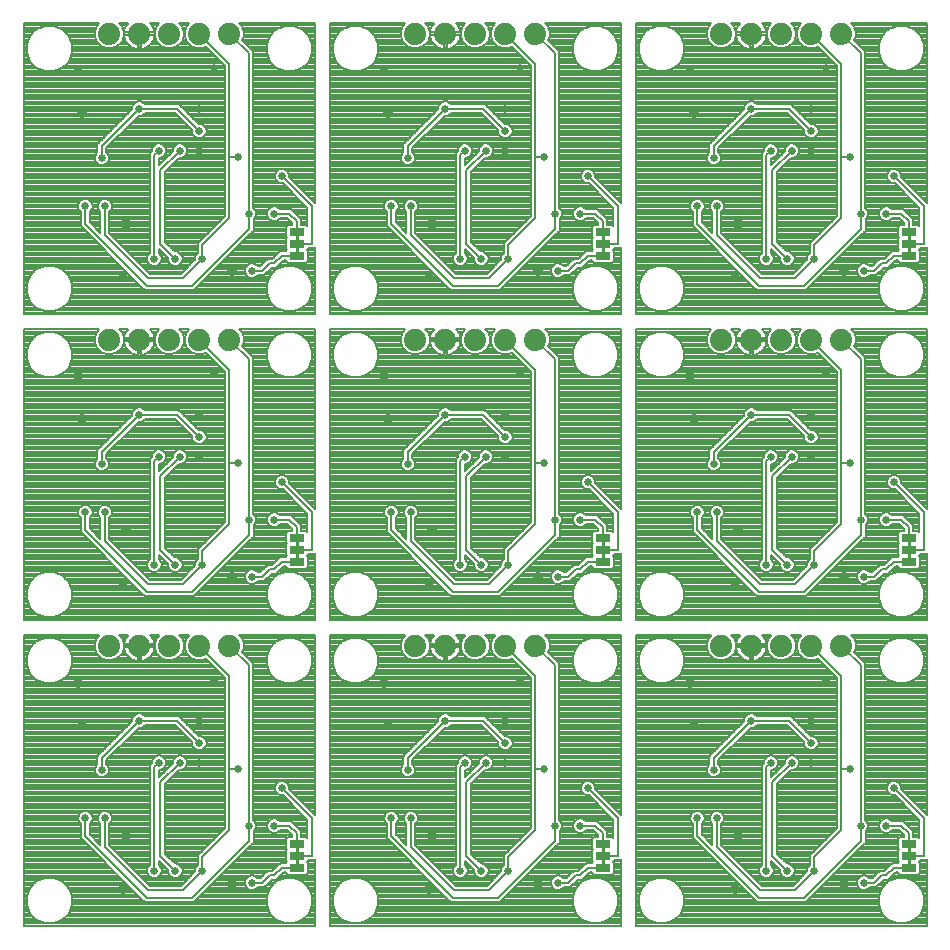
<source format=gbl>
G75*
%MOIN*%
%OFA0B0*%
%FSLAX25Y25*%
%IPPOS*%
%LPD*%
%AMOC8*
5,1,8,0,0,1.08239X$1,22.5*
%
%ADD10R,0.05000X0.02500*%
%ADD11C,0.01000*%
%ADD12C,0.07400*%
%ADD13C,0.02600*%
%ADD14C,0.00800*%
%ADD15C,0.03400*%
D10*
X0154000Y0083500D03*
X0154000Y0087500D03*
X0154000Y0091500D03*
X0154000Y0185500D03*
X0154000Y0189500D03*
X0154000Y0193500D03*
X0154000Y0287500D03*
X0154000Y0291500D03*
X0154000Y0295500D03*
X0256000Y0295500D03*
X0256000Y0291500D03*
X0256000Y0287500D03*
X0256000Y0193500D03*
X0256000Y0189500D03*
X0256000Y0185500D03*
X0256000Y0091500D03*
X0256000Y0087500D03*
X0256000Y0083500D03*
X0358000Y0083500D03*
X0358000Y0087500D03*
X0358000Y0091500D03*
X0358000Y0185500D03*
X0358000Y0189500D03*
X0358000Y0193500D03*
X0358000Y0287500D03*
X0358000Y0291500D03*
X0358000Y0295500D03*
D11*
X0358000Y0291500D01*
X0358000Y0287500D01*
X0358000Y0193500D02*
X0358000Y0189500D01*
X0358000Y0185500D01*
X0358000Y0091500D02*
X0358000Y0087500D01*
X0358000Y0083500D01*
X0256000Y0083500D02*
X0256000Y0087500D01*
X0256000Y0091500D01*
X0256000Y0185500D02*
X0256000Y0189500D01*
X0256000Y0193500D01*
X0256000Y0287500D02*
X0256000Y0291500D01*
X0256000Y0295500D01*
X0154000Y0295500D02*
X0154000Y0291500D01*
X0154000Y0287500D01*
X0154000Y0193500D02*
X0154000Y0189500D01*
X0154000Y0185500D01*
X0154000Y0091500D02*
X0154000Y0087500D01*
X0154000Y0083500D01*
D12*
X0131500Y0157500D03*
X0121500Y0157500D03*
X0111500Y0157500D03*
X0101500Y0157500D03*
X0091500Y0157500D03*
X0091500Y0259500D03*
X0101500Y0259500D03*
X0111500Y0259500D03*
X0121500Y0259500D03*
X0131500Y0259500D03*
X0193500Y0259500D03*
X0203500Y0259500D03*
X0213500Y0259500D03*
X0223500Y0259500D03*
X0233500Y0259500D03*
X0295500Y0259500D03*
X0305500Y0259500D03*
X0315500Y0259500D03*
X0325500Y0259500D03*
X0335500Y0259500D03*
X0335500Y0157500D03*
X0325500Y0157500D03*
X0315500Y0157500D03*
X0305500Y0157500D03*
X0295500Y0157500D03*
X0233500Y0157500D03*
X0223500Y0157500D03*
X0213500Y0157500D03*
X0203500Y0157500D03*
X0193500Y0157500D03*
X0193500Y0361500D03*
X0203500Y0361500D03*
X0213500Y0361500D03*
X0223500Y0361500D03*
X0233500Y0361500D03*
X0295500Y0361500D03*
X0305500Y0361500D03*
X0315500Y0361500D03*
X0325500Y0361500D03*
X0335500Y0361500D03*
X0131500Y0361500D03*
X0121500Y0361500D03*
X0111500Y0361500D03*
X0101500Y0361500D03*
X0091500Y0361500D03*
D13*
X0101500Y0336500D03*
X0108000Y0322500D03*
X0115000Y0322500D03*
X0121500Y0322500D03*
X0121500Y0329000D03*
X0121500Y0336500D03*
X0126500Y0350000D03*
X0134500Y0320500D03*
X0149000Y0314000D03*
X0146500Y0301500D03*
X0138000Y0301500D03*
X0122500Y0286500D03*
X0113500Y0286500D03*
X0106500Y0286500D03*
X0090000Y0304000D03*
X0083500Y0304000D03*
X0089000Y0320000D03*
X0139000Y0282500D03*
X0126500Y0248000D03*
X0121500Y0234500D03*
X0121500Y0227000D03*
X0121500Y0220500D03*
X0115000Y0220500D03*
X0108000Y0220500D03*
X0101500Y0234500D03*
X0089000Y0218000D03*
X0090000Y0202000D03*
X0083500Y0202000D03*
X0106500Y0184500D03*
X0113500Y0184500D03*
X0122500Y0184500D03*
X0139000Y0180500D03*
X0138000Y0199500D03*
X0146500Y0199500D03*
X0149000Y0212000D03*
X0134500Y0218500D03*
X0185500Y0202000D03*
X0192000Y0202000D03*
X0191000Y0218000D03*
X0203500Y0234500D03*
X0210000Y0220500D03*
X0217000Y0220500D03*
X0223500Y0220500D03*
X0223500Y0227000D03*
X0223500Y0234500D03*
X0228500Y0248000D03*
X0236500Y0218500D03*
X0251000Y0212000D03*
X0248500Y0199500D03*
X0240000Y0199500D03*
X0224500Y0184500D03*
X0215500Y0184500D03*
X0208500Y0184500D03*
X0241000Y0180500D03*
X0228500Y0146000D03*
X0223500Y0132500D03*
X0223500Y0125000D03*
X0223500Y0118500D03*
X0217000Y0118500D03*
X0210000Y0118500D03*
X0203500Y0132500D03*
X0191000Y0116000D03*
X0192000Y0100000D03*
X0185500Y0100000D03*
X0208500Y0082500D03*
X0215500Y0082500D03*
X0224500Y0082500D03*
X0241000Y0078500D03*
X0240000Y0097500D03*
X0248500Y0097500D03*
X0251000Y0110000D03*
X0236500Y0116500D03*
X0287500Y0100000D03*
X0294000Y0100000D03*
X0293000Y0116000D03*
X0312000Y0118500D03*
X0319000Y0118500D03*
X0325500Y0118500D03*
X0325500Y0125000D03*
X0325500Y0132500D03*
X0330500Y0146000D03*
X0305500Y0132500D03*
X0338500Y0116500D03*
X0353000Y0110000D03*
X0350500Y0097500D03*
X0342000Y0097500D03*
X0326500Y0082500D03*
X0317500Y0082500D03*
X0310500Y0082500D03*
X0343000Y0078500D03*
X0343000Y0180500D03*
X0326500Y0184500D03*
X0317500Y0184500D03*
X0310500Y0184500D03*
X0294000Y0202000D03*
X0287500Y0202000D03*
X0293000Y0218000D03*
X0312000Y0220500D03*
X0319000Y0220500D03*
X0325500Y0220500D03*
X0325500Y0227000D03*
X0325500Y0234500D03*
X0330500Y0248000D03*
X0305500Y0234500D03*
X0338500Y0218500D03*
X0353000Y0212000D03*
X0350500Y0199500D03*
X0342000Y0199500D03*
X0343000Y0282500D03*
X0326500Y0286500D03*
X0317500Y0286500D03*
X0310500Y0286500D03*
X0294000Y0304000D03*
X0287500Y0304000D03*
X0293000Y0320000D03*
X0312000Y0322500D03*
X0319000Y0322500D03*
X0325500Y0322500D03*
X0325500Y0329000D03*
X0325500Y0336500D03*
X0330500Y0350000D03*
X0305500Y0336500D03*
X0338500Y0320500D03*
X0353000Y0314000D03*
X0350500Y0301500D03*
X0342000Y0301500D03*
X0251000Y0314000D03*
X0248500Y0301500D03*
X0240000Y0301500D03*
X0236500Y0320500D03*
X0223500Y0322500D03*
X0223500Y0329000D03*
X0223500Y0336500D03*
X0228500Y0350000D03*
X0203500Y0336500D03*
X0210000Y0322500D03*
X0217000Y0322500D03*
X0191000Y0320000D03*
X0192000Y0304000D03*
X0185500Y0304000D03*
X0208500Y0286500D03*
X0215500Y0286500D03*
X0224500Y0286500D03*
X0241000Y0282500D03*
X0126500Y0146000D03*
X0121500Y0132500D03*
X0121500Y0125000D03*
X0121500Y0118500D03*
X0115000Y0118500D03*
X0108000Y0118500D03*
X0101500Y0132500D03*
X0089000Y0116000D03*
X0090000Y0100000D03*
X0083500Y0100000D03*
X0106500Y0082500D03*
X0113500Y0082500D03*
X0122500Y0082500D03*
X0139000Y0078500D03*
X0138000Y0097500D03*
X0146500Y0097500D03*
X0149000Y0110000D03*
X0134500Y0116500D03*
D14*
X0063000Y0161000D02*
X0063000Y0064000D01*
X0160000Y0064000D01*
X0160000Y0086379D01*
X0159621Y0086000D01*
X0157600Y0086000D01*
X0157600Y0085794D01*
X0157306Y0085500D01*
X0157600Y0085206D01*
X0157600Y0081794D01*
X0156956Y0081150D01*
X0151044Y0081150D01*
X0150400Y0081794D01*
X0150400Y0082000D01*
X0149621Y0082000D01*
X0147121Y0079500D01*
X0145621Y0079500D01*
X0144000Y0077879D01*
X0144000Y0077879D01*
X0143121Y0077000D01*
X0140894Y0077000D01*
X0140359Y0076465D01*
X0139477Y0076100D01*
X0138523Y0076100D01*
X0137641Y0076465D01*
X0136965Y0077141D01*
X0136600Y0078023D01*
X0136600Y0078977D01*
X0136965Y0079859D01*
X0137641Y0080535D01*
X0138523Y0080900D01*
X0139477Y0080900D01*
X0140359Y0080535D01*
X0140894Y0080000D01*
X0141879Y0080000D01*
X0143500Y0081621D01*
X0143500Y0081621D01*
X0144379Y0082500D01*
X0145879Y0082500D01*
X0147500Y0084121D01*
X0148379Y0085000D01*
X0150400Y0085000D01*
X0150400Y0085206D01*
X0150694Y0085500D01*
X0150400Y0085794D01*
X0150400Y0089206D01*
X0150694Y0089500D01*
X0150400Y0089794D01*
X0150400Y0093206D01*
X0151044Y0093850D01*
X0152500Y0093850D01*
X0152500Y0094379D01*
X0150879Y0096000D01*
X0148394Y0096000D01*
X0147859Y0095465D01*
X0146977Y0095100D01*
X0146023Y0095100D01*
X0145141Y0095465D01*
X0144465Y0096141D01*
X0144100Y0097023D01*
X0144100Y0097977D01*
X0144465Y0098859D01*
X0145141Y0099535D01*
X0146023Y0099900D01*
X0146977Y0099900D01*
X0147859Y0099535D01*
X0148394Y0099000D01*
X0152121Y0099000D01*
X0154621Y0096500D01*
X0155500Y0095621D01*
X0155500Y0093850D01*
X0156956Y0093850D01*
X0157500Y0093306D01*
X0157500Y0099379D01*
X0149279Y0107600D01*
X0148523Y0107600D01*
X0147641Y0107965D01*
X0146965Y0108641D01*
X0146600Y0109523D01*
X0146600Y0110477D01*
X0146965Y0111359D01*
X0147641Y0112035D01*
X0148523Y0112400D01*
X0149477Y0112400D01*
X0150359Y0112035D01*
X0151035Y0111359D01*
X0151400Y0110477D01*
X0151400Y0109721D01*
X0159621Y0101500D01*
X0160000Y0101121D01*
X0160000Y0161000D01*
X0134788Y0161000D01*
X0135569Y0160219D01*
X0136300Y0158455D01*
X0136300Y0156545D01*
X0135795Y0155326D01*
X0139500Y0151621D01*
X0139500Y0099394D01*
X0140035Y0098859D01*
X0140400Y0097977D01*
X0140400Y0097023D01*
X0140035Y0096141D01*
X0139654Y0095759D01*
X0139654Y0091879D01*
X0138775Y0091000D01*
X0119775Y0072000D01*
X0103379Y0072000D01*
X0102500Y0072879D01*
X0082000Y0093379D01*
X0082000Y0098106D01*
X0081465Y0098641D01*
X0081100Y0099523D01*
X0081100Y0100477D01*
X0081465Y0101359D01*
X0082141Y0102035D01*
X0083023Y0102400D01*
X0083977Y0102400D01*
X0084859Y0102035D01*
X0085535Y0101359D01*
X0085900Y0100477D01*
X0085900Y0099523D01*
X0085535Y0098641D01*
X0085000Y0098106D01*
X0085000Y0094621D01*
X0088500Y0091121D01*
X0088500Y0098106D01*
X0087965Y0098641D01*
X0087600Y0099523D01*
X0087600Y0100477D01*
X0087965Y0101359D01*
X0088641Y0102035D01*
X0089523Y0102400D01*
X0090477Y0102400D01*
X0091359Y0102035D01*
X0092035Y0101359D01*
X0092400Y0100477D01*
X0092400Y0099523D01*
X0092035Y0098641D01*
X0091500Y0098106D01*
X0091500Y0091121D01*
X0105121Y0077500D01*
X0115379Y0077500D01*
X0120100Y0082221D01*
X0120100Y0082977D01*
X0120465Y0083859D01*
X0121000Y0084394D01*
X0121000Y0087621D01*
X0130000Y0096621D01*
X0130000Y0146879D01*
X0123674Y0153205D01*
X0122455Y0152700D01*
X0120545Y0152700D01*
X0118781Y0153431D01*
X0117431Y0154781D01*
X0116700Y0156545D01*
X0116700Y0158455D01*
X0117431Y0160219D01*
X0118212Y0161000D01*
X0114788Y0161000D01*
X0115569Y0160219D01*
X0116300Y0158455D01*
X0116300Y0156545D01*
X0115569Y0154781D01*
X0114219Y0153431D01*
X0112455Y0152700D01*
X0110545Y0152700D01*
X0108781Y0153431D01*
X0107431Y0154781D01*
X0106700Y0156545D01*
X0106700Y0158455D01*
X0107431Y0160219D01*
X0108212Y0161000D01*
X0105212Y0161000D01*
X0105390Y0160822D01*
X0105862Y0160173D01*
X0106226Y0159458D01*
X0106474Y0158694D01*
X0106600Y0157901D01*
X0106600Y0157900D01*
X0101900Y0157900D01*
X0101900Y0157100D01*
X0106600Y0157100D01*
X0106600Y0157099D01*
X0106474Y0156306D01*
X0106226Y0155542D01*
X0105862Y0154827D01*
X0105390Y0154178D01*
X0104822Y0153610D01*
X0104173Y0153138D01*
X0103458Y0152774D01*
X0102694Y0152526D01*
X0101901Y0152400D01*
X0101900Y0152400D01*
X0101900Y0157100D01*
X0101100Y0157100D01*
X0101100Y0152400D01*
X0101099Y0152400D01*
X0100306Y0152526D01*
X0099542Y0152774D01*
X0098827Y0153138D01*
X0098178Y0153610D01*
X0097610Y0154178D01*
X0097138Y0154827D01*
X0096774Y0155542D01*
X0096526Y0156306D01*
X0096400Y0157099D01*
X0096400Y0157100D01*
X0101100Y0157100D01*
X0101100Y0157900D01*
X0096400Y0157900D01*
X0096400Y0157901D01*
X0096526Y0158694D01*
X0096774Y0159458D01*
X0097138Y0160173D01*
X0097610Y0160822D01*
X0097788Y0161000D01*
X0094788Y0161000D01*
X0095569Y0160219D01*
X0096300Y0158455D01*
X0096300Y0156545D01*
X0095569Y0154781D01*
X0094219Y0153431D01*
X0092455Y0152700D01*
X0090545Y0152700D01*
X0088781Y0153431D01*
X0087431Y0154781D01*
X0086700Y0156545D01*
X0086700Y0158455D01*
X0087431Y0160219D01*
X0088212Y0161000D01*
X0063000Y0161000D01*
X0063000Y0160717D02*
X0087929Y0160717D01*
X0087306Y0159918D02*
X0073450Y0159918D01*
X0073012Y0160100D02*
X0069988Y0160100D01*
X0067195Y0158943D01*
X0065057Y0156805D01*
X0063900Y0154012D01*
X0063900Y0150988D01*
X0065057Y0148195D01*
X0067195Y0146057D01*
X0069988Y0144900D01*
X0073012Y0144900D01*
X0075805Y0146057D01*
X0077943Y0148195D01*
X0079100Y0150988D01*
X0079100Y0154012D01*
X0077943Y0156805D01*
X0075805Y0158943D01*
X0073012Y0160100D01*
X0075378Y0159120D02*
X0086976Y0159120D01*
X0086700Y0158321D02*
X0076427Y0158321D01*
X0077225Y0157523D02*
X0086700Y0157523D01*
X0086700Y0156724D02*
X0077976Y0156724D01*
X0078307Y0155926D02*
X0086957Y0155926D01*
X0087287Y0155127D02*
X0078638Y0155127D01*
X0078969Y0154329D02*
X0087883Y0154329D01*
X0088681Y0153530D02*
X0079100Y0153530D01*
X0079100Y0152732D02*
X0090468Y0152732D01*
X0092531Y0152732D02*
X0099671Y0152732D01*
X0101100Y0152732D02*
X0101900Y0152732D01*
X0101900Y0153530D02*
X0101100Y0153530D01*
X0101100Y0154329D02*
X0101900Y0154329D01*
X0101900Y0155127D02*
X0101100Y0155127D01*
X0101100Y0155926D02*
X0101900Y0155926D01*
X0101900Y0156724D02*
X0101100Y0156724D01*
X0101100Y0157523D02*
X0096300Y0157523D01*
X0096300Y0158321D02*
X0096467Y0158321D01*
X0096664Y0159120D02*
X0096024Y0159120D01*
X0095694Y0159918D02*
X0097008Y0159918D01*
X0097533Y0160717D02*
X0095071Y0160717D01*
X0096300Y0156724D02*
X0096459Y0156724D01*
X0096649Y0155926D02*
X0096043Y0155926D01*
X0095713Y0155127D02*
X0096985Y0155127D01*
X0097500Y0154329D02*
X0095117Y0154329D01*
X0094319Y0153530D02*
X0098287Y0153530D01*
X0101900Y0157523D02*
X0106700Y0157523D01*
X0106700Y0158321D02*
X0106533Y0158321D01*
X0106336Y0159120D02*
X0106976Y0159120D01*
X0107306Y0159918D02*
X0105992Y0159918D01*
X0105467Y0160717D02*
X0107929Y0160717D01*
X0106700Y0156724D02*
X0106541Y0156724D01*
X0106351Y0155926D02*
X0106957Y0155926D01*
X0107287Y0155127D02*
X0106015Y0155127D01*
X0105500Y0154329D02*
X0107883Y0154329D01*
X0108681Y0153530D02*
X0104713Y0153530D01*
X0103329Y0152732D02*
X0110468Y0152732D01*
X0112531Y0152732D02*
X0120468Y0152732D01*
X0118681Y0153530D02*
X0114319Y0153530D01*
X0115117Y0154329D02*
X0117883Y0154329D01*
X0117287Y0155127D02*
X0115713Y0155127D01*
X0116043Y0155926D02*
X0116957Y0155926D01*
X0116700Y0156724D02*
X0116300Y0156724D01*
X0116300Y0157523D02*
X0116700Y0157523D01*
X0116700Y0158321D02*
X0116300Y0158321D01*
X0116024Y0159120D02*
X0116976Y0159120D01*
X0117306Y0159918D02*
X0115694Y0159918D01*
X0115071Y0160717D02*
X0117929Y0160717D01*
X0121500Y0157500D02*
X0131500Y0147500D01*
X0131500Y0116500D01*
X0134500Y0116500D01*
X0131500Y0116500D02*
X0131500Y0096000D01*
X0122500Y0087000D01*
X0122500Y0082500D01*
X0116000Y0076000D01*
X0104500Y0076000D01*
X0090000Y0090500D01*
X0090000Y0100000D01*
X0092400Y0100030D02*
X0105000Y0100030D01*
X0105000Y0099232D02*
X0092279Y0099232D01*
X0091827Y0098433D02*
X0105000Y0098433D01*
X0105000Y0097634D02*
X0091500Y0097634D01*
X0091500Y0096836D02*
X0105000Y0096836D01*
X0105000Y0096037D02*
X0091500Y0096037D01*
X0091500Y0095239D02*
X0105000Y0095239D01*
X0105000Y0094440D02*
X0091500Y0094440D01*
X0091500Y0093642D02*
X0105000Y0093642D01*
X0105000Y0092843D02*
X0091500Y0092843D01*
X0091500Y0092045D02*
X0105000Y0092045D01*
X0105000Y0091246D02*
X0091500Y0091246D01*
X0092173Y0090448D02*
X0105000Y0090448D01*
X0105000Y0089649D02*
X0092972Y0089649D01*
X0093770Y0088851D02*
X0105000Y0088851D01*
X0105000Y0088052D02*
X0094569Y0088052D01*
X0095367Y0087254D02*
X0105000Y0087254D01*
X0105000Y0086455D02*
X0096166Y0086455D01*
X0096964Y0085657D02*
X0105000Y0085657D01*
X0105000Y0084858D02*
X0097763Y0084858D01*
X0098562Y0084060D02*
X0104666Y0084060D01*
X0104465Y0083859D02*
X0104100Y0082977D01*
X0104100Y0082023D01*
X0104465Y0081141D01*
X0105141Y0080465D01*
X0106023Y0080100D01*
X0106977Y0080100D01*
X0107859Y0080465D01*
X0108535Y0081141D01*
X0108900Y0082023D01*
X0108900Y0082977D01*
X0108535Y0083859D01*
X0108000Y0084394D01*
X0108000Y0085879D01*
X0111100Y0082779D01*
X0111100Y0082023D01*
X0111465Y0081141D01*
X0112141Y0080465D01*
X0113023Y0080100D01*
X0113977Y0080100D01*
X0114859Y0080465D01*
X0115535Y0081141D01*
X0115900Y0082023D01*
X0115900Y0082977D01*
X0115535Y0083859D01*
X0114859Y0084535D01*
X0113977Y0084900D01*
X0113221Y0084900D01*
X0110000Y0088121D01*
X0110000Y0111379D01*
X0114721Y0116100D01*
X0115477Y0116100D01*
X0116359Y0116465D01*
X0117035Y0117141D01*
X0117400Y0118023D01*
X0117400Y0118977D01*
X0117035Y0119859D01*
X0116359Y0120535D01*
X0115477Y0120900D01*
X0114523Y0120900D01*
X0113641Y0120535D01*
X0112965Y0119859D01*
X0112600Y0118977D01*
X0112600Y0118221D01*
X0108000Y0113621D01*
X0108000Y0116100D01*
X0108477Y0116100D01*
X0109359Y0116465D01*
X0110035Y0117141D01*
X0110400Y0118023D01*
X0110400Y0118977D01*
X0110035Y0119859D01*
X0109359Y0120535D01*
X0108477Y0120900D01*
X0107523Y0120900D01*
X0106641Y0120535D01*
X0105965Y0119859D01*
X0105600Y0118977D01*
X0105600Y0118221D01*
X0105000Y0117621D01*
X0105000Y0084394D01*
X0104465Y0083859D01*
X0104218Y0083261D02*
X0099360Y0083261D01*
X0100159Y0082463D02*
X0104100Y0082463D01*
X0104248Y0081664D02*
X0100957Y0081664D01*
X0101756Y0080866D02*
X0104740Y0080866D01*
X0103353Y0079269D02*
X0117147Y0079269D01*
X0116349Y0078470D02*
X0104151Y0078470D01*
X0104950Y0077672D02*
X0115550Y0077672D01*
X0115260Y0080866D02*
X0118744Y0080866D01*
X0117946Y0080067D02*
X0102554Y0080067D01*
X0106500Y0082500D02*
X0106500Y0117000D01*
X0108000Y0118500D01*
X0109693Y0116799D02*
X0111177Y0116799D01*
X0110379Y0116000D02*
X0108000Y0116000D01*
X0108000Y0115202D02*
X0109580Y0115202D01*
X0108782Y0114403D02*
X0108000Y0114403D01*
X0108500Y0112000D02*
X0115000Y0118500D01*
X0116693Y0116799D02*
X0130000Y0116799D01*
X0130000Y0117597D02*
X0117224Y0117597D01*
X0117400Y0118396D02*
X0130000Y0118396D01*
X0130000Y0119194D02*
X0117310Y0119194D01*
X0116901Y0119993D02*
X0130000Y0119993D01*
X0130000Y0120791D02*
X0115740Y0120791D01*
X0114260Y0120791D02*
X0108740Y0120791D01*
X0109901Y0119993D02*
X0113099Y0119993D01*
X0112690Y0119194D02*
X0110310Y0119194D01*
X0110400Y0118396D02*
X0112600Y0118396D01*
X0111976Y0117597D02*
X0110224Y0117597D01*
X0113025Y0114403D02*
X0130000Y0114403D01*
X0130000Y0113605D02*
X0112226Y0113605D01*
X0111428Y0112806D02*
X0130000Y0112806D01*
X0130000Y0112008D02*
X0110629Y0112008D01*
X0110000Y0111209D02*
X0130000Y0111209D01*
X0130000Y0110411D02*
X0110000Y0110411D01*
X0110000Y0109612D02*
X0130000Y0109612D01*
X0130000Y0108814D02*
X0110000Y0108814D01*
X0110000Y0108015D02*
X0130000Y0108015D01*
X0130000Y0107217D02*
X0110000Y0107217D01*
X0110000Y0106418D02*
X0130000Y0106418D01*
X0130000Y0105620D02*
X0110000Y0105620D01*
X0110000Y0104821D02*
X0130000Y0104821D01*
X0130000Y0104023D02*
X0110000Y0104023D01*
X0110000Y0103224D02*
X0130000Y0103224D01*
X0130000Y0102426D02*
X0110000Y0102426D01*
X0110000Y0101627D02*
X0130000Y0101627D01*
X0130000Y0100829D02*
X0110000Y0100829D01*
X0110000Y0100030D02*
X0130000Y0100030D01*
X0130000Y0099232D02*
X0110000Y0099232D01*
X0110000Y0098433D02*
X0130000Y0098433D01*
X0130000Y0097634D02*
X0110000Y0097634D01*
X0110000Y0096836D02*
X0130000Y0096836D01*
X0129416Y0096037D02*
X0110000Y0096037D01*
X0110000Y0095239D02*
X0128618Y0095239D01*
X0127819Y0094440D02*
X0110000Y0094440D01*
X0110000Y0093642D02*
X0127021Y0093642D01*
X0126222Y0092843D02*
X0110000Y0092843D01*
X0110000Y0092045D02*
X0125424Y0092045D01*
X0124625Y0091246D02*
X0110000Y0091246D01*
X0110000Y0090448D02*
X0123827Y0090448D01*
X0123028Y0089649D02*
X0110000Y0089649D01*
X0110000Y0088851D02*
X0122230Y0088851D01*
X0121431Y0088052D02*
X0110069Y0088052D01*
X0110867Y0087254D02*
X0121000Y0087254D01*
X0121000Y0086455D02*
X0111666Y0086455D01*
X0112464Y0085657D02*
X0121000Y0085657D01*
X0121000Y0084858D02*
X0114078Y0084858D01*
X0115334Y0084060D02*
X0120666Y0084060D01*
X0120218Y0083261D02*
X0115782Y0083261D01*
X0115900Y0082463D02*
X0120100Y0082463D01*
X0119543Y0081664D02*
X0115752Y0081664D01*
X0113500Y0082500D02*
X0108500Y0087500D01*
X0108500Y0112000D01*
X0105000Y0112008D02*
X0063000Y0112008D01*
X0063000Y0112806D02*
X0105000Y0112806D01*
X0105000Y0113605D02*
X0089489Y0113605D01*
X0089477Y0113600D02*
X0090359Y0113965D01*
X0091035Y0114641D01*
X0091400Y0115523D01*
X0091400Y0116477D01*
X0091035Y0117359D01*
X0090500Y0117894D01*
X0090500Y0119379D01*
X0101221Y0130100D01*
X0101977Y0130100D01*
X0102859Y0130465D01*
X0103394Y0131000D01*
X0113379Y0131000D01*
X0119100Y0125279D01*
X0119100Y0124523D01*
X0119465Y0123641D01*
X0120141Y0122965D01*
X0121023Y0122600D01*
X0121977Y0122600D01*
X0122859Y0122965D01*
X0123535Y0123641D01*
X0123900Y0124523D01*
X0123900Y0125477D01*
X0123535Y0126359D01*
X0122859Y0127035D01*
X0121977Y0127400D01*
X0121221Y0127400D01*
X0114621Y0134000D01*
X0103394Y0134000D01*
X0102859Y0134535D01*
X0101977Y0134900D01*
X0101023Y0134900D01*
X0100141Y0134535D01*
X0099465Y0133859D01*
X0099100Y0132977D01*
X0099100Y0132221D01*
X0087500Y0120621D01*
X0087500Y0117894D01*
X0086965Y0117359D01*
X0086600Y0116477D01*
X0086600Y0115523D01*
X0086965Y0114641D01*
X0087641Y0113965D01*
X0088523Y0113600D01*
X0089477Y0113600D01*
X0088511Y0113605D02*
X0063000Y0113605D01*
X0063000Y0114403D02*
X0087203Y0114403D01*
X0086733Y0115202D02*
X0063000Y0115202D01*
X0063000Y0116000D02*
X0086600Y0116000D01*
X0086733Y0116799D02*
X0063000Y0116799D01*
X0063000Y0117597D02*
X0087203Y0117597D01*
X0087500Y0118396D02*
X0063000Y0118396D01*
X0063000Y0119194D02*
X0087500Y0119194D01*
X0087500Y0119993D02*
X0063000Y0119993D01*
X0063000Y0120791D02*
X0087670Y0120791D01*
X0088469Y0121590D02*
X0063000Y0121590D01*
X0063000Y0122388D02*
X0089267Y0122388D01*
X0090066Y0123187D02*
X0063000Y0123187D01*
X0063000Y0123985D02*
X0090864Y0123985D01*
X0091663Y0124784D02*
X0063000Y0124784D01*
X0063000Y0125582D02*
X0092461Y0125582D01*
X0093260Y0126381D02*
X0063000Y0126381D01*
X0063000Y0127179D02*
X0094058Y0127179D01*
X0094857Y0127978D02*
X0063000Y0127978D01*
X0063000Y0128776D02*
X0095655Y0128776D01*
X0096454Y0129575D02*
X0063000Y0129575D01*
X0063000Y0130373D02*
X0097252Y0130373D01*
X0098051Y0131172D02*
X0063000Y0131172D01*
X0063000Y0131970D02*
X0098849Y0131970D01*
X0099100Y0132769D02*
X0063000Y0132769D01*
X0063000Y0133568D02*
X0099344Y0133568D01*
X0099972Y0134366D02*
X0063000Y0134366D01*
X0063000Y0135165D02*
X0130000Y0135165D01*
X0130000Y0135963D02*
X0063000Y0135963D01*
X0063000Y0136762D02*
X0130000Y0136762D01*
X0130000Y0137560D02*
X0063000Y0137560D01*
X0063000Y0138359D02*
X0130000Y0138359D01*
X0130000Y0139157D02*
X0063000Y0139157D01*
X0063000Y0139956D02*
X0130000Y0139956D01*
X0130000Y0140754D02*
X0063000Y0140754D01*
X0063000Y0141553D02*
X0130000Y0141553D01*
X0130000Y0142351D02*
X0063000Y0142351D01*
X0063000Y0143150D02*
X0130000Y0143150D01*
X0130000Y0143948D02*
X0063000Y0143948D01*
X0063000Y0144747D02*
X0130000Y0144747D01*
X0130000Y0145545D02*
X0074569Y0145545D01*
X0076092Y0146344D02*
X0130000Y0146344D01*
X0129736Y0147142D02*
X0076890Y0147142D01*
X0077689Y0147941D02*
X0128938Y0147941D01*
X0128139Y0148739D02*
X0078168Y0148739D01*
X0078499Y0149538D02*
X0127341Y0149538D01*
X0126542Y0150336D02*
X0078830Y0150336D01*
X0079100Y0151135D02*
X0125744Y0151135D01*
X0124945Y0151933D02*
X0079100Y0151933D01*
X0069550Y0159918D02*
X0063000Y0159918D01*
X0063000Y0159120D02*
X0067622Y0159120D01*
X0066573Y0158321D02*
X0063000Y0158321D01*
X0063000Y0157523D02*
X0065775Y0157523D01*
X0065024Y0156724D02*
X0063000Y0156724D01*
X0063000Y0155926D02*
X0064693Y0155926D01*
X0064362Y0155127D02*
X0063000Y0155127D01*
X0063000Y0154329D02*
X0064031Y0154329D01*
X0063900Y0153530D02*
X0063000Y0153530D01*
X0063000Y0152732D02*
X0063900Y0152732D01*
X0063900Y0151933D02*
X0063000Y0151933D01*
X0063000Y0151135D02*
X0063900Y0151135D01*
X0064170Y0150336D02*
X0063000Y0150336D01*
X0063000Y0149538D02*
X0064501Y0149538D01*
X0064832Y0148739D02*
X0063000Y0148739D01*
X0063000Y0147941D02*
X0065311Y0147941D01*
X0066110Y0147142D02*
X0063000Y0147142D01*
X0063000Y0146344D02*
X0066908Y0146344D01*
X0068431Y0145545D02*
X0063000Y0145545D01*
X0063000Y0166000D02*
X0063000Y0263000D01*
X0088212Y0263000D01*
X0087431Y0262219D01*
X0086700Y0260455D01*
X0086700Y0258545D01*
X0087431Y0256781D01*
X0088781Y0255431D01*
X0090545Y0254700D01*
X0092455Y0254700D01*
X0094219Y0255431D01*
X0095569Y0256781D01*
X0096300Y0258545D01*
X0096300Y0260455D01*
X0095569Y0262219D01*
X0094788Y0263000D01*
X0097788Y0263000D01*
X0097610Y0262822D01*
X0097138Y0262173D01*
X0096774Y0261458D01*
X0096526Y0260694D01*
X0096400Y0259901D01*
X0096400Y0259900D01*
X0101100Y0259900D01*
X0101100Y0259100D01*
X0101900Y0259100D01*
X0101900Y0259900D01*
X0106600Y0259900D01*
X0106600Y0259901D01*
X0106474Y0260694D01*
X0106226Y0261458D01*
X0105862Y0262173D01*
X0105390Y0262822D01*
X0105212Y0263000D01*
X0108212Y0263000D01*
X0107431Y0262219D01*
X0106700Y0260455D01*
X0106700Y0258545D01*
X0107431Y0256781D01*
X0108781Y0255431D01*
X0110545Y0254700D01*
X0112455Y0254700D01*
X0114219Y0255431D01*
X0115569Y0256781D01*
X0116300Y0258545D01*
X0116300Y0260455D01*
X0115569Y0262219D01*
X0114788Y0263000D01*
X0118212Y0263000D01*
X0117431Y0262219D01*
X0116700Y0260455D01*
X0116700Y0258545D01*
X0117431Y0256781D01*
X0118781Y0255431D01*
X0120545Y0254700D01*
X0122455Y0254700D01*
X0123674Y0255205D01*
X0130000Y0248879D01*
X0130000Y0198621D01*
X0121000Y0189621D01*
X0121000Y0186394D01*
X0120465Y0185859D01*
X0120100Y0184977D01*
X0120100Y0184221D01*
X0115379Y0179500D01*
X0105121Y0179500D01*
X0091500Y0193121D01*
X0091500Y0200106D01*
X0092035Y0200641D01*
X0092400Y0201523D01*
X0092400Y0202477D01*
X0092035Y0203359D01*
X0091359Y0204035D01*
X0090477Y0204400D01*
X0089523Y0204400D01*
X0088641Y0204035D01*
X0087965Y0203359D01*
X0087600Y0202477D01*
X0087600Y0201523D01*
X0087965Y0200641D01*
X0088500Y0200106D01*
X0088500Y0193121D01*
X0085000Y0196621D01*
X0085000Y0200106D01*
X0085535Y0200641D01*
X0085900Y0201523D01*
X0085900Y0202477D01*
X0085535Y0203359D01*
X0084859Y0204035D01*
X0083977Y0204400D01*
X0083023Y0204400D01*
X0082141Y0204035D01*
X0081465Y0203359D01*
X0081100Y0202477D01*
X0081100Y0201523D01*
X0081465Y0200641D01*
X0082000Y0200106D01*
X0082000Y0195379D01*
X0102500Y0174879D01*
X0103379Y0174000D01*
X0119775Y0174000D01*
X0138775Y0193000D01*
X0139654Y0193879D01*
X0139654Y0197759D01*
X0140035Y0198141D01*
X0140400Y0199023D01*
X0140400Y0199977D01*
X0140035Y0200859D01*
X0139500Y0201394D01*
X0139500Y0253621D01*
X0135795Y0257326D01*
X0136300Y0258545D01*
X0136300Y0260455D01*
X0135569Y0262219D01*
X0134788Y0263000D01*
X0160000Y0263000D01*
X0160000Y0203121D01*
X0159621Y0203500D01*
X0151400Y0211721D01*
X0151400Y0212477D01*
X0151035Y0213359D01*
X0150359Y0214035D01*
X0149477Y0214400D01*
X0148523Y0214400D01*
X0147641Y0214035D01*
X0146965Y0213359D01*
X0146600Y0212477D01*
X0146600Y0211523D01*
X0146965Y0210641D01*
X0147641Y0209965D01*
X0148523Y0209600D01*
X0149279Y0209600D01*
X0157500Y0201379D01*
X0157500Y0195306D01*
X0156956Y0195850D01*
X0155500Y0195850D01*
X0155500Y0197621D01*
X0154621Y0198500D01*
X0152121Y0201000D01*
X0148394Y0201000D01*
X0147859Y0201535D01*
X0146977Y0201900D01*
X0146023Y0201900D01*
X0145141Y0201535D01*
X0144465Y0200859D01*
X0144100Y0199977D01*
X0144100Y0199023D01*
X0144465Y0198141D01*
X0145141Y0197465D01*
X0146023Y0197100D01*
X0146977Y0197100D01*
X0147859Y0197465D01*
X0148394Y0198000D01*
X0150879Y0198000D01*
X0152500Y0196379D01*
X0152500Y0195850D01*
X0151044Y0195850D01*
X0150400Y0195206D01*
X0150400Y0191794D01*
X0150694Y0191500D01*
X0150400Y0191206D01*
X0150400Y0187794D01*
X0150694Y0187500D01*
X0150400Y0187206D01*
X0150400Y0187000D01*
X0148379Y0187000D01*
X0147500Y0186121D01*
X0145879Y0184500D01*
X0144379Y0184500D01*
X0143500Y0183621D01*
X0141879Y0182000D01*
X0140894Y0182000D01*
X0140359Y0182535D01*
X0139477Y0182900D01*
X0138523Y0182900D01*
X0137641Y0182535D01*
X0136965Y0181859D01*
X0136600Y0180977D01*
X0136600Y0180023D01*
X0136965Y0179141D01*
X0137641Y0178465D01*
X0138523Y0178100D01*
X0139477Y0178100D01*
X0140359Y0178465D01*
X0140894Y0179000D01*
X0143121Y0179000D01*
X0145621Y0181500D01*
X0147121Y0181500D01*
X0149621Y0184000D01*
X0150400Y0184000D01*
X0150400Y0183794D01*
X0151044Y0183150D01*
X0156956Y0183150D01*
X0157600Y0183794D01*
X0157600Y0187206D01*
X0157306Y0187500D01*
X0157600Y0187794D01*
X0157600Y0188000D01*
X0159621Y0188000D01*
X0160000Y0188379D01*
X0160000Y0166000D01*
X0063000Y0166000D01*
X0063000Y0166306D02*
X0160000Y0166306D01*
X0160000Y0167105D02*
X0153507Y0167105D01*
X0153012Y0166900D02*
X0155805Y0168057D01*
X0157943Y0170195D01*
X0159100Y0172988D01*
X0159100Y0176012D01*
X0157943Y0178805D01*
X0155805Y0180943D01*
X0153012Y0182100D01*
X0149988Y0182100D01*
X0147195Y0180943D01*
X0145057Y0178805D01*
X0143900Y0176012D01*
X0143900Y0172988D01*
X0145057Y0170195D01*
X0147195Y0168057D01*
X0149988Y0166900D01*
X0153012Y0166900D01*
X0155434Y0167903D02*
X0160000Y0167903D01*
X0160000Y0168702D02*
X0156450Y0168702D01*
X0157249Y0169501D02*
X0160000Y0169501D01*
X0160000Y0170299D02*
X0157986Y0170299D01*
X0158317Y0171098D02*
X0160000Y0171098D01*
X0160000Y0171896D02*
X0158648Y0171896D01*
X0158978Y0172695D02*
X0160000Y0172695D01*
X0160000Y0173493D02*
X0159100Y0173493D01*
X0159100Y0174292D02*
X0160000Y0174292D01*
X0160000Y0175090D02*
X0159100Y0175090D01*
X0159100Y0175889D02*
X0160000Y0175889D01*
X0160000Y0176687D02*
X0158820Y0176687D01*
X0158489Y0177486D02*
X0160000Y0177486D01*
X0160000Y0178284D02*
X0158159Y0178284D01*
X0157665Y0179083D02*
X0160000Y0179083D01*
X0160000Y0179881D02*
X0156867Y0179881D01*
X0156068Y0180680D02*
X0160000Y0180680D01*
X0160000Y0181478D02*
X0154513Y0181478D01*
X0157600Y0183874D02*
X0160000Y0183874D01*
X0160000Y0184672D02*
X0157600Y0184672D01*
X0157600Y0185471D02*
X0160000Y0185471D01*
X0160000Y0186269D02*
X0157600Y0186269D01*
X0157600Y0187068D02*
X0160000Y0187068D01*
X0160000Y0187866D02*
X0157600Y0187866D01*
X0159000Y0189500D02*
X0154000Y0189500D01*
X0150400Y0189463D02*
X0135238Y0189463D01*
X0134440Y0188665D02*
X0150400Y0188665D01*
X0150400Y0187866D02*
X0133641Y0187866D01*
X0132843Y0187068D02*
X0150400Y0187068D01*
X0149000Y0185500D02*
X0154000Y0185500D01*
X0150400Y0183874D02*
X0149495Y0183874D01*
X0148697Y0183075D02*
X0160000Y0183075D01*
X0160000Y0182277D02*
X0147898Y0182277D01*
X0148487Y0181478D02*
X0145600Y0181478D01*
X0144801Y0180680D02*
X0146932Y0180680D01*
X0146133Y0179881D02*
X0144002Y0179881D01*
X0143204Y0179083D02*
X0145335Y0179083D01*
X0144841Y0178284D02*
X0139922Y0178284D01*
X0138078Y0178284D02*
X0124059Y0178284D01*
X0123260Y0177486D02*
X0144511Y0177486D01*
X0144180Y0176687D02*
X0122462Y0176687D01*
X0121663Y0175889D02*
X0143900Y0175889D01*
X0143900Y0175090D02*
X0120865Y0175090D01*
X0120066Y0174292D02*
X0143900Y0174292D01*
X0143900Y0173493D02*
X0079100Y0173493D01*
X0079100Y0172988D02*
X0077943Y0170195D01*
X0075805Y0168057D01*
X0073012Y0166900D01*
X0069988Y0166900D01*
X0067195Y0168057D01*
X0065057Y0170195D01*
X0063900Y0172988D01*
X0063900Y0176012D01*
X0065057Y0178805D01*
X0067195Y0180943D01*
X0069988Y0182100D01*
X0073012Y0182100D01*
X0075805Y0180943D01*
X0077943Y0178805D01*
X0079100Y0176012D01*
X0079100Y0172988D01*
X0078978Y0172695D02*
X0144022Y0172695D01*
X0144352Y0171896D02*
X0078648Y0171896D01*
X0078317Y0171098D02*
X0144683Y0171098D01*
X0145014Y0170299D02*
X0077986Y0170299D01*
X0077249Y0169501D02*
X0145751Y0169501D01*
X0146550Y0168702D02*
X0076450Y0168702D01*
X0075434Y0167903D02*
X0147566Y0167903D01*
X0149493Y0167105D02*
X0073507Y0167105D01*
X0069493Y0167105D02*
X0063000Y0167105D01*
X0063000Y0167903D02*
X0067566Y0167903D01*
X0066550Y0168702D02*
X0063000Y0168702D01*
X0063000Y0169501D02*
X0065751Y0169501D01*
X0065014Y0170299D02*
X0063000Y0170299D01*
X0063000Y0171098D02*
X0064683Y0171098D01*
X0064352Y0171896D02*
X0063000Y0171896D01*
X0063000Y0172695D02*
X0064022Y0172695D01*
X0063900Y0173493D02*
X0063000Y0173493D01*
X0063000Y0174292D02*
X0063900Y0174292D01*
X0063900Y0175090D02*
X0063000Y0175090D01*
X0063000Y0175889D02*
X0063900Y0175889D01*
X0064180Y0176687D02*
X0063000Y0176687D01*
X0063000Y0177486D02*
X0064511Y0177486D01*
X0064841Y0178284D02*
X0063000Y0178284D01*
X0063000Y0179083D02*
X0065335Y0179083D01*
X0066133Y0179881D02*
X0063000Y0179881D01*
X0063000Y0180680D02*
X0066932Y0180680D01*
X0068487Y0181478D02*
X0063000Y0181478D01*
X0063000Y0182277D02*
X0095102Y0182277D01*
X0094303Y0183075D02*
X0063000Y0183075D01*
X0063000Y0183874D02*
X0093505Y0183874D01*
X0092706Y0184672D02*
X0063000Y0184672D01*
X0063000Y0185471D02*
X0091908Y0185471D01*
X0091109Y0186269D02*
X0063000Y0186269D01*
X0063000Y0187068D02*
X0090311Y0187068D01*
X0089512Y0187866D02*
X0063000Y0187866D01*
X0063000Y0188665D02*
X0088714Y0188665D01*
X0087915Y0189463D02*
X0063000Y0189463D01*
X0063000Y0190262D02*
X0087117Y0190262D01*
X0086318Y0191060D02*
X0063000Y0191060D01*
X0063000Y0191859D02*
X0085520Y0191859D01*
X0084721Y0192657D02*
X0063000Y0192657D01*
X0063000Y0193456D02*
X0083923Y0193456D01*
X0083124Y0194254D02*
X0063000Y0194254D01*
X0063000Y0195053D02*
X0082326Y0195053D01*
X0082000Y0195851D02*
X0063000Y0195851D01*
X0063000Y0196650D02*
X0082000Y0196650D01*
X0082000Y0197448D02*
X0063000Y0197448D01*
X0063000Y0198247D02*
X0082000Y0198247D01*
X0082000Y0199045D02*
X0063000Y0199045D01*
X0063000Y0199844D02*
X0082000Y0199844D01*
X0081465Y0200642D02*
X0063000Y0200642D01*
X0063000Y0201441D02*
X0081134Y0201441D01*
X0081100Y0202239D02*
X0063000Y0202239D01*
X0063000Y0203038D02*
X0081332Y0203038D01*
X0081942Y0203837D02*
X0063000Y0203837D01*
X0063000Y0204635D02*
X0105000Y0204635D01*
X0105000Y0203837D02*
X0091558Y0203837D01*
X0092168Y0203038D02*
X0105000Y0203038D01*
X0105000Y0202239D02*
X0092400Y0202239D01*
X0092366Y0201441D02*
X0105000Y0201441D01*
X0105000Y0200642D02*
X0092035Y0200642D01*
X0091500Y0199844D02*
X0105000Y0199844D01*
X0105000Y0199045D02*
X0091500Y0199045D01*
X0091500Y0198247D02*
X0105000Y0198247D01*
X0105000Y0197448D02*
X0091500Y0197448D01*
X0091500Y0196650D02*
X0105000Y0196650D01*
X0105000Y0195851D02*
X0091500Y0195851D01*
X0091500Y0195053D02*
X0105000Y0195053D01*
X0105000Y0194254D02*
X0091500Y0194254D01*
X0091500Y0193456D02*
X0105000Y0193456D01*
X0105000Y0192657D02*
X0091964Y0192657D01*
X0092762Y0191859D02*
X0105000Y0191859D01*
X0105000Y0191060D02*
X0093561Y0191060D01*
X0094359Y0190262D02*
X0105000Y0190262D01*
X0105000Y0189463D02*
X0095158Y0189463D01*
X0095957Y0188665D02*
X0105000Y0188665D01*
X0105000Y0187866D02*
X0096755Y0187866D01*
X0097554Y0187068D02*
X0105000Y0187068D01*
X0105000Y0186394D02*
X0104465Y0185859D01*
X0104100Y0184977D01*
X0104100Y0184023D01*
X0104465Y0183141D01*
X0105141Y0182465D01*
X0106023Y0182100D01*
X0106977Y0182100D01*
X0107859Y0182465D01*
X0108535Y0183141D01*
X0108900Y0184023D01*
X0108900Y0184977D01*
X0108535Y0185859D01*
X0108000Y0186394D01*
X0108000Y0187879D01*
X0111100Y0184779D01*
X0111100Y0184023D01*
X0111465Y0183141D01*
X0112141Y0182465D01*
X0113023Y0182100D01*
X0113977Y0182100D01*
X0114859Y0182465D01*
X0115535Y0183141D01*
X0115900Y0184023D01*
X0115900Y0184977D01*
X0115535Y0185859D01*
X0114859Y0186535D01*
X0113977Y0186900D01*
X0113221Y0186900D01*
X0110000Y0190121D01*
X0110000Y0213379D01*
X0114721Y0218100D01*
X0115477Y0218100D01*
X0116359Y0218465D01*
X0117035Y0219141D01*
X0117400Y0220023D01*
X0117400Y0220977D01*
X0117035Y0221859D01*
X0116359Y0222535D01*
X0115477Y0222900D01*
X0114523Y0222900D01*
X0113641Y0222535D01*
X0112965Y0221859D01*
X0112600Y0220977D01*
X0112600Y0220221D01*
X0108000Y0215621D01*
X0108000Y0218100D01*
X0108477Y0218100D01*
X0109359Y0218465D01*
X0110035Y0219141D01*
X0110400Y0220023D01*
X0110400Y0220977D01*
X0110035Y0221859D01*
X0109359Y0222535D01*
X0108477Y0222900D01*
X0107523Y0222900D01*
X0106641Y0222535D01*
X0105965Y0221859D01*
X0105600Y0220977D01*
X0105600Y0220221D01*
X0105000Y0219621D01*
X0105000Y0186394D01*
X0104875Y0186269D02*
X0098352Y0186269D01*
X0099151Y0185471D02*
X0104304Y0185471D01*
X0104100Y0184672D02*
X0099949Y0184672D01*
X0100748Y0183874D02*
X0104162Y0183874D01*
X0104531Y0183075D02*
X0101546Y0183075D01*
X0102345Y0182277D02*
X0105596Y0182277D01*
X0107404Y0182277D02*
X0112596Y0182277D01*
X0111531Y0183075D02*
X0108469Y0183075D01*
X0108838Y0183874D02*
X0111162Y0183874D01*
X0111100Y0184672D02*
X0108900Y0184672D01*
X0108696Y0185471D02*
X0110408Y0185471D01*
X0109609Y0186269D02*
X0108125Y0186269D01*
X0108000Y0187068D02*
X0108811Y0187068D01*
X0108012Y0187866D02*
X0108000Y0187866D01*
X0108500Y0189500D02*
X0108500Y0214000D01*
X0115000Y0220500D01*
X0116692Y0222202D02*
X0130000Y0222202D01*
X0130000Y0221404D02*
X0117223Y0221404D01*
X0117400Y0220605D02*
X0130000Y0220605D01*
X0130000Y0219807D02*
X0117311Y0219807D01*
X0116902Y0219008D02*
X0130000Y0219008D01*
X0130000Y0218210D02*
X0115742Y0218210D01*
X0114033Y0217411D02*
X0130000Y0217411D01*
X0130000Y0216613D02*
X0113234Y0216613D01*
X0112435Y0215814D02*
X0130000Y0215814D01*
X0130000Y0215016D02*
X0111637Y0215016D01*
X0110838Y0214217D02*
X0130000Y0214217D01*
X0130000Y0213419D02*
X0110040Y0213419D01*
X0110000Y0212620D02*
X0130000Y0212620D01*
X0130000Y0211822D02*
X0110000Y0211822D01*
X0110000Y0211023D02*
X0130000Y0211023D01*
X0130000Y0210225D02*
X0110000Y0210225D01*
X0110000Y0209426D02*
X0130000Y0209426D01*
X0130000Y0208628D02*
X0110000Y0208628D01*
X0110000Y0207829D02*
X0130000Y0207829D01*
X0130000Y0207031D02*
X0110000Y0207031D01*
X0110000Y0206232D02*
X0130000Y0206232D01*
X0130000Y0205434D02*
X0110000Y0205434D01*
X0110000Y0204635D02*
X0130000Y0204635D01*
X0130000Y0203837D02*
X0110000Y0203837D01*
X0110000Y0203038D02*
X0130000Y0203038D01*
X0130000Y0202239D02*
X0110000Y0202239D01*
X0110000Y0201441D02*
X0130000Y0201441D01*
X0130000Y0200642D02*
X0110000Y0200642D01*
X0110000Y0199844D02*
X0130000Y0199844D01*
X0130000Y0199045D02*
X0110000Y0199045D01*
X0110000Y0198247D02*
X0129626Y0198247D01*
X0128827Y0197448D02*
X0110000Y0197448D01*
X0110000Y0196650D02*
X0128029Y0196650D01*
X0127230Y0195851D02*
X0110000Y0195851D01*
X0110000Y0195053D02*
X0126432Y0195053D01*
X0125633Y0194254D02*
X0110000Y0194254D01*
X0110000Y0193456D02*
X0124835Y0193456D01*
X0124036Y0192657D02*
X0110000Y0192657D01*
X0110000Y0191859D02*
X0123238Y0191859D01*
X0122439Y0191060D02*
X0110000Y0191060D01*
X0110000Y0190262D02*
X0121640Y0190262D01*
X0121000Y0189463D02*
X0110658Y0189463D01*
X0111457Y0188665D02*
X0121000Y0188665D01*
X0121000Y0187866D02*
X0112255Y0187866D01*
X0113054Y0187068D02*
X0121000Y0187068D01*
X0120875Y0186269D02*
X0115125Y0186269D01*
X0115696Y0185471D02*
X0120304Y0185471D01*
X0120100Y0184672D02*
X0115900Y0184672D01*
X0115838Y0183874D02*
X0119752Y0183874D01*
X0118954Y0183075D02*
X0115469Y0183075D01*
X0114404Y0182277D02*
X0118155Y0182277D01*
X0117357Y0181478D02*
X0103143Y0181478D01*
X0103942Y0180680D02*
X0116558Y0180680D01*
X0115760Y0179881D02*
X0104740Y0179881D01*
X0104500Y0178000D02*
X0116000Y0178000D01*
X0122500Y0184500D01*
X0122500Y0189000D01*
X0131500Y0198000D01*
X0131500Y0218500D01*
X0134500Y0218500D01*
X0131500Y0218500D02*
X0131500Y0249500D01*
X0121500Y0259500D01*
X0117062Y0261329D02*
X0115938Y0261329D01*
X0116269Y0260531D02*
X0116731Y0260531D01*
X0116700Y0259732D02*
X0116300Y0259732D01*
X0116300Y0258934D02*
X0116700Y0258934D01*
X0116870Y0258135D02*
X0116130Y0258135D01*
X0115799Y0257337D02*
X0117201Y0257337D01*
X0117674Y0256538D02*
X0115326Y0256538D01*
X0114528Y0255740D02*
X0118472Y0255740D01*
X0119963Y0254941D02*
X0113037Y0254941D01*
X0109963Y0254941D02*
X0103787Y0254941D01*
X0103458Y0254774D02*
X0104173Y0255138D01*
X0104822Y0255610D01*
X0105390Y0256178D01*
X0105862Y0256827D01*
X0106226Y0257542D01*
X0106474Y0258306D01*
X0106600Y0259099D01*
X0106600Y0259100D01*
X0101900Y0259100D01*
X0101900Y0254400D01*
X0101901Y0254400D01*
X0102694Y0254526D01*
X0103458Y0254774D01*
X0101900Y0254941D02*
X0101100Y0254941D01*
X0101100Y0254400D02*
X0101100Y0259100D01*
X0096400Y0259100D01*
X0096400Y0259099D01*
X0096526Y0258306D01*
X0096774Y0257542D01*
X0097138Y0256827D01*
X0097610Y0256178D01*
X0098178Y0255610D01*
X0098827Y0255138D01*
X0099542Y0254774D01*
X0100306Y0254526D01*
X0101099Y0254400D01*
X0101100Y0254400D01*
X0101100Y0255740D02*
X0101900Y0255740D01*
X0101900Y0256538D02*
X0101100Y0256538D01*
X0101100Y0257337D02*
X0101900Y0257337D01*
X0101900Y0258135D02*
X0101100Y0258135D01*
X0101100Y0258934D02*
X0101900Y0258934D01*
X0101900Y0259732D02*
X0106700Y0259732D01*
X0106700Y0258934D02*
X0106574Y0258934D01*
X0106419Y0258135D02*
X0106870Y0258135D01*
X0107201Y0257337D02*
X0106122Y0257337D01*
X0105652Y0256538D02*
X0107674Y0256538D01*
X0108472Y0255740D02*
X0104952Y0255740D01*
X0106500Y0260531D02*
X0106731Y0260531D01*
X0107062Y0261329D02*
X0106268Y0261329D01*
X0105885Y0262128D02*
X0107393Y0262128D01*
X0108138Y0262926D02*
X0105286Y0262926D01*
X0101100Y0259732D02*
X0096300Y0259732D01*
X0096300Y0258934D02*
X0096426Y0258934D01*
X0096581Y0258135D02*
X0096130Y0258135D01*
X0095799Y0257337D02*
X0096878Y0257337D01*
X0097348Y0256538D02*
X0095326Y0256538D01*
X0094528Y0255740D02*
X0098048Y0255740D01*
X0099213Y0254941D02*
X0093037Y0254941D01*
X0089963Y0254941D02*
X0079100Y0254941D01*
X0079100Y0254143D02*
X0124736Y0254143D01*
X0123937Y0254941D02*
X0123037Y0254941D01*
X0125534Y0253344D02*
X0079100Y0253344D01*
X0079100Y0252988D02*
X0077943Y0250195D01*
X0075805Y0248057D01*
X0073012Y0246900D01*
X0069988Y0246900D01*
X0067195Y0248057D01*
X0065057Y0250195D01*
X0063900Y0252988D01*
X0063900Y0256012D01*
X0065057Y0258805D01*
X0067195Y0260943D01*
X0069988Y0262100D01*
X0073012Y0262100D01*
X0075805Y0260943D01*
X0077943Y0258805D01*
X0079100Y0256012D01*
X0079100Y0252988D01*
X0078917Y0252546D02*
X0126333Y0252546D01*
X0127131Y0251747D02*
X0078586Y0251747D01*
X0078255Y0250949D02*
X0127930Y0250949D01*
X0128729Y0250150D02*
X0077898Y0250150D01*
X0077100Y0249352D02*
X0129527Y0249352D01*
X0130000Y0248553D02*
X0076301Y0248553D01*
X0075075Y0247755D02*
X0130000Y0247755D01*
X0130000Y0246956D02*
X0073147Y0246956D01*
X0069853Y0246956D02*
X0063000Y0246956D01*
X0063000Y0246158D02*
X0130000Y0246158D01*
X0130000Y0245359D02*
X0063000Y0245359D01*
X0063000Y0244561D02*
X0130000Y0244561D01*
X0130000Y0243762D02*
X0063000Y0243762D01*
X0063000Y0242964D02*
X0130000Y0242964D01*
X0130000Y0242165D02*
X0063000Y0242165D01*
X0063000Y0241367D02*
X0130000Y0241367D01*
X0130000Y0240568D02*
X0063000Y0240568D01*
X0063000Y0239770D02*
X0130000Y0239770D01*
X0130000Y0238971D02*
X0063000Y0238971D01*
X0063000Y0238172D02*
X0130000Y0238172D01*
X0130000Y0237374D02*
X0063000Y0237374D01*
X0063000Y0236575D02*
X0100239Y0236575D01*
X0100141Y0236535D02*
X0099465Y0235859D01*
X0099100Y0234977D01*
X0099100Y0234221D01*
X0087500Y0222621D01*
X0087500Y0219894D01*
X0086965Y0219359D01*
X0086600Y0218477D01*
X0086600Y0217523D01*
X0086965Y0216641D01*
X0087641Y0215965D01*
X0088523Y0215600D01*
X0089477Y0215600D01*
X0090359Y0215965D01*
X0091035Y0216641D01*
X0091400Y0217523D01*
X0091400Y0218477D01*
X0091035Y0219359D01*
X0090500Y0219894D01*
X0090500Y0221379D01*
X0101221Y0232100D01*
X0101977Y0232100D01*
X0102859Y0232465D01*
X0103394Y0233000D01*
X0113379Y0233000D01*
X0119100Y0227279D01*
X0119100Y0226523D01*
X0119465Y0225641D01*
X0120141Y0224965D01*
X0121023Y0224600D01*
X0121977Y0224600D01*
X0122859Y0224965D01*
X0123535Y0225641D01*
X0123900Y0226523D01*
X0123900Y0227477D01*
X0123535Y0228359D01*
X0122859Y0229035D01*
X0121977Y0229400D01*
X0121221Y0229400D01*
X0114621Y0236000D01*
X0103394Y0236000D01*
X0102859Y0236535D01*
X0101977Y0236900D01*
X0101023Y0236900D01*
X0100141Y0236535D01*
X0099431Y0235777D02*
X0063000Y0235777D01*
X0063000Y0234978D02*
X0099100Y0234978D01*
X0099059Y0234180D02*
X0063000Y0234180D01*
X0063000Y0233381D02*
X0098260Y0233381D01*
X0097462Y0232583D02*
X0063000Y0232583D01*
X0063000Y0231784D02*
X0096663Y0231784D01*
X0095865Y0230986D02*
X0063000Y0230986D01*
X0063000Y0230187D02*
X0095066Y0230187D01*
X0094268Y0229389D02*
X0063000Y0229389D01*
X0063000Y0228590D02*
X0093469Y0228590D01*
X0092671Y0227792D02*
X0063000Y0227792D01*
X0063000Y0226993D02*
X0091872Y0226993D01*
X0091073Y0226195D02*
X0063000Y0226195D01*
X0063000Y0225396D02*
X0090275Y0225396D01*
X0089476Y0224598D02*
X0063000Y0224598D01*
X0063000Y0223799D02*
X0088678Y0223799D01*
X0087879Y0223001D02*
X0063000Y0223001D01*
X0063000Y0222202D02*
X0087500Y0222202D01*
X0087500Y0221404D02*
X0063000Y0221404D01*
X0063000Y0220605D02*
X0087500Y0220605D01*
X0087413Y0219807D02*
X0063000Y0219807D01*
X0063000Y0219008D02*
X0086820Y0219008D01*
X0086600Y0218210D02*
X0063000Y0218210D01*
X0063000Y0217411D02*
X0086646Y0217411D01*
X0086993Y0216613D02*
X0063000Y0216613D01*
X0063000Y0215814D02*
X0088006Y0215814D01*
X0089994Y0215814D02*
X0105000Y0215814D01*
X0105000Y0215016D02*
X0063000Y0215016D01*
X0063000Y0214217D02*
X0105000Y0214217D01*
X0105000Y0213419D02*
X0063000Y0213419D01*
X0063000Y0212620D02*
X0105000Y0212620D01*
X0105000Y0211822D02*
X0063000Y0211822D01*
X0063000Y0211023D02*
X0105000Y0211023D01*
X0105000Y0210225D02*
X0063000Y0210225D01*
X0063000Y0209426D02*
X0105000Y0209426D01*
X0105000Y0208628D02*
X0063000Y0208628D01*
X0063000Y0207829D02*
X0105000Y0207829D01*
X0105000Y0207031D02*
X0063000Y0207031D01*
X0063000Y0206232D02*
X0105000Y0206232D01*
X0105000Y0205434D02*
X0063000Y0205434D01*
X0083500Y0202000D02*
X0083500Y0196000D01*
X0104000Y0175500D01*
X0119154Y0175500D01*
X0138154Y0194500D01*
X0138154Y0199346D01*
X0138000Y0199500D01*
X0138000Y0253000D01*
X0131500Y0259500D01*
X0135938Y0261329D02*
X0148128Y0261329D01*
X0147195Y0260943D02*
X0145057Y0258805D01*
X0143900Y0256012D01*
X0143900Y0252988D01*
X0145057Y0250195D01*
X0147195Y0248057D01*
X0149988Y0246900D01*
X0153012Y0246900D01*
X0155805Y0248057D01*
X0157943Y0250195D01*
X0159100Y0252988D01*
X0159100Y0256012D01*
X0157943Y0258805D01*
X0155805Y0260943D01*
X0153012Y0262100D01*
X0149988Y0262100D01*
X0147195Y0260943D01*
X0146783Y0260531D02*
X0136269Y0260531D01*
X0136300Y0259732D02*
X0145984Y0259732D01*
X0145186Y0258934D02*
X0136300Y0258934D01*
X0136130Y0258135D02*
X0144780Y0258135D01*
X0144449Y0257337D02*
X0135799Y0257337D01*
X0136583Y0256538D02*
X0144118Y0256538D01*
X0143900Y0255740D02*
X0137382Y0255740D01*
X0138180Y0254941D02*
X0143900Y0254941D01*
X0143900Y0254143D02*
X0138979Y0254143D01*
X0139500Y0253344D02*
X0143900Y0253344D01*
X0144083Y0252546D02*
X0139500Y0252546D01*
X0139500Y0251747D02*
X0144414Y0251747D01*
X0144745Y0250949D02*
X0139500Y0250949D01*
X0139500Y0250150D02*
X0145102Y0250150D01*
X0145900Y0249352D02*
X0139500Y0249352D01*
X0139500Y0248553D02*
X0146699Y0248553D01*
X0147925Y0247755D02*
X0139500Y0247755D01*
X0139500Y0246956D02*
X0149853Y0246956D01*
X0153147Y0246956D02*
X0160000Y0246956D01*
X0160000Y0246158D02*
X0139500Y0246158D01*
X0139500Y0245359D02*
X0160000Y0245359D01*
X0160000Y0244561D02*
X0139500Y0244561D01*
X0139500Y0243762D02*
X0160000Y0243762D01*
X0160000Y0242964D02*
X0139500Y0242964D01*
X0139500Y0242165D02*
X0160000Y0242165D01*
X0160000Y0241367D02*
X0139500Y0241367D01*
X0139500Y0240568D02*
X0160000Y0240568D01*
X0160000Y0239770D02*
X0139500Y0239770D01*
X0139500Y0238971D02*
X0160000Y0238971D01*
X0160000Y0238172D02*
X0139500Y0238172D01*
X0139500Y0237374D02*
X0160000Y0237374D01*
X0160000Y0236575D02*
X0139500Y0236575D01*
X0139500Y0235777D02*
X0160000Y0235777D01*
X0160000Y0234978D02*
X0139500Y0234978D01*
X0139500Y0234180D02*
X0160000Y0234180D01*
X0160000Y0233381D02*
X0139500Y0233381D01*
X0139500Y0232583D02*
X0160000Y0232583D01*
X0160000Y0231784D02*
X0139500Y0231784D01*
X0139500Y0230986D02*
X0160000Y0230986D01*
X0160000Y0230187D02*
X0139500Y0230187D01*
X0139500Y0229389D02*
X0160000Y0229389D01*
X0160000Y0228590D02*
X0139500Y0228590D01*
X0139500Y0227792D02*
X0160000Y0227792D01*
X0160000Y0226993D02*
X0139500Y0226993D01*
X0139500Y0226195D02*
X0160000Y0226195D01*
X0160000Y0225396D02*
X0139500Y0225396D01*
X0139500Y0224598D02*
X0160000Y0224598D01*
X0160000Y0223799D02*
X0139500Y0223799D01*
X0139500Y0223001D02*
X0160000Y0223001D01*
X0160000Y0222202D02*
X0139500Y0222202D01*
X0139500Y0221404D02*
X0160000Y0221404D01*
X0160000Y0220605D02*
X0139500Y0220605D01*
X0139500Y0219807D02*
X0160000Y0219807D01*
X0160000Y0219008D02*
X0139500Y0219008D01*
X0139500Y0218210D02*
X0160000Y0218210D01*
X0160000Y0217411D02*
X0139500Y0217411D01*
X0139500Y0216613D02*
X0160000Y0216613D01*
X0160000Y0215814D02*
X0139500Y0215814D01*
X0139500Y0215016D02*
X0160000Y0215016D01*
X0160000Y0214217D02*
X0149919Y0214217D01*
X0150975Y0213419D02*
X0160000Y0213419D01*
X0160000Y0212620D02*
X0151341Y0212620D01*
X0151400Y0211822D02*
X0160000Y0211822D01*
X0160000Y0211023D02*
X0152098Y0211023D01*
X0152897Y0210225D02*
X0160000Y0210225D01*
X0160000Y0209426D02*
X0153695Y0209426D01*
X0154494Y0208628D02*
X0160000Y0208628D01*
X0160000Y0207829D02*
X0155292Y0207829D01*
X0156091Y0207031D02*
X0160000Y0207031D01*
X0160000Y0206232D02*
X0156889Y0206232D01*
X0157688Y0205434D02*
X0160000Y0205434D01*
X0160000Y0204635D02*
X0158486Y0204635D01*
X0159285Y0203837D02*
X0160000Y0203837D01*
X0159000Y0202000D02*
X0159000Y0189500D01*
X0165000Y0189463D02*
X0189915Y0189463D01*
X0189117Y0190262D02*
X0165000Y0190262D01*
X0165000Y0191060D02*
X0188318Y0191060D01*
X0187520Y0191859D02*
X0165000Y0191859D01*
X0165000Y0192657D02*
X0186721Y0192657D01*
X0185923Y0193456D02*
X0165000Y0193456D01*
X0165000Y0194254D02*
X0185124Y0194254D01*
X0184326Y0195053D02*
X0165000Y0195053D01*
X0165000Y0195851D02*
X0184000Y0195851D01*
X0184000Y0195379D02*
X0204500Y0174879D01*
X0205379Y0174000D01*
X0221775Y0174000D01*
X0240775Y0193000D01*
X0241654Y0193879D01*
X0241654Y0197759D01*
X0242035Y0198141D01*
X0242400Y0199023D01*
X0242400Y0199977D01*
X0242035Y0200859D01*
X0241500Y0201394D01*
X0241500Y0253621D01*
X0237795Y0257326D01*
X0238300Y0258545D01*
X0238300Y0260455D01*
X0237569Y0262219D01*
X0236788Y0263000D01*
X0262000Y0263000D01*
X0262000Y0203121D01*
X0261621Y0203500D01*
X0253400Y0211721D01*
X0253400Y0212477D01*
X0253035Y0213359D01*
X0252359Y0214035D01*
X0251477Y0214400D01*
X0250523Y0214400D01*
X0249641Y0214035D01*
X0248965Y0213359D01*
X0248600Y0212477D01*
X0248600Y0211523D01*
X0248965Y0210641D01*
X0249641Y0209965D01*
X0250523Y0209600D01*
X0251279Y0209600D01*
X0259500Y0201379D01*
X0259500Y0195306D01*
X0258956Y0195850D01*
X0257500Y0195850D01*
X0257500Y0197621D01*
X0256621Y0198500D01*
X0254121Y0201000D01*
X0250394Y0201000D01*
X0249859Y0201535D01*
X0248977Y0201900D01*
X0248023Y0201900D01*
X0247141Y0201535D01*
X0246465Y0200859D01*
X0246100Y0199977D01*
X0246100Y0199023D01*
X0246465Y0198141D01*
X0247141Y0197465D01*
X0248023Y0197100D01*
X0248977Y0197100D01*
X0249859Y0197465D01*
X0250394Y0198000D01*
X0252879Y0198000D01*
X0254500Y0196379D01*
X0254500Y0195850D01*
X0253044Y0195850D01*
X0252400Y0195206D01*
X0252400Y0191794D01*
X0252694Y0191500D01*
X0252400Y0191206D01*
X0252400Y0187794D01*
X0252694Y0187500D01*
X0252400Y0187206D01*
X0252400Y0187000D01*
X0250379Y0187000D01*
X0249500Y0186121D01*
X0247879Y0184500D01*
X0246379Y0184500D01*
X0245500Y0183621D01*
X0243879Y0182000D01*
X0242894Y0182000D01*
X0242359Y0182535D01*
X0241477Y0182900D01*
X0240523Y0182900D01*
X0239641Y0182535D01*
X0238965Y0181859D01*
X0238600Y0180977D01*
X0238600Y0180023D01*
X0238965Y0179141D01*
X0239641Y0178465D01*
X0240523Y0178100D01*
X0241477Y0178100D01*
X0242359Y0178465D01*
X0242894Y0179000D01*
X0245121Y0179000D01*
X0247621Y0181500D01*
X0249121Y0181500D01*
X0251621Y0184000D01*
X0252400Y0184000D01*
X0252400Y0183794D01*
X0253044Y0183150D01*
X0258956Y0183150D01*
X0259600Y0183794D01*
X0259600Y0187206D01*
X0259306Y0187500D01*
X0259600Y0187794D01*
X0259600Y0188000D01*
X0261621Y0188000D01*
X0262000Y0188379D01*
X0262000Y0166000D01*
X0165000Y0166000D01*
X0165000Y0263000D01*
X0190212Y0263000D01*
X0189431Y0262219D01*
X0188700Y0260455D01*
X0188700Y0258545D01*
X0189431Y0256781D01*
X0190781Y0255431D01*
X0192545Y0254700D01*
X0194455Y0254700D01*
X0196219Y0255431D01*
X0197569Y0256781D01*
X0198300Y0258545D01*
X0198300Y0260455D01*
X0197569Y0262219D01*
X0196788Y0263000D01*
X0199788Y0263000D01*
X0199610Y0262822D01*
X0199138Y0262173D01*
X0198774Y0261458D01*
X0198526Y0260694D01*
X0198400Y0259901D01*
X0198400Y0259900D01*
X0203100Y0259900D01*
X0203100Y0259100D01*
X0203900Y0259100D01*
X0203900Y0259900D01*
X0208600Y0259900D01*
X0208600Y0259901D01*
X0208474Y0260694D01*
X0208226Y0261458D01*
X0207862Y0262173D01*
X0207390Y0262822D01*
X0207212Y0263000D01*
X0210212Y0263000D01*
X0209431Y0262219D01*
X0208700Y0260455D01*
X0208700Y0258545D01*
X0209431Y0256781D01*
X0210781Y0255431D01*
X0212545Y0254700D01*
X0214455Y0254700D01*
X0216219Y0255431D01*
X0217569Y0256781D01*
X0218300Y0258545D01*
X0218300Y0260455D01*
X0217569Y0262219D01*
X0216788Y0263000D01*
X0220212Y0263000D01*
X0219431Y0262219D01*
X0218700Y0260455D01*
X0218700Y0258545D01*
X0219431Y0256781D01*
X0220781Y0255431D01*
X0222545Y0254700D01*
X0224455Y0254700D01*
X0225674Y0255205D01*
X0232000Y0248879D01*
X0232000Y0198621D01*
X0223000Y0189621D01*
X0223000Y0186394D01*
X0222465Y0185859D01*
X0222100Y0184977D01*
X0222100Y0184221D01*
X0217379Y0179500D01*
X0207121Y0179500D01*
X0193500Y0193121D01*
X0193500Y0200106D01*
X0194035Y0200641D01*
X0194400Y0201523D01*
X0194400Y0202477D01*
X0194035Y0203359D01*
X0193359Y0204035D01*
X0192477Y0204400D01*
X0191523Y0204400D01*
X0190641Y0204035D01*
X0189965Y0203359D01*
X0189600Y0202477D01*
X0189600Y0201523D01*
X0189965Y0200641D01*
X0190500Y0200106D01*
X0190500Y0193121D01*
X0187000Y0196621D01*
X0187000Y0200106D01*
X0187535Y0200641D01*
X0187900Y0201523D01*
X0187900Y0202477D01*
X0187535Y0203359D01*
X0186859Y0204035D01*
X0185977Y0204400D01*
X0185023Y0204400D01*
X0184141Y0204035D01*
X0183465Y0203359D01*
X0183100Y0202477D01*
X0183100Y0201523D01*
X0183465Y0200641D01*
X0184000Y0200106D01*
X0184000Y0195379D01*
X0184000Y0196650D02*
X0165000Y0196650D01*
X0165000Y0197448D02*
X0184000Y0197448D01*
X0184000Y0198247D02*
X0165000Y0198247D01*
X0165000Y0199045D02*
X0184000Y0199045D01*
X0184000Y0199844D02*
X0165000Y0199844D01*
X0165000Y0200642D02*
X0183465Y0200642D01*
X0183134Y0201441D02*
X0165000Y0201441D01*
X0165000Y0202239D02*
X0183100Y0202239D01*
X0183332Y0203038D02*
X0165000Y0203038D01*
X0165000Y0203837D02*
X0183942Y0203837D01*
X0185500Y0202000D02*
X0185500Y0196000D01*
X0206000Y0175500D01*
X0221154Y0175500D01*
X0240154Y0194500D01*
X0240154Y0199346D01*
X0240000Y0199500D01*
X0240000Y0253000D01*
X0233500Y0259500D01*
X0237938Y0261329D02*
X0250128Y0261329D01*
X0249195Y0260943D02*
X0247057Y0258805D01*
X0245900Y0256012D01*
X0245900Y0252988D01*
X0247057Y0250195D01*
X0249195Y0248057D01*
X0251988Y0246900D01*
X0255012Y0246900D01*
X0257805Y0248057D01*
X0259943Y0250195D01*
X0261100Y0252988D01*
X0261100Y0256012D01*
X0259943Y0258805D01*
X0257805Y0260943D01*
X0255012Y0262100D01*
X0251988Y0262100D01*
X0249195Y0260943D01*
X0248783Y0260531D02*
X0238269Y0260531D01*
X0238300Y0259732D02*
X0247984Y0259732D01*
X0247186Y0258934D02*
X0238300Y0258934D01*
X0238130Y0258135D02*
X0246780Y0258135D01*
X0246449Y0257337D02*
X0237799Y0257337D01*
X0238583Y0256538D02*
X0246118Y0256538D01*
X0245900Y0255740D02*
X0239382Y0255740D01*
X0240180Y0254941D02*
X0245900Y0254941D01*
X0245900Y0254143D02*
X0240979Y0254143D01*
X0241500Y0253344D02*
X0245900Y0253344D01*
X0246083Y0252546D02*
X0241500Y0252546D01*
X0241500Y0251747D02*
X0246414Y0251747D01*
X0246745Y0250949D02*
X0241500Y0250949D01*
X0241500Y0250150D02*
X0247102Y0250150D01*
X0247900Y0249352D02*
X0241500Y0249352D01*
X0241500Y0248553D02*
X0248699Y0248553D01*
X0249925Y0247755D02*
X0241500Y0247755D01*
X0241500Y0246956D02*
X0251853Y0246956D01*
X0255147Y0246956D02*
X0262000Y0246956D01*
X0262000Y0246158D02*
X0241500Y0246158D01*
X0241500Y0245359D02*
X0262000Y0245359D01*
X0262000Y0244561D02*
X0241500Y0244561D01*
X0241500Y0243762D02*
X0262000Y0243762D01*
X0262000Y0242964D02*
X0241500Y0242964D01*
X0241500Y0242165D02*
X0262000Y0242165D01*
X0262000Y0241367D02*
X0241500Y0241367D01*
X0241500Y0240568D02*
X0262000Y0240568D01*
X0262000Y0239770D02*
X0241500Y0239770D01*
X0241500Y0238971D02*
X0262000Y0238971D01*
X0262000Y0238172D02*
X0241500Y0238172D01*
X0241500Y0237374D02*
X0262000Y0237374D01*
X0262000Y0236575D02*
X0241500Y0236575D01*
X0241500Y0235777D02*
X0262000Y0235777D01*
X0262000Y0234978D02*
X0241500Y0234978D01*
X0241500Y0234180D02*
X0262000Y0234180D01*
X0262000Y0233381D02*
X0241500Y0233381D01*
X0241500Y0232583D02*
X0262000Y0232583D01*
X0262000Y0231784D02*
X0241500Y0231784D01*
X0241500Y0230986D02*
X0262000Y0230986D01*
X0262000Y0230187D02*
X0241500Y0230187D01*
X0241500Y0229389D02*
X0262000Y0229389D01*
X0262000Y0228590D02*
X0241500Y0228590D01*
X0241500Y0227792D02*
X0262000Y0227792D01*
X0262000Y0226993D02*
X0241500Y0226993D01*
X0241500Y0226195D02*
X0262000Y0226195D01*
X0262000Y0225396D02*
X0241500Y0225396D01*
X0241500Y0224598D02*
X0262000Y0224598D01*
X0262000Y0223799D02*
X0241500Y0223799D01*
X0241500Y0223001D02*
X0262000Y0223001D01*
X0262000Y0222202D02*
X0241500Y0222202D01*
X0241500Y0221404D02*
X0262000Y0221404D01*
X0262000Y0220605D02*
X0241500Y0220605D01*
X0241500Y0219807D02*
X0262000Y0219807D01*
X0262000Y0219008D02*
X0241500Y0219008D01*
X0241500Y0218210D02*
X0262000Y0218210D01*
X0262000Y0217411D02*
X0241500Y0217411D01*
X0241500Y0216613D02*
X0262000Y0216613D01*
X0262000Y0215814D02*
X0241500Y0215814D01*
X0241500Y0215016D02*
X0262000Y0215016D01*
X0262000Y0214217D02*
X0251919Y0214217D01*
X0252975Y0213419D02*
X0262000Y0213419D01*
X0262000Y0212620D02*
X0253341Y0212620D01*
X0253400Y0211822D02*
X0262000Y0211822D01*
X0262000Y0211023D02*
X0254098Y0211023D01*
X0254897Y0210225D02*
X0262000Y0210225D01*
X0262000Y0209426D02*
X0255695Y0209426D01*
X0256494Y0208628D02*
X0262000Y0208628D01*
X0262000Y0207829D02*
X0257292Y0207829D01*
X0258091Y0207031D02*
X0262000Y0207031D01*
X0262000Y0206232D02*
X0258889Y0206232D01*
X0259688Y0205434D02*
X0262000Y0205434D01*
X0262000Y0204635D02*
X0260486Y0204635D01*
X0261285Y0203837D02*
X0262000Y0203837D01*
X0261000Y0202000D02*
X0261000Y0189500D01*
X0256000Y0189500D01*
X0252400Y0189463D02*
X0237238Y0189463D01*
X0236440Y0188665D02*
X0252400Y0188665D01*
X0252400Y0187866D02*
X0235641Y0187866D01*
X0234843Y0187068D02*
X0252400Y0187068D01*
X0251000Y0185500D02*
X0256000Y0185500D01*
X0255012Y0182100D02*
X0251988Y0182100D01*
X0249195Y0180943D01*
X0247057Y0178805D01*
X0245900Y0176012D01*
X0245900Y0172988D01*
X0247057Y0170195D01*
X0249195Y0168057D01*
X0251988Y0166900D01*
X0255012Y0166900D01*
X0257805Y0168057D01*
X0259943Y0170195D01*
X0261100Y0172988D01*
X0261100Y0176012D01*
X0259943Y0178805D01*
X0257805Y0180943D01*
X0255012Y0182100D01*
X0256513Y0181478D02*
X0262000Y0181478D01*
X0262000Y0180680D02*
X0258068Y0180680D01*
X0258867Y0179881D02*
X0262000Y0179881D01*
X0262000Y0179083D02*
X0259665Y0179083D01*
X0260159Y0178284D02*
X0262000Y0178284D01*
X0262000Y0177486D02*
X0260489Y0177486D01*
X0260820Y0176687D02*
X0262000Y0176687D01*
X0262000Y0175889D02*
X0261100Y0175889D01*
X0261100Y0175090D02*
X0262000Y0175090D01*
X0262000Y0174292D02*
X0261100Y0174292D01*
X0261100Y0173493D02*
X0262000Y0173493D01*
X0262000Y0172695D02*
X0260978Y0172695D01*
X0260648Y0171896D02*
X0262000Y0171896D01*
X0262000Y0171098D02*
X0260317Y0171098D01*
X0259986Y0170299D02*
X0262000Y0170299D01*
X0262000Y0169501D02*
X0259249Y0169501D01*
X0258450Y0168702D02*
X0262000Y0168702D01*
X0262000Y0167903D02*
X0257434Y0167903D01*
X0255507Y0167105D02*
X0262000Y0167105D01*
X0262000Y0166306D02*
X0165000Y0166306D01*
X0165000Y0167105D02*
X0171493Y0167105D01*
X0171988Y0166900D02*
X0175012Y0166900D01*
X0177805Y0168057D01*
X0179943Y0170195D01*
X0181100Y0172988D01*
X0181100Y0176012D01*
X0179943Y0178805D01*
X0177805Y0180943D01*
X0175012Y0182100D01*
X0171988Y0182100D01*
X0169195Y0180943D01*
X0167057Y0178805D01*
X0165900Y0176012D01*
X0165900Y0172988D01*
X0167057Y0170195D01*
X0169195Y0168057D01*
X0171988Y0166900D01*
X0169566Y0167903D02*
X0165000Y0167903D01*
X0165000Y0168702D02*
X0168550Y0168702D01*
X0167751Y0169501D02*
X0165000Y0169501D01*
X0165000Y0170299D02*
X0167014Y0170299D01*
X0166683Y0171098D02*
X0165000Y0171098D01*
X0165000Y0171896D02*
X0166352Y0171896D01*
X0166022Y0172695D02*
X0165000Y0172695D01*
X0165000Y0173493D02*
X0165900Y0173493D01*
X0165900Y0174292D02*
X0165000Y0174292D01*
X0165000Y0175090D02*
X0165900Y0175090D01*
X0165900Y0175889D02*
X0165000Y0175889D01*
X0165000Y0176687D02*
X0166180Y0176687D01*
X0166511Y0177486D02*
X0165000Y0177486D01*
X0165000Y0178284D02*
X0166841Y0178284D01*
X0167335Y0179083D02*
X0165000Y0179083D01*
X0165000Y0179881D02*
X0168133Y0179881D01*
X0168932Y0180680D02*
X0165000Y0180680D01*
X0165000Y0181478D02*
X0170487Y0181478D01*
X0165000Y0182277D02*
X0197102Y0182277D01*
X0196303Y0183075D02*
X0165000Y0183075D01*
X0165000Y0183874D02*
X0195505Y0183874D01*
X0194706Y0184672D02*
X0165000Y0184672D01*
X0165000Y0185471D02*
X0193908Y0185471D01*
X0193109Y0186269D02*
X0165000Y0186269D01*
X0165000Y0187068D02*
X0192311Y0187068D01*
X0191512Y0187866D02*
X0165000Y0187866D01*
X0165000Y0188665D02*
X0190714Y0188665D01*
X0192000Y0192500D02*
X0206500Y0178000D01*
X0218000Y0178000D01*
X0224500Y0184500D01*
X0224500Y0189000D01*
X0233500Y0198000D01*
X0233500Y0218500D01*
X0236500Y0218500D01*
X0233500Y0218500D02*
X0233500Y0249500D01*
X0223500Y0259500D01*
X0219062Y0261329D02*
X0217938Y0261329D01*
X0218269Y0260531D02*
X0218731Y0260531D01*
X0218700Y0259732D02*
X0218300Y0259732D01*
X0218300Y0258934D02*
X0218700Y0258934D01*
X0218870Y0258135D02*
X0218130Y0258135D01*
X0217799Y0257337D02*
X0219201Y0257337D01*
X0219674Y0256538D02*
X0217326Y0256538D01*
X0216528Y0255740D02*
X0220472Y0255740D01*
X0221963Y0254941D02*
X0215037Y0254941D01*
X0211963Y0254941D02*
X0205787Y0254941D01*
X0205458Y0254774D02*
X0206173Y0255138D01*
X0206822Y0255610D01*
X0207390Y0256178D01*
X0207862Y0256827D01*
X0208226Y0257542D01*
X0208474Y0258306D01*
X0208600Y0259099D01*
X0208600Y0259100D01*
X0203900Y0259100D01*
X0203900Y0254400D01*
X0203901Y0254400D01*
X0204694Y0254526D01*
X0205458Y0254774D01*
X0203900Y0254941D02*
X0203100Y0254941D01*
X0203100Y0254400D02*
X0203100Y0259100D01*
X0198400Y0259100D01*
X0198400Y0259099D01*
X0198526Y0258306D01*
X0198774Y0257542D01*
X0199138Y0256827D01*
X0199610Y0256178D01*
X0200178Y0255610D01*
X0200827Y0255138D01*
X0201542Y0254774D01*
X0202306Y0254526D01*
X0203099Y0254400D01*
X0203100Y0254400D01*
X0203100Y0255740D02*
X0203900Y0255740D01*
X0203900Y0256538D02*
X0203100Y0256538D01*
X0203100Y0257337D02*
X0203900Y0257337D01*
X0203900Y0258135D02*
X0203100Y0258135D01*
X0203100Y0258934D02*
X0203900Y0258934D01*
X0203900Y0259732D02*
X0208700Y0259732D01*
X0208700Y0258934D02*
X0208574Y0258934D01*
X0208419Y0258135D02*
X0208870Y0258135D01*
X0209201Y0257337D02*
X0208122Y0257337D01*
X0207652Y0256538D02*
X0209674Y0256538D01*
X0210472Y0255740D02*
X0206952Y0255740D01*
X0208500Y0260531D02*
X0208731Y0260531D01*
X0209062Y0261329D02*
X0208268Y0261329D01*
X0207885Y0262128D02*
X0209393Y0262128D01*
X0210138Y0262926D02*
X0207286Y0262926D01*
X0203100Y0259732D02*
X0198300Y0259732D01*
X0198300Y0258934D02*
X0198426Y0258934D01*
X0198581Y0258135D02*
X0198130Y0258135D01*
X0197799Y0257337D02*
X0198878Y0257337D01*
X0199348Y0256538D02*
X0197326Y0256538D01*
X0196528Y0255740D02*
X0200048Y0255740D01*
X0201213Y0254941D02*
X0195037Y0254941D01*
X0191963Y0254941D02*
X0181100Y0254941D01*
X0181100Y0254143D02*
X0226736Y0254143D01*
X0225937Y0254941D02*
X0225037Y0254941D01*
X0227534Y0253344D02*
X0181100Y0253344D01*
X0181100Y0252988D02*
X0179943Y0250195D01*
X0177805Y0248057D01*
X0175012Y0246900D01*
X0171988Y0246900D01*
X0169195Y0248057D01*
X0167057Y0250195D01*
X0165900Y0252988D01*
X0165900Y0256012D01*
X0167057Y0258805D01*
X0169195Y0260943D01*
X0171988Y0262100D01*
X0175012Y0262100D01*
X0177805Y0260943D01*
X0179943Y0258805D01*
X0181100Y0256012D01*
X0181100Y0252988D01*
X0180917Y0252546D02*
X0228333Y0252546D01*
X0229131Y0251747D02*
X0180586Y0251747D01*
X0180255Y0250949D02*
X0229930Y0250949D01*
X0230729Y0250150D02*
X0179898Y0250150D01*
X0179100Y0249352D02*
X0231527Y0249352D01*
X0232000Y0248553D02*
X0178301Y0248553D01*
X0177075Y0247755D02*
X0232000Y0247755D01*
X0232000Y0246956D02*
X0175147Y0246956D01*
X0171853Y0246956D02*
X0165000Y0246956D01*
X0165000Y0246158D02*
X0232000Y0246158D01*
X0232000Y0245359D02*
X0165000Y0245359D01*
X0165000Y0244561D02*
X0232000Y0244561D01*
X0232000Y0243762D02*
X0165000Y0243762D01*
X0165000Y0242964D02*
X0232000Y0242964D01*
X0232000Y0242165D02*
X0165000Y0242165D01*
X0165000Y0241367D02*
X0232000Y0241367D01*
X0232000Y0240568D02*
X0165000Y0240568D01*
X0165000Y0239770D02*
X0232000Y0239770D01*
X0232000Y0238971D02*
X0165000Y0238971D01*
X0165000Y0238172D02*
X0232000Y0238172D01*
X0232000Y0237374D02*
X0165000Y0237374D01*
X0165000Y0236575D02*
X0202239Y0236575D01*
X0202141Y0236535D02*
X0201465Y0235859D01*
X0201100Y0234977D01*
X0201100Y0234221D01*
X0189500Y0222621D01*
X0189500Y0219894D01*
X0188965Y0219359D01*
X0188600Y0218477D01*
X0188600Y0217523D01*
X0188965Y0216641D01*
X0189641Y0215965D01*
X0190523Y0215600D01*
X0191477Y0215600D01*
X0192359Y0215965D01*
X0193035Y0216641D01*
X0193400Y0217523D01*
X0193400Y0218477D01*
X0193035Y0219359D01*
X0192500Y0219894D01*
X0192500Y0221379D01*
X0203221Y0232100D01*
X0203977Y0232100D01*
X0204859Y0232465D01*
X0205394Y0233000D01*
X0215379Y0233000D01*
X0221100Y0227279D01*
X0221100Y0226523D01*
X0221465Y0225641D01*
X0222141Y0224965D01*
X0223023Y0224600D01*
X0223977Y0224600D01*
X0224859Y0224965D01*
X0225535Y0225641D01*
X0225900Y0226523D01*
X0225900Y0227477D01*
X0225535Y0228359D01*
X0224859Y0229035D01*
X0223977Y0229400D01*
X0223221Y0229400D01*
X0216621Y0236000D01*
X0205394Y0236000D01*
X0204859Y0236535D01*
X0203977Y0236900D01*
X0203023Y0236900D01*
X0202141Y0236535D01*
X0201431Y0235777D02*
X0165000Y0235777D01*
X0165000Y0234978D02*
X0201100Y0234978D01*
X0201059Y0234180D02*
X0165000Y0234180D01*
X0165000Y0233381D02*
X0200260Y0233381D01*
X0199462Y0232583D02*
X0165000Y0232583D01*
X0165000Y0231784D02*
X0198663Y0231784D01*
X0197865Y0230986D02*
X0165000Y0230986D01*
X0165000Y0230187D02*
X0197066Y0230187D01*
X0196268Y0229389D02*
X0165000Y0229389D01*
X0165000Y0228590D02*
X0195469Y0228590D01*
X0194671Y0227792D02*
X0165000Y0227792D01*
X0165000Y0226993D02*
X0193872Y0226993D01*
X0193073Y0226195D02*
X0165000Y0226195D01*
X0165000Y0225396D02*
X0192275Y0225396D01*
X0191476Y0224598D02*
X0165000Y0224598D01*
X0165000Y0223799D02*
X0190678Y0223799D01*
X0189879Y0223001D02*
X0165000Y0223001D01*
X0165000Y0222202D02*
X0189500Y0222202D01*
X0189500Y0221404D02*
X0165000Y0221404D01*
X0165000Y0220605D02*
X0189500Y0220605D01*
X0189413Y0219807D02*
X0165000Y0219807D01*
X0165000Y0219008D02*
X0188820Y0219008D01*
X0188600Y0218210D02*
X0165000Y0218210D01*
X0165000Y0217411D02*
X0188646Y0217411D01*
X0188993Y0216613D02*
X0165000Y0216613D01*
X0165000Y0215814D02*
X0190006Y0215814D01*
X0191994Y0215814D02*
X0207000Y0215814D01*
X0207000Y0215016D02*
X0165000Y0215016D01*
X0165000Y0214217D02*
X0207000Y0214217D01*
X0207000Y0213419D02*
X0165000Y0213419D01*
X0165000Y0212620D02*
X0207000Y0212620D01*
X0207000Y0211822D02*
X0165000Y0211822D01*
X0165000Y0211023D02*
X0207000Y0211023D01*
X0207000Y0210225D02*
X0165000Y0210225D01*
X0165000Y0209426D02*
X0207000Y0209426D01*
X0207000Y0208628D02*
X0165000Y0208628D01*
X0165000Y0207829D02*
X0207000Y0207829D01*
X0207000Y0207031D02*
X0165000Y0207031D01*
X0165000Y0206232D02*
X0207000Y0206232D01*
X0207000Y0205434D02*
X0165000Y0205434D01*
X0165000Y0204635D02*
X0207000Y0204635D01*
X0207000Y0203837D02*
X0193558Y0203837D01*
X0194168Y0203038D02*
X0207000Y0203038D01*
X0207000Y0202239D02*
X0194400Y0202239D01*
X0194366Y0201441D02*
X0207000Y0201441D01*
X0207000Y0200642D02*
X0194035Y0200642D01*
X0193500Y0199844D02*
X0207000Y0199844D01*
X0207000Y0199045D02*
X0193500Y0199045D01*
X0193500Y0198247D02*
X0207000Y0198247D01*
X0207000Y0197448D02*
X0193500Y0197448D01*
X0193500Y0196650D02*
X0207000Y0196650D01*
X0207000Y0195851D02*
X0193500Y0195851D01*
X0193500Y0195053D02*
X0207000Y0195053D01*
X0207000Y0194254D02*
X0193500Y0194254D01*
X0193500Y0193456D02*
X0207000Y0193456D01*
X0207000Y0192657D02*
X0193964Y0192657D01*
X0194762Y0191859D02*
X0207000Y0191859D01*
X0207000Y0191060D02*
X0195561Y0191060D01*
X0196359Y0190262D02*
X0207000Y0190262D01*
X0207000Y0189463D02*
X0197158Y0189463D01*
X0197957Y0188665D02*
X0207000Y0188665D01*
X0207000Y0187866D02*
X0198755Y0187866D01*
X0199554Y0187068D02*
X0207000Y0187068D01*
X0207000Y0186394D02*
X0206465Y0185859D01*
X0206100Y0184977D01*
X0206100Y0184023D01*
X0206465Y0183141D01*
X0207141Y0182465D01*
X0208023Y0182100D01*
X0208977Y0182100D01*
X0209859Y0182465D01*
X0210535Y0183141D01*
X0210900Y0184023D01*
X0210900Y0184977D01*
X0210535Y0185859D01*
X0210000Y0186394D01*
X0210000Y0187879D01*
X0213100Y0184779D01*
X0213100Y0184023D01*
X0213465Y0183141D01*
X0214141Y0182465D01*
X0215023Y0182100D01*
X0215977Y0182100D01*
X0216859Y0182465D01*
X0217535Y0183141D01*
X0217900Y0184023D01*
X0217900Y0184977D01*
X0217535Y0185859D01*
X0216859Y0186535D01*
X0215977Y0186900D01*
X0215221Y0186900D01*
X0212000Y0190121D01*
X0212000Y0213379D01*
X0216721Y0218100D01*
X0217477Y0218100D01*
X0218359Y0218465D01*
X0219035Y0219141D01*
X0219400Y0220023D01*
X0219400Y0220977D01*
X0219035Y0221859D01*
X0218359Y0222535D01*
X0217477Y0222900D01*
X0216523Y0222900D01*
X0215641Y0222535D01*
X0214965Y0221859D01*
X0214600Y0220977D01*
X0214600Y0220221D01*
X0210000Y0215621D01*
X0210000Y0218100D01*
X0210477Y0218100D01*
X0211359Y0218465D01*
X0212035Y0219141D01*
X0212400Y0220023D01*
X0212400Y0220977D01*
X0212035Y0221859D01*
X0211359Y0222535D01*
X0210477Y0222900D01*
X0209523Y0222900D01*
X0208641Y0222535D01*
X0207965Y0221859D01*
X0207600Y0220977D01*
X0207600Y0220221D01*
X0207000Y0219621D01*
X0207000Y0186394D01*
X0206875Y0186269D02*
X0200352Y0186269D01*
X0201151Y0185471D02*
X0206304Y0185471D01*
X0206100Y0184672D02*
X0201949Y0184672D01*
X0202748Y0183874D02*
X0206162Y0183874D01*
X0206531Y0183075D02*
X0203546Y0183075D01*
X0204345Y0182277D02*
X0207596Y0182277D01*
X0209404Y0182277D02*
X0214596Y0182277D01*
X0213531Y0183075D02*
X0210469Y0183075D01*
X0210838Y0183874D02*
X0213162Y0183874D01*
X0213100Y0184672D02*
X0210900Y0184672D01*
X0210696Y0185471D02*
X0212408Y0185471D01*
X0211609Y0186269D02*
X0210125Y0186269D01*
X0210000Y0187068D02*
X0210811Y0187068D01*
X0210012Y0187866D02*
X0210000Y0187866D01*
X0210500Y0189500D02*
X0210500Y0214000D01*
X0217000Y0220500D01*
X0218692Y0222202D02*
X0232000Y0222202D01*
X0232000Y0221404D02*
X0219223Y0221404D01*
X0219400Y0220605D02*
X0232000Y0220605D01*
X0232000Y0219807D02*
X0219311Y0219807D01*
X0218902Y0219008D02*
X0232000Y0219008D01*
X0232000Y0218210D02*
X0217742Y0218210D01*
X0216033Y0217411D02*
X0232000Y0217411D01*
X0232000Y0216613D02*
X0215234Y0216613D01*
X0214435Y0215814D02*
X0232000Y0215814D01*
X0232000Y0215016D02*
X0213637Y0215016D01*
X0212838Y0214217D02*
X0232000Y0214217D01*
X0232000Y0213419D02*
X0212040Y0213419D01*
X0212000Y0212620D02*
X0232000Y0212620D01*
X0232000Y0211822D02*
X0212000Y0211822D01*
X0212000Y0211023D02*
X0232000Y0211023D01*
X0232000Y0210225D02*
X0212000Y0210225D01*
X0212000Y0209426D02*
X0232000Y0209426D01*
X0232000Y0208628D02*
X0212000Y0208628D01*
X0212000Y0207829D02*
X0232000Y0207829D01*
X0232000Y0207031D02*
X0212000Y0207031D01*
X0212000Y0206232D02*
X0232000Y0206232D01*
X0232000Y0205434D02*
X0212000Y0205434D01*
X0212000Y0204635D02*
X0232000Y0204635D01*
X0232000Y0203837D02*
X0212000Y0203837D01*
X0212000Y0203038D02*
X0232000Y0203038D01*
X0232000Y0202239D02*
X0212000Y0202239D01*
X0212000Y0201441D02*
X0232000Y0201441D01*
X0232000Y0200642D02*
X0212000Y0200642D01*
X0212000Y0199844D02*
X0232000Y0199844D01*
X0232000Y0199045D02*
X0212000Y0199045D01*
X0212000Y0198247D02*
X0231626Y0198247D01*
X0230827Y0197448D02*
X0212000Y0197448D01*
X0212000Y0196650D02*
X0230029Y0196650D01*
X0229230Y0195851D02*
X0212000Y0195851D01*
X0212000Y0195053D02*
X0228432Y0195053D01*
X0227633Y0194254D02*
X0212000Y0194254D01*
X0212000Y0193456D02*
X0226835Y0193456D01*
X0226036Y0192657D02*
X0212000Y0192657D01*
X0212000Y0191859D02*
X0225238Y0191859D01*
X0224439Y0191060D02*
X0212000Y0191060D01*
X0212000Y0190262D02*
X0223640Y0190262D01*
X0223000Y0189463D02*
X0212658Y0189463D01*
X0213457Y0188665D02*
X0223000Y0188665D01*
X0223000Y0187866D02*
X0214255Y0187866D01*
X0215054Y0187068D02*
X0223000Y0187068D01*
X0222875Y0186269D02*
X0217125Y0186269D01*
X0217696Y0185471D02*
X0222304Y0185471D01*
X0222100Y0184672D02*
X0217900Y0184672D01*
X0217838Y0183874D02*
X0221752Y0183874D01*
X0220954Y0183075D02*
X0217469Y0183075D01*
X0216404Y0182277D02*
X0220155Y0182277D01*
X0219357Y0181478D02*
X0205143Y0181478D01*
X0205942Y0180680D02*
X0218558Y0180680D01*
X0217760Y0179881D02*
X0206740Y0179881D01*
X0208500Y0184500D02*
X0208500Y0219000D01*
X0210000Y0220500D01*
X0211692Y0222202D02*
X0215308Y0222202D01*
X0214777Y0221404D02*
X0212223Y0221404D01*
X0212400Y0220605D02*
X0214600Y0220605D01*
X0214185Y0219807D02*
X0212311Y0219807D01*
X0211902Y0219008D02*
X0213387Y0219008D01*
X0212588Y0218210D02*
X0210742Y0218210D01*
X0210000Y0217411D02*
X0211790Y0217411D01*
X0210991Y0216613D02*
X0210000Y0216613D01*
X0210000Y0215814D02*
X0210193Y0215814D01*
X0207000Y0216613D02*
X0193007Y0216613D01*
X0193354Y0217411D02*
X0207000Y0217411D01*
X0207000Y0218210D02*
X0193400Y0218210D01*
X0193180Y0219008D02*
X0207000Y0219008D01*
X0207185Y0219807D02*
X0192587Y0219807D01*
X0192500Y0220605D02*
X0207600Y0220605D01*
X0207777Y0221404D02*
X0192525Y0221404D01*
X0193324Y0222202D02*
X0208308Y0222202D01*
X0200510Y0229389D02*
X0218990Y0229389D01*
X0219788Y0228590D02*
X0199712Y0228590D01*
X0198913Y0227792D02*
X0220587Y0227792D01*
X0221100Y0226993D02*
X0198115Y0226993D01*
X0197316Y0226195D02*
X0221236Y0226195D01*
X0221710Y0225396D02*
X0196518Y0225396D01*
X0195719Y0224598D02*
X0232000Y0224598D01*
X0232000Y0225396D02*
X0225290Y0225396D01*
X0225764Y0226195D02*
X0232000Y0226195D01*
X0232000Y0226993D02*
X0225900Y0226993D01*
X0225770Y0227792D02*
X0232000Y0227792D01*
X0232000Y0228590D02*
X0225304Y0228590D01*
X0224004Y0229389D02*
X0232000Y0229389D01*
X0232000Y0230187D02*
X0222434Y0230187D01*
X0221635Y0230986D02*
X0232000Y0230986D01*
X0232000Y0231784D02*
X0220837Y0231784D01*
X0220038Y0232583D02*
X0232000Y0232583D01*
X0232000Y0233381D02*
X0219240Y0233381D01*
X0218441Y0234180D02*
X0232000Y0234180D01*
X0232000Y0234978D02*
X0217643Y0234978D01*
X0216844Y0235777D02*
X0232000Y0235777D01*
X0232000Y0236575D02*
X0204761Y0236575D01*
X0203500Y0234500D02*
X0216000Y0234500D01*
X0223500Y0227000D01*
X0218191Y0230187D02*
X0201309Y0230187D01*
X0202107Y0230986D02*
X0217393Y0230986D01*
X0216594Y0231784D02*
X0202906Y0231784D01*
X0204977Y0232583D02*
X0215796Y0232583D01*
X0203500Y0234500D02*
X0191000Y0222000D01*
X0191000Y0218000D01*
X0194122Y0223001D02*
X0232000Y0223001D01*
X0232000Y0223799D02*
X0194921Y0223799D01*
X0190442Y0203837D02*
X0187058Y0203837D01*
X0187668Y0203038D02*
X0189832Y0203038D01*
X0189600Y0202239D02*
X0187900Y0202239D01*
X0187866Y0201441D02*
X0189634Y0201441D01*
X0189965Y0200642D02*
X0187535Y0200642D01*
X0187000Y0199844D02*
X0190500Y0199844D01*
X0190500Y0199045D02*
X0187000Y0199045D01*
X0187000Y0198247D02*
X0190500Y0198247D01*
X0190500Y0197448D02*
X0187000Y0197448D01*
X0187000Y0196650D02*
X0190500Y0196650D01*
X0190500Y0195851D02*
X0187770Y0195851D01*
X0188568Y0195053D02*
X0190500Y0195053D01*
X0190500Y0194254D02*
X0189367Y0194254D01*
X0190165Y0193456D02*
X0190500Y0193456D01*
X0192000Y0192500D02*
X0192000Y0202000D01*
X0197900Y0181478D02*
X0176513Y0181478D01*
X0178068Y0180680D02*
X0198699Y0180680D01*
X0199498Y0179881D02*
X0178867Y0179881D01*
X0179665Y0179083D02*
X0200296Y0179083D01*
X0201095Y0178284D02*
X0180159Y0178284D01*
X0180489Y0177486D02*
X0201893Y0177486D01*
X0202692Y0176687D02*
X0180820Y0176687D01*
X0181100Y0175889D02*
X0203490Y0175889D01*
X0204289Y0175090D02*
X0181100Y0175090D01*
X0181100Y0174292D02*
X0205087Y0174292D01*
X0207212Y0161000D02*
X0210212Y0161000D01*
X0209431Y0160219D01*
X0208700Y0158455D01*
X0208700Y0156545D01*
X0209431Y0154781D01*
X0210781Y0153431D01*
X0212545Y0152700D01*
X0214455Y0152700D01*
X0216219Y0153431D01*
X0217569Y0154781D01*
X0218300Y0156545D01*
X0218300Y0158455D01*
X0217569Y0160219D01*
X0216788Y0161000D01*
X0220212Y0161000D01*
X0219431Y0160219D01*
X0218700Y0158455D01*
X0218700Y0156545D01*
X0219431Y0154781D01*
X0220781Y0153431D01*
X0222545Y0152700D01*
X0224455Y0152700D01*
X0225674Y0153205D01*
X0232000Y0146879D01*
X0232000Y0096621D01*
X0223000Y0087621D01*
X0223000Y0084394D01*
X0222465Y0083859D01*
X0222100Y0082977D01*
X0222100Y0082221D01*
X0217379Y0077500D01*
X0207121Y0077500D01*
X0193500Y0091121D01*
X0193500Y0098106D01*
X0194035Y0098641D01*
X0194400Y0099523D01*
X0194400Y0100477D01*
X0194035Y0101359D01*
X0193359Y0102035D01*
X0192477Y0102400D01*
X0191523Y0102400D01*
X0190641Y0102035D01*
X0189965Y0101359D01*
X0189600Y0100477D01*
X0189600Y0099523D01*
X0189965Y0098641D01*
X0190500Y0098106D01*
X0190500Y0091121D01*
X0187000Y0094621D01*
X0187000Y0098106D01*
X0187535Y0098641D01*
X0187900Y0099523D01*
X0187900Y0100477D01*
X0187535Y0101359D01*
X0186859Y0102035D01*
X0185977Y0102400D01*
X0185023Y0102400D01*
X0184141Y0102035D01*
X0183465Y0101359D01*
X0183100Y0100477D01*
X0183100Y0099523D01*
X0183465Y0098641D01*
X0184000Y0098106D01*
X0184000Y0093379D01*
X0204500Y0072879D01*
X0205379Y0072000D01*
X0221775Y0072000D01*
X0240775Y0091000D01*
X0241654Y0091879D01*
X0241654Y0095759D01*
X0242035Y0096141D01*
X0242400Y0097023D01*
X0242400Y0097977D01*
X0242035Y0098859D01*
X0241500Y0099394D01*
X0241500Y0151621D01*
X0237795Y0155326D01*
X0238300Y0156545D01*
X0238300Y0158455D01*
X0237569Y0160219D01*
X0236788Y0161000D01*
X0262000Y0161000D01*
X0262000Y0101121D01*
X0261621Y0101500D01*
X0253400Y0109721D01*
X0253400Y0110477D01*
X0253035Y0111359D01*
X0252359Y0112035D01*
X0251477Y0112400D01*
X0250523Y0112400D01*
X0249641Y0112035D01*
X0248965Y0111359D01*
X0248600Y0110477D01*
X0248600Y0109523D01*
X0248965Y0108641D01*
X0249641Y0107965D01*
X0250523Y0107600D01*
X0251279Y0107600D01*
X0259500Y0099379D01*
X0259500Y0093306D01*
X0258956Y0093850D01*
X0257500Y0093850D01*
X0257500Y0095621D01*
X0256621Y0096500D01*
X0254121Y0099000D01*
X0250394Y0099000D01*
X0249859Y0099535D01*
X0248977Y0099900D01*
X0248023Y0099900D01*
X0247141Y0099535D01*
X0246465Y0098859D01*
X0246100Y0097977D01*
X0246100Y0097023D01*
X0246465Y0096141D01*
X0247141Y0095465D01*
X0248023Y0095100D01*
X0248977Y0095100D01*
X0249859Y0095465D01*
X0250394Y0096000D01*
X0252879Y0096000D01*
X0254500Y0094379D01*
X0254500Y0093850D01*
X0253044Y0093850D01*
X0252400Y0093206D01*
X0252400Y0089794D01*
X0252694Y0089500D01*
X0252400Y0089206D01*
X0252400Y0085794D01*
X0252694Y0085500D01*
X0252400Y0085206D01*
X0252400Y0085000D01*
X0250379Y0085000D01*
X0249500Y0084121D01*
X0247879Y0082500D01*
X0246379Y0082500D01*
X0245500Y0081621D01*
X0243879Y0080000D01*
X0242894Y0080000D01*
X0242359Y0080535D01*
X0241477Y0080900D01*
X0240523Y0080900D01*
X0239641Y0080535D01*
X0238965Y0079859D01*
X0238600Y0078977D01*
X0238600Y0078023D01*
X0238965Y0077141D01*
X0239641Y0076465D01*
X0240523Y0076100D01*
X0241477Y0076100D01*
X0242359Y0076465D01*
X0242894Y0077000D01*
X0245121Y0077000D01*
X0247621Y0079500D01*
X0249121Y0079500D01*
X0251621Y0082000D01*
X0252400Y0082000D01*
X0252400Y0081794D01*
X0253044Y0081150D01*
X0258956Y0081150D01*
X0259600Y0081794D01*
X0259600Y0085206D01*
X0259306Y0085500D01*
X0259600Y0085794D01*
X0259600Y0086000D01*
X0261621Y0086000D01*
X0262000Y0086379D01*
X0262000Y0064000D01*
X0165000Y0064000D01*
X0165000Y0161000D01*
X0190212Y0161000D01*
X0189431Y0160219D01*
X0188700Y0158455D01*
X0188700Y0156545D01*
X0189431Y0154781D01*
X0190781Y0153431D01*
X0192545Y0152700D01*
X0194455Y0152700D01*
X0196219Y0153431D01*
X0197569Y0154781D01*
X0198300Y0156545D01*
X0198300Y0158455D01*
X0197569Y0160219D01*
X0196788Y0161000D01*
X0199788Y0161000D01*
X0199610Y0160822D01*
X0199138Y0160173D01*
X0198774Y0159458D01*
X0198526Y0158694D01*
X0198400Y0157901D01*
X0198400Y0157900D01*
X0203100Y0157900D01*
X0203100Y0157100D01*
X0203900Y0157100D01*
X0203900Y0157900D01*
X0208600Y0157900D01*
X0208600Y0157901D01*
X0208474Y0158694D01*
X0208226Y0159458D01*
X0207862Y0160173D01*
X0207390Y0160822D01*
X0207212Y0161000D01*
X0207467Y0160717D02*
X0209929Y0160717D01*
X0209306Y0159918D02*
X0207992Y0159918D01*
X0208336Y0159120D02*
X0208976Y0159120D01*
X0208700Y0158321D02*
X0208533Y0158321D01*
X0208700Y0157523D02*
X0203900Y0157523D01*
X0203900Y0157100D02*
X0208600Y0157100D01*
X0208600Y0157099D01*
X0208474Y0156306D01*
X0208226Y0155542D01*
X0207862Y0154827D01*
X0207390Y0154178D01*
X0206822Y0153610D01*
X0206173Y0153138D01*
X0205458Y0152774D01*
X0204694Y0152526D01*
X0203901Y0152400D01*
X0203900Y0152400D01*
X0203900Y0157100D01*
X0203900Y0156724D02*
X0203100Y0156724D01*
X0203100Y0157100D02*
X0203100Y0152400D01*
X0203099Y0152400D01*
X0202306Y0152526D01*
X0201542Y0152774D01*
X0200827Y0153138D01*
X0200178Y0153610D01*
X0199610Y0154178D01*
X0199138Y0154827D01*
X0198774Y0155542D01*
X0198526Y0156306D01*
X0198400Y0157099D01*
X0198400Y0157100D01*
X0203100Y0157100D01*
X0203100Y0157523D02*
X0198300Y0157523D01*
X0198300Y0158321D02*
X0198467Y0158321D01*
X0198664Y0159120D02*
X0198024Y0159120D01*
X0197694Y0159918D02*
X0199008Y0159918D01*
X0199533Y0160717D02*
X0197071Y0160717D01*
X0198300Y0156724D02*
X0198459Y0156724D01*
X0198649Y0155926D02*
X0198043Y0155926D01*
X0197713Y0155127D02*
X0198985Y0155127D01*
X0199500Y0154329D02*
X0197117Y0154329D01*
X0196319Y0153530D02*
X0200287Y0153530D01*
X0201671Y0152732D02*
X0194531Y0152732D01*
X0192468Y0152732D02*
X0181100Y0152732D01*
X0181100Y0153530D02*
X0190681Y0153530D01*
X0189883Y0154329D02*
X0180969Y0154329D01*
X0181100Y0154012D02*
X0179943Y0156805D01*
X0177805Y0158943D01*
X0175012Y0160100D01*
X0171988Y0160100D01*
X0169195Y0158943D01*
X0167057Y0156805D01*
X0165900Y0154012D01*
X0165900Y0150988D01*
X0167057Y0148195D01*
X0169195Y0146057D01*
X0171988Y0144900D01*
X0175012Y0144900D01*
X0177805Y0146057D01*
X0179943Y0148195D01*
X0181100Y0150988D01*
X0181100Y0154012D01*
X0180638Y0155127D02*
X0189287Y0155127D01*
X0188957Y0155926D02*
X0180307Y0155926D01*
X0179976Y0156724D02*
X0188700Y0156724D01*
X0188700Y0157523D02*
X0179225Y0157523D01*
X0178427Y0158321D02*
X0188700Y0158321D01*
X0188976Y0159120D02*
X0177378Y0159120D01*
X0175450Y0159918D02*
X0189306Y0159918D01*
X0189929Y0160717D02*
X0165000Y0160717D01*
X0165000Y0159918D02*
X0171550Y0159918D01*
X0169622Y0159120D02*
X0165000Y0159120D01*
X0165000Y0158321D02*
X0168573Y0158321D01*
X0167775Y0157523D02*
X0165000Y0157523D01*
X0165000Y0156724D02*
X0167024Y0156724D01*
X0166693Y0155926D02*
X0165000Y0155926D01*
X0165000Y0155127D02*
X0166362Y0155127D01*
X0166031Y0154329D02*
X0165000Y0154329D01*
X0165000Y0153530D02*
X0165900Y0153530D01*
X0165900Y0152732D02*
X0165000Y0152732D01*
X0165000Y0151933D02*
X0165900Y0151933D01*
X0165900Y0151135D02*
X0165000Y0151135D01*
X0165000Y0150336D02*
X0166170Y0150336D01*
X0166501Y0149538D02*
X0165000Y0149538D01*
X0165000Y0148739D02*
X0166832Y0148739D01*
X0167311Y0147941D02*
X0165000Y0147941D01*
X0165000Y0147142D02*
X0168110Y0147142D01*
X0168908Y0146344D02*
X0165000Y0146344D01*
X0165000Y0145545D02*
X0170431Y0145545D01*
X0165000Y0144747D02*
X0232000Y0144747D01*
X0232000Y0145545D02*
X0176569Y0145545D01*
X0178092Y0146344D02*
X0232000Y0146344D01*
X0231736Y0147142D02*
X0178890Y0147142D01*
X0179689Y0147941D02*
X0230938Y0147941D01*
X0230139Y0148739D02*
X0180168Y0148739D01*
X0180499Y0149538D02*
X0229341Y0149538D01*
X0228542Y0150336D02*
X0180830Y0150336D01*
X0181100Y0151135D02*
X0227744Y0151135D01*
X0226945Y0151933D02*
X0181100Y0151933D01*
X0175507Y0167105D02*
X0251493Y0167105D01*
X0249566Y0167903D02*
X0177434Y0167903D01*
X0178450Y0168702D02*
X0248550Y0168702D01*
X0247751Y0169501D02*
X0179249Y0169501D01*
X0179986Y0170299D02*
X0247014Y0170299D01*
X0246683Y0171098D02*
X0180317Y0171098D01*
X0180648Y0171896D02*
X0246352Y0171896D01*
X0246022Y0172695D02*
X0180978Y0172695D01*
X0181100Y0173493D02*
X0245900Y0173493D01*
X0245900Y0174292D02*
X0222066Y0174292D01*
X0222865Y0175090D02*
X0245900Y0175090D01*
X0245900Y0175889D02*
X0223663Y0175889D01*
X0224462Y0176687D02*
X0246180Y0176687D01*
X0246511Y0177486D02*
X0225260Y0177486D01*
X0226059Y0178284D02*
X0240078Y0178284D01*
X0239023Y0179083D02*
X0226858Y0179083D01*
X0227656Y0179881D02*
X0238659Y0179881D01*
X0238600Y0180680D02*
X0228455Y0180680D01*
X0229253Y0181478D02*
X0238807Y0181478D01*
X0239383Y0182277D02*
X0230052Y0182277D01*
X0230850Y0183075D02*
X0244954Y0183075D01*
X0244155Y0182277D02*
X0242617Y0182277D01*
X0241000Y0180500D02*
X0244500Y0180500D01*
X0247000Y0183000D01*
X0248500Y0183000D01*
X0251000Y0185500D01*
X0249648Y0186269D02*
X0234044Y0186269D01*
X0233246Y0185471D02*
X0248849Y0185471D01*
X0248051Y0184672D02*
X0232447Y0184672D01*
X0231649Y0183874D02*
X0245752Y0183874D01*
X0247600Y0181478D02*
X0250487Y0181478D01*
X0249898Y0182277D02*
X0262000Y0182277D01*
X0262000Y0183075D02*
X0250697Y0183075D01*
X0251495Y0183874D02*
X0252400Y0183874D01*
X0248932Y0180680D02*
X0246801Y0180680D01*
X0246002Y0179881D02*
X0248133Y0179881D01*
X0247335Y0179083D02*
X0245204Y0179083D01*
X0246841Y0178284D02*
X0241922Y0178284D01*
X0238037Y0190262D02*
X0252400Y0190262D01*
X0252400Y0191060D02*
X0238835Y0191060D01*
X0239634Y0191859D02*
X0252400Y0191859D01*
X0252400Y0192657D02*
X0240432Y0192657D01*
X0241231Y0193456D02*
X0252400Y0193456D01*
X0252400Y0194254D02*
X0241654Y0194254D01*
X0241654Y0195053D02*
X0252400Y0195053D01*
X0254500Y0195851D02*
X0241654Y0195851D01*
X0241654Y0196650D02*
X0254229Y0196650D01*
X0253430Y0197448D02*
X0249819Y0197448D01*
X0248500Y0199500D02*
X0253500Y0199500D01*
X0256000Y0197000D01*
X0256000Y0193500D01*
X0257500Y0195851D02*
X0259500Y0195851D01*
X0259500Y0196650D02*
X0257500Y0196650D01*
X0257500Y0197448D02*
X0259500Y0197448D01*
X0259500Y0198247D02*
X0256874Y0198247D01*
X0256076Y0199045D02*
X0259500Y0199045D01*
X0259500Y0199844D02*
X0255277Y0199844D01*
X0254479Y0200642D02*
X0259500Y0200642D01*
X0259438Y0201441D02*
X0249953Y0201441D01*
X0247047Y0201441D02*
X0241500Y0201441D01*
X0241500Y0202239D02*
X0258639Y0202239D01*
X0257841Y0203038D02*
X0241500Y0203038D01*
X0241500Y0203837D02*
X0257042Y0203837D01*
X0256244Y0204635D02*
X0241500Y0204635D01*
X0241500Y0205434D02*
X0255445Y0205434D01*
X0254647Y0206232D02*
X0241500Y0206232D01*
X0241500Y0207031D02*
X0253848Y0207031D01*
X0253050Y0207829D02*
X0241500Y0207829D01*
X0241500Y0208628D02*
X0252251Y0208628D01*
X0251453Y0209426D02*
X0241500Y0209426D01*
X0241500Y0210225D02*
X0249381Y0210225D01*
X0248807Y0211023D02*
X0241500Y0211023D01*
X0241500Y0211822D02*
X0248600Y0211822D01*
X0248659Y0212620D02*
X0241500Y0212620D01*
X0241500Y0213419D02*
X0249025Y0213419D01*
X0250081Y0214217D02*
X0241500Y0214217D01*
X0251000Y0212000D02*
X0261000Y0202000D01*
X0267000Y0202239D02*
X0285100Y0202239D01*
X0285100Y0202477D02*
X0285100Y0201523D01*
X0285465Y0200641D01*
X0286000Y0200106D01*
X0286000Y0195379D01*
X0306500Y0174879D01*
X0307379Y0174000D01*
X0323775Y0174000D01*
X0342775Y0193000D01*
X0343654Y0193879D01*
X0343654Y0197759D01*
X0344035Y0198141D01*
X0344400Y0199023D01*
X0344400Y0199977D01*
X0344035Y0200859D01*
X0343500Y0201394D01*
X0343500Y0253621D01*
X0339795Y0257326D01*
X0340300Y0258545D01*
X0340300Y0260455D01*
X0339569Y0262219D01*
X0338788Y0263000D01*
X0364000Y0263000D01*
X0364000Y0203121D01*
X0363621Y0203500D01*
X0355400Y0211721D01*
X0355400Y0212477D01*
X0355035Y0213359D01*
X0354359Y0214035D01*
X0353477Y0214400D01*
X0352523Y0214400D01*
X0351641Y0214035D01*
X0350965Y0213359D01*
X0350600Y0212477D01*
X0350600Y0211523D01*
X0350965Y0210641D01*
X0351641Y0209965D01*
X0352523Y0209600D01*
X0353279Y0209600D01*
X0361500Y0201379D01*
X0361500Y0195306D01*
X0360956Y0195850D01*
X0359500Y0195850D01*
X0359500Y0197621D01*
X0358621Y0198500D01*
X0356121Y0201000D01*
X0352394Y0201000D01*
X0351859Y0201535D01*
X0350977Y0201900D01*
X0350023Y0201900D01*
X0349141Y0201535D01*
X0348465Y0200859D01*
X0348100Y0199977D01*
X0348100Y0199023D01*
X0348465Y0198141D01*
X0349141Y0197465D01*
X0350023Y0197100D01*
X0350977Y0197100D01*
X0351859Y0197465D01*
X0352394Y0198000D01*
X0354879Y0198000D01*
X0356500Y0196379D01*
X0356500Y0195850D01*
X0355044Y0195850D01*
X0354400Y0195206D01*
X0354400Y0191794D01*
X0354694Y0191500D01*
X0354400Y0191206D01*
X0354400Y0187794D01*
X0354694Y0187500D01*
X0354400Y0187206D01*
X0354400Y0187000D01*
X0352379Y0187000D01*
X0351500Y0186121D01*
X0349879Y0184500D01*
X0348379Y0184500D01*
X0347500Y0183621D01*
X0345879Y0182000D01*
X0344894Y0182000D01*
X0344359Y0182535D01*
X0343477Y0182900D01*
X0342523Y0182900D01*
X0341641Y0182535D01*
X0340965Y0181859D01*
X0340600Y0180977D01*
X0340600Y0180023D01*
X0340965Y0179141D01*
X0341641Y0178465D01*
X0342523Y0178100D01*
X0343477Y0178100D01*
X0344359Y0178465D01*
X0344894Y0179000D01*
X0347121Y0179000D01*
X0349621Y0181500D01*
X0351121Y0181500D01*
X0353621Y0184000D01*
X0354400Y0184000D01*
X0354400Y0183794D01*
X0355044Y0183150D01*
X0360956Y0183150D01*
X0361600Y0183794D01*
X0361600Y0187206D01*
X0361306Y0187500D01*
X0361600Y0187794D01*
X0361600Y0188000D01*
X0363621Y0188000D01*
X0364000Y0188379D01*
X0364000Y0166000D01*
X0267000Y0166000D01*
X0267000Y0263000D01*
X0292212Y0263000D01*
X0291431Y0262219D01*
X0290700Y0260455D01*
X0290700Y0258545D01*
X0291431Y0256781D01*
X0292781Y0255431D01*
X0294545Y0254700D01*
X0296455Y0254700D01*
X0298219Y0255431D01*
X0299569Y0256781D01*
X0300300Y0258545D01*
X0300300Y0260455D01*
X0299569Y0262219D01*
X0298788Y0263000D01*
X0301788Y0263000D01*
X0301610Y0262822D01*
X0301138Y0262173D01*
X0300774Y0261458D01*
X0300526Y0260694D01*
X0300400Y0259901D01*
X0300400Y0259900D01*
X0305100Y0259900D01*
X0305100Y0259100D01*
X0305900Y0259100D01*
X0305900Y0259900D01*
X0310600Y0259900D01*
X0310600Y0259901D01*
X0310474Y0260694D01*
X0310226Y0261458D01*
X0309862Y0262173D01*
X0309390Y0262822D01*
X0309212Y0263000D01*
X0312212Y0263000D01*
X0311431Y0262219D01*
X0310700Y0260455D01*
X0310700Y0258545D01*
X0311431Y0256781D01*
X0312781Y0255431D01*
X0314545Y0254700D01*
X0316455Y0254700D01*
X0318219Y0255431D01*
X0319569Y0256781D01*
X0320300Y0258545D01*
X0320300Y0260455D01*
X0319569Y0262219D01*
X0318788Y0263000D01*
X0322212Y0263000D01*
X0321431Y0262219D01*
X0320700Y0260455D01*
X0320700Y0258545D01*
X0321431Y0256781D01*
X0322781Y0255431D01*
X0324545Y0254700D01*
X0326455Y0254700D01*
X0327674Y0255205D01*
X0334000Y0248879D01*
X0334000Y0198621D01*
X0325000Y0189621D01*
X0325000Y0186394D01*
X0324465Y0185859D01*
X0324100Y0184977D01*
X0324100Y0184221D01*
X0319379Y0179500D01*
X0309121Y0179500D01*
X0295500Y0193121D01*
X0295500Y0200106D01*
X0296035Y0200641D01*
X0296400Y0201523D01*
X0296400Y0202477D01*
X0296035Y0203359D01*
X0295359Y0204035D01*
X0294477Y0204400D01*
X0293523Y0204400D01*
X0292641Y0204035D01*
X0291965Y0203359D01*
X0291600Y0202477D01*
X0291600Y0201523D01*
X0291965Y0200641D01*
X0292500Y0200106D01*
X0292500Y0193121D01*
X0289000Y0196621D01*
X0289000Y0200106D01*
X0289535Y0200641D01*
X0289900Y0201523D01*
X0289900Y0202477D01*
X0289535Y0203359D01*
X0288859Y0204035D01*
X0287977Y0204400D01*
X0287023Y0204400D01*
X0286141Y0204035D01*
X0285465Y0203359D01*
X0285100Y0202477D01*
X0285332Y0203038D02*
X0267000Y0203038D01*
X0267000Y0203837D02*
X0285942Y0203837D01*
X0287500Y0202000D02*
X0287500Y0196000D01*
X0308000Y0175500D01*
X0323154Y0175500D01*
X0342154Y0194500D01*
X0342154Y0199346D01*
X0342000Y0199500D01*
X0342000Y0253000D01*
X0335500Y0259500D01*
X0339938Y0261329D02*
X0352128Y0261329D01*
X0351195Y0260943D02*
X0349057Y0258805D01*
X0347900Y0256012D01*
X0347900Y0252988D01*
X0349057Y0250195D01*
X0351195Y0248057D01*
X0353988Y0246900D01*
X0357012Y0246900D01*
X0359805Y0248057D01*
X0361943Y0250195D01*
X0363100Y0252988D01*
X0363100Y0256012D01*
X0361943Y0258805D01*
X0359805Y0260943D01*
X0357012Y0262100D01*
X0353988Y0262100D01*
X0351195Y0260943D01*
X0350783Y0260531D02*
X0340269Y0260531D01*
X0340300Y0259732D02*
X0349984Y0259732D01*
X0349186Y0258934D02*
X0340300Y0258934D01*
X0340130Y0258135D02*
X0348780Y0258135D01*
X0348449Y0257337D02*
X0339799Y0257337D01*
X0340583Y0256538D02*
X0348118Y0256538D01*
X0347900Y0255740D02*
X0341382Y0255740D01*
X0342180Y0254941D02*
X0347900Y0254941D01*
X0347900Y0254143D02*
X0342979Y0254143D01*
X0343500Y0253344D02*
X0347900Y0253344D01*
X0348083Y0252546D02*
X0343500Y0252546D01*
X0343500Y0251747D02*
X0348414Y0251747D01*
X0348745Y0250949D02*
X0343500Y0250949D01*
X0343500Y0250150D02*
X0349102Y0250150D01*
X0349900Y0249352D02*
X0343500Y0249352D01*
X0343500Y0248553D02*
X0350699Y0248553D01*
X0351925Y0247755D02*
X0343500Y0247755D01*
X0343500Y0246956D02*
X0353853Y0246956D01*
X0357147Y0246956D02*
X0364000Y0246956D01*
X0364000Y0246158D02*
X0343500Y0246158D01*
X0343500Y0245359D02*
X0364000Y0245359D01*
X0364000Y0244561D02*
X0343500Y0244561D01*
X0343500Y0243762D02*
X0364000Y0243762D01*
X0364000Y0242964D02*
X0343500Y0242964D01*
X0343500Y0242165D02*
X0364000Y0242165D01*
X0364000Y0241367D02*
X0343500Y0241367D01*
X0343500Y0240568D02*
X0364000Y0240568D01*
X0364000Y0239770D02*
X0343500Y0239770D01*
X0343500Y0238971D02*
X0364000Y0238971D01*
X0364000Y0238172D02*
X0343500Y0238172D01*
X0343500Y0237374D02*
X0364000Y0237374D01*
X0364000Y0236575D02*
X0343500Y0236575D01*
X0343500Y0235777D02*
X0364000Y0235777D01*
X0364000Y0234978D02*
X0343500Y0234978D01*
X0343500Y0234180D02*
X0364000Y0234180D01*
X0364000Y0233381D02*
X0343500Y0233381D01*
X0343500Y0232583D02*
X0364000Y0232583D01*
X0364000Y0231784D02*
X0343500Y0231784D01*
X0343500Y0230986D02*
X0364000Y0230986D01*
X0364000Y0230187D02*
X0343500Y0230187D01*
X0343500Y0229389D02*
X0364000Y0229389D01*
X0364000Y0228590D02*
X0343500Y0228590D01*
X0343500Y0227792D02*
X0364000Y0227792D01*
X0364000Y0226993D02*
X0343500Y0226993D01*
X0343500Y0226195D02*
X0364000Y0226195D01*
X0364000Y0225396D02*
X0343500Y0225396D01*
X0343500Y0224598D02*
X0364000Y0224598D01*
X0364000Y0223799D02*
X0343500Y0223799D01*
X0343500Y0223001D02*
X0364000Y0223001D01*
X0364000Y0222202D02*
X0343500Y0222202D01*
X0343500Y0221404D02*
X0364000Y0221404D01*
X0364000Y0220605D02*
X0343500Y0220605D01*
X0343500Y0219807D02*
X0364000Y0219807D01*
X0364000Y0219008D02*
X0343500Y0219008D01*
X0343500Y0218210D02*
X0364000Y0218210D01*
X0364000Y0217411D02*
X0343500Y0217411D01*
X0343500Y0216613D02*
X0364000Y0216613D01*
X0364000Y0215814D02*
X0343500Y0215814D01*
X0343500Y0215016D02*
X0364000Y0215016D01*
X0364000Y0214217D02*
X0353919Y0214217D01*
X0354975Y0213419D02*
X0364000Y0213419D01*
X0364000Y0212620D02*
X0355341Y0212620D01*
X0355400Y0211822D02*
X0364000Y0211822D01*
X0364000Y0211023D02*
X0356098Y0211023D01*
X0356897Y0210225D02*
X0364000Y0210225D01*
X0364000Y0209426D02*
X0357695Y0209426D01*
X0358494Y0208628D02*
X0364000Y0208628D01*
X0364000Y0207829D02*
X0359292Y0207829D01*
X0360091Y0207031D02*
X0364000Y0207031D01*
X0364000Y0206232D02*
X0360889Y0206232D01*
X0361688Y0205434D02*
X0364000Y0205434D01*
X0364000Y0204635D02*
X0362486Y0204635D01*
X0363285Y0203837D02*
X0364000Y0203837D01*
X0363621Y0203500D02*
X0363621Y0203500D01*
X0363000Y0202000D02*
X0363000Y0189500D01*
X0358000Y0189500D01*
X0354400Y0189463D02*
X0339238Y0189463D01*
X0338440Y0188665D02*
X0354400Y0188665D01*
X0354400Y0187866D02*
X0337641Y0187866D01*
X0336843Y0187068D02*
X0354400Y0187068D01*
X0353000Y0185500D02*
X0350500Y0183000D01*
X0349000Y0183000D01*
X0346500Y0180500D01*
X0343000Y0180500D01*
X0343922Y0178284D02*
X0348841Y0178284D01*
X0349057Y0178805D02*
X0347900Y0176012D01*
X0347900Y0172988D01*
X0349057Y0170195D01*
X0351195Y0168057D01*
X0353988Y0166900D01*
X0357012Y0166900D01*
X0359805Y0168057D01*
X0361943Y0170195D01*
X0363100Y0172988D01*
X0363100Y0176012D01*
X0361943Y0178805D01*
X0359805Y0180943D01*
X0357012Y0182100D01*
X0353988Y0182100D01*
X0351195Y0180943D01*
X0349057Y0178805D01*
X0349335Y0179083D02*
X0347204Y0179083D01*
X0348002Y0179881D02*
X0350133Y0179881D01*
X0350932Y0180680D02*
X0348801Y0180680D01*
X0349600Y0181478D02*
X0352487Y0181478D01*
X0351898Y0182277D02*
X0364000Y0182277D01*
X0364000Y0183075D02*
X0352697Y0183075D01*
X0353495Y0183874D02*
X0354400Y0183874D01*
X0353000Y0185500D02*
X0358000Y0185500D01*
X0361600Y0185471D02*
X0364000Y0185471D01*
X0364000Y0186269D02*
X0361600Y0186269D01*
X0361600Y0187068D02*
X0364000Y0187068D01*
X0364000Y0187866D02*
X0361600Y0187866D01*
X0361600Y0184672D02*
X0364000Y0184672D01*
X0364000Y0183874D02*
X0361600Y0183874D01*
X0364000Y0181478D02*
X0358513Y0181478D01*
X0360068Y0180680D02*
X0364000Y0180680D01*
X0364000Y0179881D02*
X0360867Y0179881D01*
X0361665Y0179083D02*
X0364000Y0179083D01*
X0364000Y0178284D02*
X0362159Y0178284D01*
X0362489Y0177486D02*
X0364000Y0177486D01*
X0364000Y0176687D02*
X0362820Y0176687D01*
X0363100Y0175889D02*
X0364000Y0175889D01*
X0364000Y0175090D02*
X0363100Y0175090D01*
X0363100Y0174292D02*
X0364000Y0174292D01*
X0364000Y0173493D02*
X0363100Y0173493D01*
X0362978Y0172695D02*
X0364000Y0172695D01*
X0364000Y0171896D02*
X0362648Y0171896D01*
X0362317Y0171098D02*
X0364000Y0171098D01*
X0364000Y0170299D02*
X0361986Y0170299D01*
X0361249Y0169501D02*
X0364000Y0169501D01*
X0364000Y0168702D02*
X0360450Y0168702D01*
X0359434Y0167903D02*
X0364000Y0167903D01*
X0364000Y0167105D02*
X0357507Y0167105D01*
X0353493Y0167105D02*
X0277507Y0167105D01*
X0277012Y0166900D02*
X0279805Y0168057D01*
X0281943Y0170195D01*
X0283100Y0172988D01*
X0283100Y0176012D01*
X0281943Y0178805D01*
X0279805Y0180943D01*
X0277012Y0182100D01*
X0273988Y0182100D01*
X0271195Y0180943D01*
X0269057Y0178805D01*
X0267900Y0176012D01*
X0267900Y0172988D01*
X0269057Y0170195D01*
X0271195Y0168057D01*
X0273988Y0166900D01*
X0277012Y0166900D01*
X0279434Y0167903D02*
X0351566Y0167903D01*
X0350550Y0168702D02*
X0280450Y0168702D01*
X0281249Y0169501D02*
X0349751Y0169501D01*
X0349014Y0170299D02*
X0281986Y0170299D01*
X0282317Y0171098D02*
X0348683Y0171098D01*
X0348352Y0171896D02*
X0282648Y0171896D01*
X0282978Y0172695D02*
X0348022Y0172695D01*
X0347900Y0173493D02*
X0283100Y0173493D01*
X0283100Y0174292D02*
X0307087Y0174292D01*
X0306289Y0175090D02*
X0283100Y0175090D01*
X0283100Y0175889D02*
X0305490Y0175889D01*
X0304692Y0176687D02*
X0282820Y0176687D01*
X0282489Y0177486D02*
X0303893Y0177486D01*
X0303095Y0178284D02*
X0282159Y0178284D01*
X0281665Y0179083D02*
X0302296Y0179083D01*
X0301498Y0179881D02*
X0280867Y0179881D01*
X0280068Y0180680D02*
X0300699Y0180680D01*
X0299900Y0181478D02*
X0278513Y0181478D01*
X0272487Y0181478D02*
X0267000Y0181478D01*
X0267000Y0180680D02*
X0270932Y0180680D01*
X0270133Y0179881D02*
X0267000Y0179881D01*
X0267000Y0179083D02*
X0269335Y0179083D01*
X0268841Y0178284D02*
X0267000Y0178284D01*
X0267000Y0177486D02*
X0268511Y0177486D01*
X0268180Y0176687D02*
X0267000Y0176687D01*
X0267000Y0175889D02*
X0267900Y0175889D01*
X0267900Y0175090D02*
X0267000Y0175090D01*
X0267000Y0174292D02*
X0267900Y0174292D01*
X0267900Y0173493D02*
X0267000Y0173493D01*
X0267000Y0172695D02*
X0268022Y0172695D01*
X0268352Y0171896D02*
X0267000Y0171896D01*
X0267000Y0171098D02*
X0268683Y0171098D01*
X0269014Y0170299D02*
X0267000Y0170299D01*
X0267000Y0169501D02*
X0269751Y0169501D01*
X0270550Y0168702D02*
X0267000Y0168702D01*
X0267000Y0167903D02*
X0271566Y0167903D01*
X0273493Y0167105D02*
X0267000Y0167105D01*
X0267000Y0166306D02*
X0364000Y0166306D01*
X0364000Y0161000D02*
X0364000Y0101121D01*
X0363621Y0101500D01*
X0355400Y0109721D01*
X0355400Y0110477D01*
X0355035Y0111359D01*
X0354359Y0112035D01*
X0353477Y0112400D01*
X0352523Y0112400D01*
X0351641Y0112035D01*
X0350965Y0111359D01*
X0350600Y0110477D01*
X0350600Y0109523D01*
X0350965Y0108641D01*
X0351641Y0107965D01*
X0352523Y0107600D01*
X0353279Y0107600D01*
X0361500Y0099379D01*
X0361500Y0093306D01*
X0360956Y0093850D01*
X0359500Y0093850D01*
X0359500Y0095621D01*
X0358621Y0096500D01*
X0356121Y0099000D01*
X0352394Y0099000D01*
X0351859Y0099535D01*
X0350977Y0099900D01*
X0350023Y0099900D01*
X0349141Y0099535D01*
X0348465Y0098859D01*
X0348100Y0097977D01*
X0348100Y0097023D01*
X0348465Y0096141D01*
X0349141Y0095465D01*
X0350023Y0095100D01*
X0350977Y0095100D01*
X0351859Y0095465D01*
X0352394Y0096000D01*
X0354879Y0096000D01*
X0356500Y0094379D01*
X0356500Y0093850D01*
X0355044Y0093850D01*
X0354400Y0093206D01*
X0354400Y0089794D01*
X0354694Y0089500D01*
X0354400Y0089206D01*
X0354400Y0085794D01*
X0354694Y0085500D01*
X0354400Y0085206D01*
X0354400Y0085000D01*
X0352379Y0085000D01*
X0351500Y0084121D01*
X0349879Y0082500D01*
X0348379Y0082500D01*
X0347500Y0081621D01*
X0345879Y0080000D01*
X0344894Y0080000D01*
X0344359Y0080535D01*
X0343477Y0080900D01*
X0342523Y0080900D01*
X0341641Y0080535D01*
X0340965Y0079859D01*
X0340600Y0078977D01*
X0340600Y0078023D01*
X0340965Y0077141D01*
X0341641Y0076465D01*
X0342523Y0076100D01*
X0343477Y0076100D01*
X0344359Y0076465D01*
X0344894Y0077000D01*
X0347121Y0077000D01*
X0349621Y0079500D01*
X0351121Y0079500D01*
X0353621Y0082000D01*
X0354400Y0082000D01*
X0354400Y0081794D01*
X0355044Y0081150D01*
X0360956Y0081150D01*
X0361600Y0081794D01*
X0361600Y0085206D01*
X0361306Y0085500D01*
X0361600Y0085794D01*
X0361600Y0086000D01*
X0363621Y0086000D01*
X0364000Y0086379D01*
X0364000Y0064000D01*
X0267000Y0064000D01*
X0267000Y0161000D01*
X0292212Y0161000D01*
X0291431Y0160219D01*
X0290700Y0158455D01*
X0290700Y0156545D01*
X0291431Y0154781D01*
X0292781Y0153431D01*
X0294545Y0152700D01*
X0296455Y0152700D01*
X0298219Y0153431D01*
X0299569Y0154781D01*
X0300300Y0156545D01*
X0300300Y0158455D01*
X0299569Y0160219D01*
X0298788Y0161000D01*
X0301788Y0161000D01*
X0301610Y0160822D01*
X0301138Y0160173D01*
X0300774Y0159458D01*
X0300526Y0158694D01*
X0300400Y0157901D01*
X0300400Y0157900D01*
X0305100Y0157900D01*
X0305100Y0157100D01*
X0305900Y0157100D01*
X0305900Y0157900D01*
X0310600Y0157900D01*
X0310600Y0157901D01*
X0310474Y0158694D01*
X0310226Y0159458D01*
X0309862Y0160173D01*
X0309390Y0160822D01*
X0309212Y0161000D01*
X0312212Y0161000D01*
X0311431Y0160219D01*
X0310700Y0158455D01*
X0310700Y0156545D01*
X0311431Y0154781D01*
X0312781Y0153431D01*
X0314545Y0152700D01*
X0316455Y0152700D01*
X0318219Y0153431D01*
X0319569Y0154781D01*
X0320300Y0156545D01*
X0320300Y0158455D01*
X0319569Y0160219D01*
X0318788Y0161000D01*
X0322212Y0161000D01*
X0321431Y0160219D01*
X0320700Y0158455D01*
X0320700Y0156545D01*
X0321431Y0154781D01*
X0322781Y0153431D01*
X0324545Y0152700D01*
X0326455Y0152700D01*
X0327674Y0153205D01*
X0334000Y0146879D01*
X0334000Y0096621D01*
X0325000Y0087621D01*
X0325000Y0084394D01*
X0324465Y0083859D01*
X0324100Y0082977D01*
X0324100Y0082221D01*
X0319379Y0077500D01*
X0309121Y0077500D01*
X0295500Y0091121D01*
X0295500Y0098106D01*
X0296035Y0098641D01*
X0296400Y0099523D01*
X0296400Y0100477D01*
X0296035Y0101359D01*
X0295359Y0102035D01*
X0294477Y0102400D01*
X0293523Y0102400D01*
X0292641Y0102035D01*
X0291965Y0101359D01*
X0291600Y0100477D01*
X0291600Y0099523D01*
X0291965Y0098641D01*
X0292500Y0098106D01*
X0292500Y0091121D01*
X0289000Y0094621D01*
X0289000Y0098106D01*
X0289535Y0098641D01*
X0289900Y0099523D01*
X0289900Y0100477D01*
X0289535Y0101359D01*
X0288859Y0102035D01*
X0287977Y0102400D01*
X0287023Y0102400D01*
X0286141Y0102035D01*
X0285465Y0101359D01*
X0285100Y0100477D01*
X0285100Y0099523D01*
X0285465Y0098641D01*
X0286000Y0098106D01*
X0286000Y0093379D01*
X0307379Y0072000D01*
X0323775Y0072000D01*
X0342775Y0091000D01*
X0343654Y0091879D01*
X0343654Y0095759D01*
X0344035Y0096141D01*
X0344400Y0097023D01*
X0344400Y0097977D01*
X0344035Y0098859D01*
X0343500Y0099394D01*
X0343500Y0151621D01*
X0339795Y0155326D01*
X0340300Y0156545D01*
X0340300Y0158455D01*
X0339569Y0160219D01*
X0338788Y0161000D01*
X0364000Y0161000D01*
X0364000Y0160717D02*
X0339071Y0160717D01*
X0339694Y0159918D02*
X0353550Y0159918D01*
X0353988Y0160100D02*
X0351195Y0158943D01*
X0349057Y0156805D01*
X0347900Y0154012D01*
X0347900Y0150988D01*
X0349057Y0148195D01*
X0351195Y0146057D01*
X0353988Y0144900D01*
X0357012Y0144900D01*
X0359805Y0146057D01*
X0361943Y0148195D01*
X0363100Y0150988D01*
X0363100Y0154012D01*
X0361943Y0156805D01*
X0359805Y0158943D01*
X0357012Y0160100D01*
X0353988Y0160100D01*
X0351622Y0159120D02*
X0340024Y0159120D01*
X0340300Y0158321D02*
X0350573Y0158321D01*
X0349775Y0157523D02*
X0340300Y0157523D01*
X0340300Y0156724D02*
X0349024Y0156724D01*
X0348693Y0155926D02*
X0340043Y0155926D01*
X0339994Y0155127D02*
X0348362Y0155127D01*
X0348031Y0154329D02*
X0340793Y0154329D01*
X0341591Y0153530D02*
X0347900Y0153530D01*
X0347900Y0152732D02*
X0342390Y0152732D01*
X0343188Y0151933D02*
X0347900Y0151933D01*
X0347900Y0151135D02*
X0343500Y0151135D01*
X0343500Y0150336D02*
X0348170Y0150336D01*
X0348501Y0149538D02*
X0343500Y0149538D01*
X0343500Y0148739D02*
X0348832Y0148739D01*
X0349311Y0147941D02*
X0343500Y0147941D01*
X0343500Y0147142D02*
X0350110Y0147142D01*
X0350908Y0146344D02*
X0343500Y0146344D01*
X0343500Y0145545D02*
X0352431Y0145545D01*
X0358569Y0145545D02*
X0364000Y0145545D01*
X0364000Y0144747D02*
X0343500Y0144747D01*
X0343500Y0143948D02*
X0364000Y0143948D01*
X0364000Y0143150D02*
X0343500Y0143150D01*
X0343500Y0142351D02*
X0364000Y0142351D01*
X0364000Y0141553D02*
X0343500Y0141553D01*
X0343500Y0140754D02*
X0364000Y0140754D01*
X0364000Y0139956D02*
X0343500Y0139956D01*
X0343500Y0139157D02*
X0364000Y0139157D01*
X0364000Y0138359D02*
X0343500Y0138359D01*
X0343500Y0137560D02*
X0364000Y0137560D01*
X0364000Y0136762D02*
X0343500Y0136762D01*
X0343500Y0135963D02*
X0364000Y0135963D01*
X0364000Y0135165D02*
X0343500Y0135165D01*
X0343500Y0134366D02*
X0364000Y0134366D01*
X0364000Y0133568D02*
X0343500Y0133568D01*
X0343500Y0132769D02*
X0364000Y0132769D01*
X0364000Y0131970D02*
X0343500Y0131970D01*
X0343500Y0131172D02*
X0364000Y0131172D01*
X0364000Y0130373D02*
X0343500Y0130373D01*
X0343500Y0129575D02*
X0364000Y0129575D01*
X0364000Y0128776D02*
X0343500Y0128776D01*
X0343500Y0127978D02*
X0364000Y0127978D01*
X0364000Y0127179D02*
X0343500Y0127179D01*
X0343500Y0126381D02*
X0364000Y0126381D01*
X0364000Y0125582D02*
X0343500Y0125582D01*
X0343500Y0124784D02*
X0364000Y0124784D01*
X0364000Y0123985D02*
X0343500Y0123985D01*
X0343500Y0123187D02*
X0364000Y0123187D01*
X0364000Y0122388D02*
X0343500Y0122388D01*
X0343500Y0121590D02*
X0364000Y0121590D01*
X0364000Y0120791D02*
X0343500Y0120791D01*
X0343500Y0119993D02*
X0364000Y0119993D01*
X0364000Y0119194D02*
X0343500Y0119194D01*
X0343500Y0118396D02*
X0364000Y0118396D01*
X0364000Y0117597D02*
X0343500Y0117597D01*
X0343500Y0116799D02*
X0364000Y0116799D01*
X0364000Y0116000D02*
X0343500Y0116000D01*
X0343500Y0115202D02*
X0364000Y0115202D01*
X0364000Y0114403D02*
X0343500Y0114403D01*
X0343500Y0113605D02*
X0364000Y0113605D01*
X0364000Y0112806D02*
X0343500Y0112806D01*
X0343500Y0112008D02*
X0351614Y0112008D01*
X0350903Y0111209D02*
X0343500Y0111209D01*
X0343500Y0110411D02*
X0350600Y0110411D01*
X0350600Y0109612D02*
X0343500Y0109612D01*
X0343500Y0108814D02*
X0350894Y0108814D01*
X0351591Y0108015D02*
X0343500Y0108015D01*
X0343500Y0107217D02*
X0353662Y0107217D01*
X0354461Y0106418D02*
X0343500Y0106418D01*
X0343500Y0105620D02*
X0355259Y0105620D01*
X0356058Y0104821D02*
X0343500Y0104821D01*
X0343500Y0104023D02*
X0356856Y0104023D01*
X0357655Y0103224D02*
X0343500Y0103224D01*
X0343500Y0102426D02*
X0358453Y0102426D01*
X0359252Y0101627D02*
X0343500Y0101627D01*
X0343500Y0100829D02*
X0360050Y0100829D01*
X0360849Y0100030D02*
X0343500Y0100030D01*
X0343663Y0099232D02*
X0348837Y0099232D01*
X0348289Y0098433D02*
X0344211Y0098433D01*
X0344400Y0097634D02*
X0348100Y0097634D01*
X0348177Y0096836D02*
X0344323Y0096836D01*
X0343932Y0096037D02*
X0348568Y0096037D01*
X0349687Y0095239D02*
X0343654Y0095239D01*
X0343654Y0094440D02*
X0356438Y0094440D01*
X0355640Y0095239D02*
X0351313Y0095239D01*
X0350500Y0097500D02*
X0355500Y0097500D01*
X0358000Y0095000D01*
X0358000Y0091500D01*
X0359500Y0094440D02*
X0361500Y0094440D01*
X0361500Y0093642D02*
X0361164Y0093642D01*
X0361500Y0095239D02*
X0359500Y0095239D01*
X0359084Y0096037D02*
X0361500Y0096037D01*
X0361500Y0096836D02*
X0358285Y0096836D01*
X0357487Y0097634D02*
X0361500Y0097634D01*
X0361500Y0098433D02*
X0356688Y0098433D01*
X0352163Y0099232D02*
X0361500Y0099232D01*
X0363000Y0100000D02*
X0363000Y0087500D01*
X0358000Y0087500D01*
X0354400Y0087254D02*
X0339029Y0087254D01*
X0339827Y0088052D02*
X0354400Y0088052D01*
X0354400Y0088851D02*
X0340626Y0088851D01*
X0341424Y0089649D02*
X0354545Y0089649D01*
X0354400Y0090448D02*
X0342223Y0090448D01*
X0342775Y0091000D02*
X0342775Y0091000D01*
X0343021Y0091246D02*
X0354400Y0091246D01*
X0354400Y0092045D02*
X0343654Y0092045D01*
X0343654Y0092843D02*
X0354400Y0092843D01*
X0354836Y0093642D02*
X0343654Y0093642D01*
X0342154Y0092500D02*
X0342154Y0097346D01*
X0342000Y0097500D01*
X0342000Y0151000D01*
X0335500Y0157500D01*
X0329744Y0151135D02*
X0283100Y0151135D01*
X0283100Y0150988D02*
X0281943Y0148195D01*
X0279805Y0146057D01*
X0277012Y0144900D01*
X0273988Y0144900D01*
X0271195Y0146057D01*
X0269057Y0148195D01*
X0267900Y0150988D01*
X0267900Y0154012D01*
X0269057Y0156805D01*
X0271195Y0158943D01*
X0273988Y0160100D01*
X0277012Y0160100D01*
X0279805Y0158943D01*
X0281943Y0156805D01*
X0283100Y0154012D01*
X0283100Y0150988D01*
X0282830Y0150336D02*
X0330542Y0150336D01*
X0331341Y0149538D02*
X0282499Y0149538D01*
X0282168Y0148739D02*
X0332139Y0148739D01*
X0332938Y0147941D02*
X0281689Y0147941D01*
X0280890Y0147142D02*
X0333736Y0147142D01*
X0334000Y0146344D02*
X0280092Y0146344D01*
X0278569Y0145545D02*
X0334000Y0145545D01*
X0334000Y0144747D02*
X0267000Y0144747D01*
X0267000Y0145545D02*
X0272431Y0145545D01*
X0270908Y0146344D02*
X0267000Y0146344D01*
X0267000Y0147142D02*
X0270110Y0147142D01*
X0269311Y0147941D02*
X0267000Y0147941D01*
X0267000Y0148739D02*
X0268832Y0148739D01*
X0268501Y0149538D02*
X0267000Y0149538D01*
X0267000Y0150336D02*
X0268170Y0150336D01*
X0267900Y0151135D02*
X0267000Y0151135D01*
X0267000Y0151933D02*
X0267900Y0151933D01*
X0267900Y0152732D02*
X0267000Y0152732D01*
X0267000Y0153530D02*
X0267900Y0153530D01*
X0268031Y0154329D02*
X0267000Y0154329D01*
X0267000Y0155127D02*
X0268362Y0155127D01*
X0268693Y0155926D02*
X0267000Y0155926D01*
X0267000Y0156724D02*
X0269024Y0156724D01*
X0269775Y0157523D02*
X0267000Y0157523D01*
X0267000Y0158321D02*
X0270573Y0158321D01*
X0271622Y0159120D02*
X0267000Y0159120D01*
X0267000Y0159918D02*
X0273550Y0159918D01*
X0277450Y0159918D02*
X0291306Y0159918D01*
X0290976Y0159120D02*
X0279378Y0159120D01*
X0280427Y0158321D02*
X0290700Y0158321D01*
X0290700Y0157523D02*
X0281225Y0157523D01*
X0281976Y0156724D02*
X0290700Y0156724D01*
X0290957Y0155926D02*
X0282307Y0155926D01*
X0282638Y0155127D02*
X0291287Y0155127D01*
X0291883Y0154329D02*
X0282969Y0154329D01*
X0283100Y0153530D02*
X0292681Y0153530D01*
X0294468Y0152732D02*
X0283100Y0152732D01*
X0283100Y0151933D02*
X0328945Y0151933D01*
X0328147Y0152732D02*
X0326531Y0152732D01*
X0324468Y0152732D02*
X0316531Y0152732D01*
X0318319Y0153530D02*
X0322681Y0153530D01*
X0321883Y0154329D02*
X0319117Y0154329D01*
X0319713Y0155127D02*
X0321287Y0155127D01*
X0320957Y0155926D02*
X0320043Y0155926D01*
X0320300Y0156724D02*
X0320700Y0156724D01*
X0320700Y0157523D02*
X0320300Y0157523D01*
X0320300Y0158321D02*
X0320700Y0158321D01*
X0320976Y0159120D02*
X0320024Y0159120D01*
X0319694Y0159918D02*
X0321306Y0159918D01*
X0321929Y0160717D02*
X0319071Y0160717D01*
X0314468Y0152732D02*
X0307329Y0152732D01*
X0307458Y0152774D02*
X0308173Y0153138D01*
X0308822Y0153610D01*
X0309390Y0154178D01*
X0309862Y0154827D01*
X0310226Y0155542D01*
X0310474Y0156306D01*
X0310600Y0157099D01*
X0310600Y0157100D01*
X0305900Y0157100D01*
X0305900Y0152400D01*
X0305901Y0152400D01*
X0306694Y0152526D01*
X0307458Y0152774D01*
X0308713Y0153530D02*
X0312681Y0153530D01*
X0311883Y0154329D02*
X0309500Y0154329D01*
X0310015Y0155127D02*
X0311287Y0155127D01*
X0310957Y0155926D02*
X0310351Y0155926D01*
X0310541Y0156724D02*
X0310700Y0156724D01*
X0310700Y0157523D02*
X0305900Y0157523D01*
X0305900Y0156724D02*
X0305100Y0156724D01*
X0305100Y0157100D02*
X0305100Y0152400D01*
X0305099Y0152400D01*
X0304306Y0152526D01*
X0303542Y0152774D01*
X0302827Y0153138D01*
X0302178Y0153610D01*
X0301610Y0154178D01*
X0301138Y0154827D01*
X0300774Y0155542D01*
X0300526Y0156306D01*
X0300400Y0157099D01*
X0300400Y0157100D01*
X0305100Y0157100D01*
X0305100Y0157523D02*
X0300300Y0157523D01*
X0300300Y0158321D02*
X0300467Y0158321D01*
X0300664Y0159120D02*
X0300024Y0159120D01*
X0299694Y0159918D02*
X0301008Y0159918D01*
X0301533Y0160717D02*
X0299071Y0160717D01*
X0300300Y0156724D02*
X0300459Y0156724D01*
X0300649Y0155926D02*
X0300043Y0155926D01*
X0299713Y0155127D02*
X0300985Y0155127D01*
X0301500Y0154329D02*
X0299117Y0154329D01*
X0298319Y0153530D02*
X0302287Y0153530D01*
X0303671Y0152732D02*
X0296531Y0152732D01*
X0291929Y0160717D02*
X0267000Y0160717D01*
X0262000Y0160717D02*
X0237071Y0160717D01*
X0237694Y0159918D02*
X0251550Y0159918D01*
X0251988Y0160100D02*
X0249195Y0158943D01*
X0247057Y0156805D01*
X0245900Y0154012D01*
X0245900Y0150988D01*
X0247057Y0148195D01*
X0249195Y0146057D01*
X0251988Y0144900D01*
X0255012Y0144900D01*
X0257805Y0146057D01*
X0259943Y0148195D01*
X0261100Y0150988D01*
X0261100Y0154012D01*
X0259943Y0156805D01*
X0257805Y0158943D01*
X0255012Y0160100D01*
X0251988Y0160100D01*
X0249622Y0159120D02*
X0238024Y0159120D01*
X0238300Y0158321D02*
X0248573Y0158321D01*
X0247775Y0157523D02*
X0238300Y0157523D01*
X0238300Y0156724D02*
X0247024Y0156724D01*
X0246693Y0155926D02*
X0238043Y0155926D01*
X0237994Y0155127D02*
X0246362Y0155127D01*
X0246031Y0154329D02*
X0238793Y0154329D01*
X0239591Y0153530D02*
X0245900Y0153530D01*
X0245900Y0152732D02*
X0240390Y0152732D01*
X0241188Y0151933D02*
X0245900Y0151933D01*
X0245900Y0151135D02*
X0241500Y0151135D01*
X0241500Y0150336D02*
X0246170Y0150336D01*
X0246501Y0149538D02*
X0241500Y0149538D01*
X0241500Y0148739D02*
X0246832Y0148739D01*
X0247311Y0147941D02*
X0241500Y0147941D01*
X0241500Y0147142D02*
X0248110Y0147142D01*
X0248908Y0146344D02*
X0241500Y0146344D01*
X0241500Y0145545D02*
X0250431Y0145545D01*
X0256569Y0145545D02*
X0262000Y0145545D01*
X0262000Y0144747D02*
X0241500Y0144747D01*
X0241500Y0143948D02*
X0262000Y0143948D01*
X0262000Y0143150D02*
X0241500Y0143150D01*
X0241500Y0142351D02*
X0262000Y0142351D01*
X0262000Y0141553D02*
X0241500Y0141553D01*
X0241500Y0140754D02*
X0262000Y0140754D01*
X0262000Y0139956D02*
X0241500Y0139956D01*
X0241500Y0139157D02*
X0262000Y0139157D01*
X0262000Y0138359D02*
X0241500Y0138359D01*
X0241500Y0137560D02*
X0262000Y0137560D01*
X0262000Y0136762D02*
X0241500Y0136762D01*
X0241500Y0135963D02*
X0262000Y0135963D01*
X0262000Y0135165D02*
X0241500Y0135165D01*
X0241500Y0134366D02*
X0262000Y0134366D01*
X0262000Y0133568D02*
X0241500Y0133568D01*
X0241500Y0132769D02*
X0262000Y0132769D01*
X0262000Y0131970D02*
X0241500Y0131970D01*
X0241500Y0131172D02*
X0262000Y0131172D01*
X0262000Y0130373D02*
X0241500Y0130373D01*
X0241500Y0129575D02*
X0262000Y0129575D01*
X0262000Y0128776D02*
X0241500Y0128776D01*
X0241500Y0127978D02*
X0262000Y0127978D01*
X0262000Y0127179D02*
X0241500Y0127179D01*
X0241500Y0126381D02*
X0262000Y0126381D01*
X0262000Y0125582D02*
X0241500Y0125582D01*
X0241500Y0124784D02*
X0262000Y0124784D01*
X0262000Y0123985D02*
X0241500Y0123985D01*
X0241500Y0123187D02*
X0262000Y0123187D01*
X0262000Y0122388D02*
X0241500Y0122388D01*
X0241500Y0121590D02*
X0262000Y0121590D01*
X0262000Y0120791D02*
X0241500Y0120791D01*
X0241500Y0119993D02*
X0262000Y0119993D01*
X0262000Y0119194D02*
X0241500Y0119194D01*
X0241500Y0118396D02*
X0262000Y0118396D01*
X0262000Y0117597D02*
X0241500Y0117597D01*
X0241500Y0116799D02*
X0262000Y0116799D01*
X0262000Y0116000D02*
X0241500Y0116000D01*
X0241500Y0115202D02*
X0262000Y0115202D01*
X0262000Y0114403D02*
X0241500Y0114403D01*
X0241500Y0113605D02*
X0262000Y0113605D01*
X0262000Y0112806D02*
X0241500Y0112806D01*
X0241500Y0112008D02*
X0249614Y0112008D01*
X0248903Y0111209D02*
X0241500Y0111209D01*
X0241500Y0110411D02*
X0248600Y0110411D01*
X0248600Y0109612D02*
X0241500Y0109612D01*
X0241500Y0108814D02*
X0248894Y0108814D01*
X0249591Y0108015D02*
X0241500Y0108015D01*
X0241500Y0107217D02*
X0251662Y0107217D01*
X0252461Y0106418D02*
X0241500Y0106418D01*
X0241500Y0105620D02*
X0253259Y0105620D01*
X0254058Y0104821D02*
X0241500Y0104821D01*
X0241500Y0104023D02*
X0254856Y0104023D01*
X0255655Y0103224D02*
X0241500Y0103224D01*
X0241500Y0102426D02*
X0256453Y0102426D01*
X0257252Y0101627D02*
X0241500Y0101627D01*
X0241500Y0100829D02*
X0258050Y0100829D01*
X0258849Y0100030D02*
X0241500Y0100030D01*
X0241663Y0099232D02*
X0246837Y0099232D01*
X0246289Y0098433D02*
X0242211Y0098433D01*
X0242400Y0097634D02*
X0246100Y0097634D01*
X0246177Y0096836D02*
X0242323Y0096836D01*
X0241932Y0096037D02*
X0246568Y0096037D01*
X0247687Y0095239D02*
X0241654Y0095239D01*
X0241654Y0094440D02*
X0254438Y0094440D01*
X0253640Y0095239D02*
X0249313Y0095239D01*
X0248500Y0097500D02*
X0253500Y0097500D01*
X0256000Y0095000D01*
X0256000Y0091500D01*
X0257500Y0094440D02*
X0259500Y0094440D01*
X0259500Y0093642D02*
X0259164Y0093642D01*
X0259500Y0095239D02*
X0257500Y0095239D01*
X0257084Y0096037D02*
X0259500Y0096037D01*
X0259500Y0096836D02*
X0256285Y0096836D01*
X0255487Y0097634D02*
X0259500Y0097634D01*
X0259500Y0098433D02*
X0254688Y0098433D01*
X0250163Y0099232D02*
X0259500Y0099232D01*
X0261000Y0100000D02*
X0261000Y0087500D01*
X0256000Y0087500D01*
X0252400Y0087254D02*
X0237029Y0087254D01*
X0237827Y0088052D02*
X0252400Y0088052D01*
X0252400Y0088851D02*
X0238626Y0088851D01*
X0239424Y0089649D02*
X0252545Y0089649D01*
X0252400Y0090448D02*
X0240223Y0090448D01*
X0241021Y0091246D02*
X0252400Y0091246D01*
X0252400Y0092045D02*
X0241654Y0092045D01*
X0241654Y0092843D02*
X0252400Y0092843D01*
X0252836Y0093642D02*
X0241654Y0093642D01*
X0240154Y0092500D02*
X0240154Y0097346D01*
X0240000Y0097500D01*
X0240000Y0151000D01*
X0233500Y0157500D01*
X0226147Y0152732D02*
X0224531Y0152732D01*
X0222468Y0152732D02*
X0214531Y0152732D01*
X0216319Y0153530D02*
X0220681Y0153530D01*
X0219883Y0154329D02*
X0217117Y0154329D01*
X0217713Y0155127D02*
X0219287Y0155127D01*
X0218957Y0155926D02*
X0218043Y0155926D01*
X0218300Y0156724D02*
X0218700Y0156724D01*
X0218700Y0157523D02*
X0218300Y0157523D01*
X0218300Y0158321D02*
X0218700Y0158321D01*
X0218976Y0159120D02*
X0218024Y0159120D01*
X0217694Y0159918D02*
X0219306Y0159918D01*
X0219929Y0160717D02*
X0217071Y0160717D01*
X0212468Y0152732D02*
X0205329Y0152732D01*
X0203900Y0152732D02*
X0203100Y0152732D01*
X0203100Y0153530D02*
X0203900Y0153530D01*
X0203900Y0154329D02*
X0203100Y0154329D01*
X0203100Y0155127D02*
X0203900Y0155127D01*
X0203900Y0155926D02*
X0203100Y0155926D01*
X0206713Y0153530D02*
X0210681Y0153530D01*
X0209883Y0154329D02*
X0207500Y0154329D01*
X0208015Y0155127D02*
X0209287Y0155127D01*
X0208957Y0155926D02*
X0208351Y0155926D01*
X0208541Y0156724D02*
X0208700Y0156724D01*
X0223500Y0157500D02*
X0233500Y0147500D01*
X0233500Y0116500D01*
X0236500Y0116500D01*
X0233500Y0116500D02*
X0233500Y0096000D01*
X0224500Y0087000D01*
X0224500Y0082500D01*
X0218000Y0076000D01*
X0206500Y0076000D01*
X0192000Y0090500D01*
X0192000Y0100000D01*
X0194400Y0100030D02*
X0207000Y0100030D01*
X0207000Y0099232D02*
X0194279Y0099232D01*
X0193827Y0098433D02*
X0207000Y0098433D01*
X0207000Y0097634D02*
X0193500Y0097634D01*
X0193500Y0096836D02*
X0207000Y0096836D01*
X0207000Y0096037D02*
X0193500Y0096037D01*
X0193500Y0095239D02*
X0207000Y0095239D01*
X0207000Y0094440D02*
X0193500Y0094440D01*
X0193500Y0093642D02*
X0207000Y0093642D01*
X0207000Y0092843D02*
X0193500Y0092843D01*
X0193500Y0092045D02*
X0207000Y0092045D01*
X0207000Y0091246D02*
X0193500Y0091246D01*
X0194173Y0090448D02*
X0207000Y0090448D01*
X0207000Y0089649D02*
X0194972Y0089649D01*
X0195770Y0088851D02*
X0207000Y0088851D01*
X0207000Y0088052D02*
X0196569Y0088052D01*
X0197367Y0087254D02*
X0207000Y0087254D01*
X0207000Y0086455D02*
X0198166Y0086455D01*
X0198964Y0085657D02*
X0207000Y0085657D01*
X0207000Y0084858D02*
X0199763Y0084858D01*
X0200562Y0084060D02*
X0206666Y0084060D01*
X0206465Y0083859D02*
X0206100Y0082977D01*
X0206100Y0082023D01*
X0206465Y0081141D01*
X0207141Y0080465D01*
X0208023Y0080100D01*
X0208977Y0080100D01*
X0209859Y0080465D01*
X0210535Y0081141D01*
X0210900Y0082023D01*
X0210900Y0082977D01*
X0210535Y0083859D01*
X0210000Y0084394D01*
X0210000Y0085879D01*
X0213100Y0082779D01*
X0213100Y0082023D01*
X0213465Y0081141D01*
X0214141Y0080465D01*
X0215023Y0080100D01*
X0215977Y0080100D01*
X0216859Y0080465D01*
X0217535Y0081141D01*
X0217900Y0082023D01*
X0217900Y0082977D01*
X0217535Y0083859D01*
X0216859Y0084535D01*
X0215977Y0084900D01*
X0215221Y0084900D01*
X0212000Y0088121D01*
X0212000Y0111379D01*
X0216721Y0116100D01*
X0217477Y0116100D01*
X0218359Y0116465D01*
X0219035Y0117141D01*
X0219400Y0118023D01*
X0219400Y0118977D01*
X0219035Y0119859D01*
X0218359Y0120535D01*
X0217477Y0120900D01*
X0216523Y0120900D01*
X0215641Y0120535D01*
X0214965Y0119859D01*
X0214600Y0118977D01*
X0214600Y0118221D01*
X0210000Y0113621D01*
X0210000Y0116100D01*
X0210477Y0116100D01*
X0211359Y0116465D01*
X0212035Y0117141D01*
X0212400Y0118023D01*
X0212400Y0118977D01*
X0212035Y0119859D01*
X0211359Y0120535D01*
X0210477Y0120900D01*
X0209523Y0120900D01*
X0208641Y0120535D01*
X0207965Y0119859D01*
X0207600Y0118977D01*
X0207600Y0118221D01*
X0207000Y0117621D01*
X0207000Y0084394D01*
X0206465Y0083859D01*
X0206218Y0083261D02*
X0201360Y0083261D01*
X0202159Y0082463D02*
X0206100Y0082463D01*
X0206248Y0081664D02*
X0202957Y0081664D01*
X0203756Y0080866D02*
X0206740Y0080866D01*
X0205353Y0079269D02*
X0219147Y0079269D01*
X0218349Y0078470D02*
X0206151Y0078470D01*
X0206950Y0077672D02*
X0217550Y0077672D01*
X0217260Y0080866D02*
X0220744Y0080866D01*
X0219946Y0080067D02*
X0204554Y0080067D01*
X0208500Y0082500D02*
X0208500Y0117000D01*
X0210000Y0118500D01*
X0211693Y0116799D02*
X0213177Y0116799D01*
X0212379Y0116000D02*
X0210000Y0116000D01*
X0210000Y0115202D02*
X0211580Y0115202D01*
X0210782Y0114403D02*
X0210000Y0114403D01*
X0210500Y0112000D02*
X0217000Y0118500D01*
X0218693Y0116799D02*
X0232000Y0116799D01*
X0232000Y0117597D02*
X0219224Y0117597D01*
X0219400Y0118396D02*
X0232000Y0118396D01*
X0232000Y0119194D02*
X0219310Y0119194D01*
X0218901Y0119993D02*
X0232000Y0119993D01*
X0232000Y0120791D02*
X0217740Y0120791D01*
X0216260Y0120791D02*
X0210740Y0120791D01*
X0211901Y0119993D02*
X0215099Y0119993D01*
X0214690Y0119194D02*
X0212310Y0119194D01*
X0212400Y0118396D02*
X0214600Y0118396D01*
X0213976Y0117597D02*
X0212224Y0117597D01*
X0215025Y0114403D02*
X0232000Y0114403D01*
X0232000Y0113605D02*
X0214226Y0113605D01*
X0213428Y0112806D02*
X0232000Y0112806D01*
X0232000Y0112008D02*
X0212629Y0112008D01*
X0212000Y0111209D02*
X0232000Y0111209D01*
X0232000Y0110411D02*
X0212000Y0110411D01*
X0212000Y0109612D02*
X0232000Y0109612D01*
X0232000Y0108814D02*
X0212000Y0108814D01*
X0212000Y0108015D02*
X0232000Y0108015D01*
X0232000Y0107217D02*
X0212000Y0107217D01*
X0212000Y0106418D02*
X0232000Y0106418D01*
X0232000Y0105620D02*
X0212000Y0105620D01*
X0212000Y0104821D02*
X0232000Y0104821D01*
X0232000Y0104023D02*
X0212000Y0104023D01*
X0212000Y0103224D02*
X0232000Y0103224D01*
X0232000Y0102426D02*
X0212000Y0102426D01*
X0212000Y0101627D02*
X0232000Y0101627D01*
X0232000Y0100829D02*
X0212000Y0100829D01*
X0212000Y0100030D02*
X0232000Y0100030D01*
X0232000Y0099232D02*
X0212000Y0099232D01*
X0212000Y0098433D02*
X0232000Y0098433D01*
X0232000Y0097634D02*
X0212000Y0097634D01*
X0212000Y0096836D02*
X0232000Y0096836D01*
X0231416Y0096037D02*
X0212000Y0096037D01*
X0212000Y0095239D02*
X0230618Y0095239D01*
X0229819Y0094440D02*
X0212000Y0094440D01*
X0212000Y0093642D02*
X0229021Y0093642D01*
X0228222Y0092843D02*
X0212000Y0092843D01*
X0212000Y0092045D02*
X0227424Y0092045D01*
X0226625Y0091246D02*
X0212000Y0091246D01*
X0212000Y0090448D02*
X0225827Y0090448D01*
X0225028Y0089649D02*
X0212000Y0089649D01*
X0212000Y0088851D02*
X0224230Y0088851D01*
X0223431Y0088052D02*
X0212069Y0088052D01*
X0212867Y0087254D02*
X0223000Y0087254D01*
X0223000Y0086455D02*
X0213666Y0086455D01*
X0214464Y0085657D02*
X0223000Y0085657D01*
X0223000Y0084858D02*
X0216078Y0084858D01*
X0217334Y0084060D02*
X0222666Y0084060D01*
X0222218Y0083261D02*
X0217782Y0083261D01*
X0217900Y0082463D02*
X0222100Y0082463D01*
X0221543Y0081664D02*
X0217752Y0081664D01*
X0215500Y0082500D02*
X0210500Y0087500D01*
X0210500Y0112000D01*
X0207000Y0112008D02*
X0165000Y0112008D01*
X0165000Y0112806D02*
X0207000Y0112806D01*
X0207000Y0113605D02*
X0191489Y0113605D01*
X0191477Y0113600D02*
X0192359Y0113965D01*
X0193035Y0114641D01*
X0193400Y0115523D01*
X0193400Y0116477D01*
X0193035Y0117359D01*
X0192500Y0117894D01*
X0192500Y0119379D01*
X0203221Y0130100D01*
X0203977Y0130100D01*
X0204859Y0130465D01*
X0205394Y0131000D01*
X0215379Y0131000D01*
X0221100Y0125279D01*
X0221100Y0124523D01*
X0221465Y0123641D01*
X0222141Y0122965D01*
X0223023Y0122600D01*
X0223977Y0122600D01*
X0224859Y0122965D01*
X0225535Y0123641D01*
X0225900Y0124523D01*
X0225900Y0125477D01*
X0225535Y0126359D01*
X0224859Y0127035D01*
X0223977Y0127400D01*
X0223221Y0127400D01*
X0216621Y0134000D01*
X0205394Y0134000D01*
X0204859Y0134535D01*
X0203977Y0134900D01*
X0203023Y0134900D01*
X0202141Y0134535D01*
X0201465Y0133859D01*
X0201100Y0132977D01*
X0201100Y0132221D01*
X0189500Y0120621D01*
X0189500Y0117894D01*
X0188965Y0117359D01*
X0188600Y0116477D01*
X0188600Y0115523D01*
X0188965Y0114641D01*
X0189641Y0113965D01*
X0190523Y0113600D01*
X0191477Y0113600D01*
X0190511Y0113605D02*
X0165000Y0113605D01*
X0165000Y0114403D02*
X0189203Y0114403D01*
X0188733Y0115202D02*
X0165000Y0115202D01*
X0165000Y0116000D02*
X0188600Y0116000D01*
X0188733Y0116799D02*
X0165000Y0116799D01*
X0165000Y0117597D02*
X0189203Y0117597D01*
X0189500Y0118396D02*
X0165000Y0118396D01*
X0165000Y0119194D02*
X0189500Y0119194D01*
X0189500Y0119993D02*
X0165000Y0119993D01*
X0165000Y0120791D02*
X0189670Y0120791D01*
X0190469Y0121590D02*
X0165000Y0121590D01*
X0165000Y0122388D02*
X0191267Y0122388D01*
X0192066Y0123187D02*
X0165000Y0123187D01*
X0165000Y0123985D02*
X0192864Y0123985D01*
X0193663Y0124784D02*
X0165000Y0124784D01*
X0165000Y0125582D02*
X0194461Y0125582D01*
X0195260Y0126381D02*
X0165000Y0126381D01*
X0165000Y0127179D02*
X0196058Y0127179D01*
X0196857Y0127978D02*
X0165000Y0127978D01*
X0165000Y0128776D02*
X0197655Y0128776D01*
X0198454Y0129575D02*
X0165000Y0129575D01*
X0165000Y0130373D02*
X0199252Y0130373D01*
X0200051Y0131172D02*
X0165000Y0131172D01*
X0165000Y0131970D02*
X0200849Y0131970D01*
X0201100Y0132769D02*
X0165000Y0132769D01*
X0165000Y0133568D02*
X0201344Y0133568D01*
X0201972Y0134366D02*
X0165000Y0134366D01*
X0165000Y0135165D02*
X0232000Y0135165D01*
X0232000Y0135963D02*
X0165000Y0135963D01*
X0165000Y0136762D02*
X0232000Y0136762D01*
X0232000Y0137560D02*
X0165000Y0137560D01*
X0165000Y0138359D02*
X0232000Y0138359D01*
X0232000Y0139157D02*
X0165000Y0139157D01*
X0165000Y0139956D02*
X0232000Y0139956D01*
X0232000Y0140754D02*
X0165000Y0140754D01*
X0165000Y0141553D02*
X0232000Y0141553D01*
X0232000Y0142351D02*
X0165000Y0142351D01*
X0165000Y0143150D02*
X0232000Y0143150D01*
X0232000Y0143948D02*
X0165000Y0143948D01*
X0160000Y0143948D02*
X0139500Y0143948D01*
X0139500Y0143150D02*
X0160000Y0143150D01*
X0160000Y0142351D02*
X0139500Y0142351D01*
X0139500Y0141553D02*
X0160000Y0141553D01*
X0160000Y0140754D02*
X0139500Y0140754D01*
X0139500Y0139956D02*
X0160000Y0139956D01*
X0160000Y0139157D02*
X0139500Y0139157D01*
X0139500Y0138359D02*
X0160000Y0138359D01*
X0160000Y0137560D02*
X0139500Y0137560D01*
X0139500Y0136762D02*
X0160000Y0136762D01*
X0160000Y0135963D02*
X0139500Y0135963D01*
X0139500Y0135165D02*
X0160000Y0135165D01*
X0160000Y0134366D02*
X0139500Y0134366D01*
X0139500Y0133568D02*
X0160000Y0133568D01*
X0160000Y0132769D02*
X0139500Y0132769D01*
X0139500Y0131970D02*
X0160000Y0131970D01*
X0160000Y0131172D02*
X0139500Y0131172D01*
X0139500Y0130373D02*
X0160000Y0130373D01*
X0160000Y0129575D02*
X0139500Y0129575D01*
X0139500Y0128776D02*
X0160000Y0128776D01*
X0160000Y0127978D02*
X0139500Y0127978D01*
X0139500Y0127179D02*
X0160000Y0127179D01*
X0160000Y0126381D02*
X0139500Y0126381D01*
X0139500Y0125582D02*
X0160000Y0125582D01*
X0160000Y0124784D02*
X0139500Y0124784D01*
X0139500Y0123985D02*
X0160000Y0123985D01*
X0160000Y0123187D02*
X0139500Y0123187D01*
X0139500Y0122388D02*
X0160000Y0122388D01*
X0160000Y0121590D02*
X0139500Y0121590D01*
X0139500Y0120791D02*
X0160000Y0120791D01*
X0160000Y0119993D02*
X0139500Y0119993D01*
X0139500Y0119194D02*
X0160000Y0119194D01*
X0160000Y0118396D02*
X0139500Y0118396D01*
X0139500Y0117597D02*
X0160000Y0117597D01*
X0160000Y0116799D02*
X0139500Y0116799D01*
X0139500Y0116000D02*
X0160000Y0116000D01*
X0160000Y0115202D02*
X0139500Y0115202D01*
X0139500Y0114403D02*
X0160000Y0114403D01*
X0160000Y0113605D02*
X0139500Y0113605D01*
X0139500Y0112806D02*
X0160000Y0112806D01*
X0160000Y0112008D02*
X0150386Y0112008D01*
X0151097Y0111209D02*
X0160000Y0111209D01*
X0160000Y0110411D02*
X0151400Y0110411D01*
X0151509Y0109612D02*
X0160000Y0109612D01*
X0160000Y0108814D02*
X0152308Y0108814D01*
X0153106Y0108015D02*
X0160000Y0108015D01*
X0160000Y0107217D02*
X0153905Y0107217D01*
X0154703Y0106418D02*
X0160000Y0106418D01*
X0160000Y0105620D02*
X0155502Y0105620D01*
X0156300Y0104821D02*
X0160000Y0104821D01*
X0160000Y0104023D02*
X0157099Y0104023D01*
X0157897Y0103224D02*
X0160000Y0103224D01*
X0160000Y0102426D02*
X0158696Y0102426D01*
X0159494Y0101627D02*
X0160000Y0101627D01*
X0159000Y0100000D02*
X0159000Y0087500D01*
X0154000Y0087500D01*
X0150400Y0087254D02*
X0135029Y0087254D01*
X0135827Y0088052D02*
X0150400Y0088052D01*
X0150400Y0088851D02*
X0136626Y0088851D01*
X0137424Y0089649D02*
X0150545Y0089649D01*
X0150400Y0090448D02*
X0138223Y0090448D01*
X0139021Y0091246D02*
X0150400Y0091246D01*
X0150400Y0092045D02*
X0139654Y0092045D01*
X0139654Y0092843D02*
X0150400Y0092843D01*
X0150836Y0093642D02*
X0139654Y0093642D01*
X0139654Y0094440D02*
X0152438Y0094440D01*
X0151640Y0095239D02*
X0147313Y0095239D01*
X0145687Y0095239D02*
X0139654Y0095239D01*
X0139932Y0096037D02*
X0144568Y0096037D01*
X0144177Y0096836D02*
X0140323Y0096836D01*
X0140400Y0097634D02*
X0144100Y0097634D01*
X0144289Y0098433D02*
X0140211Y0098433D01*
X0139663Y0099232D02*
X0144837Y0099232D01*
X0146500Y0097500D02*
X0151500Y0097500D01*
X0154000Y0095000D01*
X0154000Y0091500D01*
X0155500Y0094440D02*
X0157500Y0094440D01*
X0157500Y0093642D02*
X0157164Y0093642D01*
X0157500Y0095239D02*
X0155500Y0095239D01*
X0155084Y0096037D02*
X0157500Y0096037D01*
X0157500Y0096836D02*
X0154285Y0096836D01*
X0153487Y0097634D02*
X0157500Y0097634D01*
X0157500Y0098433D02*
X0152688Y0098433D01*
X0155252Y0101627D02*
X0139500Y0101627D01*
X0139500Y0100829D02*
X0156050Y0100829D01*
X0156849Y0100030D02*
X0139500Y0100030D01*
X0139500Y0102426D02*
X0154453Y0102426D01*
X0153655Y0103224D02*
X0139500Y0103224D01*
X0139500Y0104023D02*
X0152856Y0104023D01*
X0152058Y0104821D02*
X0139500Y0104821D01*
X0139500Y0105620D02*
X0151259Y0105620D01*
X0150461Y0106418D02*
X0139500Y0106418D01*
X0139500Y0107217D02*
X0149662Y0107217D01*
X0147591Y0108015D02*
X0139500Y0108015D01*
X0139500Y0108814D02*
X0146894Y0108814D01*
X0146600Y0109612D02*
X0139500Y0109612D01*
X0139500Y0110411D02*
X0146600Y0110411D01*
X0146903Y0111209D02*
X0139500Y0111209D01*
X0139500Y0112008D02*
X0147614Y0112008D01*
X0149000Y0110000D02*
X0159000Y0100000D01*
X0157500Y0099232D02*
X0148163Y0099232D01*
X0138154Y0097346D02*
X0138154Y0092500D01*
X0119154Y0073500D01*
X0104000Y0073500D01*
X0083500Y0094000D01*
X0083500Y0100000D01*
X0085900Y0100030D02*
X0087600Y0100030D01*
X0087721Y0099232D02*
X0085779Y0099232D01*
X0085327Y0098433D02*
X0088173Y0098433D01*
X0088500Y0097634D02*
X0085000Y0097634D01*
X0085000Y0096836D02*
X0088500Y0096836D01*
X0088500Y0096037D02*
X0085000Y0096037D01*
X0085000Y0095239D02*
X0088500Y0095239D01*
X0088500Y0094440D02*
X0085181Y0094440D01*
X0085979Y0093642D02*
X0088500Y0093642D01*
X0088500Y0092843D02*
X0086778Y0092843D01*
X0087576Y0092045D02*
X0088500Y0092045D01*
X0088500Y0091246D02*
X0088375Y0091246D01*
X0086528Y0088851D02*
X0063000Y0088851D01*
X0063000Y0089649D02*
X0085729Y0089649D01*
X0084931Y0090448D02*
X0063000Y0090448D01*
X0063000Y0091246D02*
X0084132Y0091246D01*
X0083334Y0092045D02*
X0063000Y0092045D01*
X0063000Y0092843D02*
X0082535Y0092843D01*
X0082000Y0093642D02*
X0063000Y0093642D01*
X0063000Y0094440D02*
X0082000Y0094440D01*
X0082000Y0095239D02*
X0063000Y0095239D01*
X0063000Y0096037D02*
X0082000Y0096037D01*
X0082000Y0096836D02*
X0063000Y0096836D01*
X0063000Y0097634D02*
X0082000Y0097634D01*
X0081673Y0098433D02*
X0063000Y0098433D01*
X0063000Y0099232D02*
X0081221Y0099232D01*
X0081100Y0100030D02*
X0063000Y0100030D01*
X0063000Y0100829D02*
X0081245Y0100829D01*
X0081733Y0101627D02*
X0063000Y0101627D01*
X0063000Y0102426D02*
X0105000Y0102426D01*
X0105000Y0103224D02*
X0063000Y0103224D01*
X0063000Y0104023D02*
X0105000Y0104023D01*
X0105000Y0104821D02*
X0063000Y0104821D01*
X0063000Y0105620D02*
X0105000Y0105620D01*
X0105000Y0106418D02*
X0063000Y0106418D01*
X0063000Y0107217D02*
X0105000Y0107217D01*
X0105000Y0108015D02*
X0063000Y0108015D01*
X0063000Y0108814D02*
X0105000Y0108814D01*
X0105000Y0109612D02*
X0063000Y0109612D01*
X0063000Y0110411D02*
X0105000Y0110411D01*
X0105000Y0111209D02*
X0063000Y0111209D01*
X0085267Y0101627D02*
X0088233Y0101627D01*
X0087745Y0100829D02*
X0085755Y0100829D01*
X0091767Y0101627D02*
X0105000Y0101627D01*
X0105000Y0100829D02*
X0092255Y0100829D01*
X0087326Y0088052D02*
X0063000Y0088052D01*
X0063000Y0087254D02*
X0088125Y0087254D01*
X0088923Y0086455D02*
X0063000Y0086455D01*
X0063000Y0085657D02*
X0089722Y0085657D01*
X0090520Y0084858D02*
X0063000Y0084858D01*
X0063000Y0084060D02*
X0091319Y0084060D01*
X0092117Y0083261D02*
X0063000Y0083261D01*
X0063000Y0082463D02*
X0092916Y0082463D01*
X0093714Y0081664D02*
X0063000Y0081664D01*
X0063000Y0080866D02*
X0094513Y0080866D01*
X0095311Y0080067D02*
X0073091Y0080067D01*
X0073012Y0080100D02*
X0069988Y0080100D01*
X0067195Y0078943D01*
X0065057Y0076805D01*
X0063900Y0074012D01*
X0063900Y0070988D01*
X0065057Y0068195D01*
X0067195Y0066057D01*
X0069988Y0064900D01*
X0073012Y0064900D01*
X0075805Y0066057D01*
X0077943Y0068195D01*
X0079100Y0070988D01*
X0079100Y0074012D01*
X0077943Y0076805D01*
X0075805Y0078943D01*
X0073012Y0080100D01*
X0075019Y0079269D02*
X0096110Y0079269D01*
X0096908Y0078470D02*
X0076278Y0078470D01*
X0077076Y0077672D02*
X0097707Y0077672D01*
X0098505Y0076873D02*
X0077875Y0076873D01*
X0078245Y0076075D02*
X0099304Y0076075D01*
X0100102Y0075276D02*
X0078576Y0075276D01*
X0078907Y0074478D02*
X0100901Y0074478D01*
X0101700Y0073679D02*
X0079100Y0073679D01*
X0079100Y0072881D02*
X0102498Y0072881D01*
X0103297Y0072082D02*
X0079100Y0072082D01*
X0079100Y0071284D02*
X0143900Y0071284D01*
X0143900Y0070988D02*
X0145057Y0068195D01*
X0147195Y0066057D01*
X0149988Y0064900D01*
X0153012Y0064900D01*
X0155805Y0066057D01*
X0157943Y0068195D01*
X0159100Y0070988D01*
X0159100Y0074012D01*
X0157943Y0076805D01*
X0155805Y0078943D01*
X0153012Y0080100D01*
X0149988Y0080100D01*
X0147195Y0078943D01*
X0145057Y0076805D01*
X0143900Y0074012D01*
X0143900Y0070988D01*
X0144108Y0070485D02*
X0078892Y0070485D01*
X0078561Y0069687D02*
X0144439Y0069687D01*
X0144770Y0068888D02*
X0078230Y0068888D01*
X0077838Y0068090D02*
X0145162Y0068090D01*
X0145961Y0067291D02*
X0077039Y0067291D01*
X0076241Y0066493D02*
X0146759Y0066493D01*
X0148071Y0065694D02*
X0074929Y0065694D01*
X0068071Y0065694D02*
X0063000Y0065694D01*
X0063000Y0064896D02*
X0160000Y0064896D01*
X0160000Y0065694D02*
X0154929Y0065694D01*
X0156241Y0066493D02*
X0160000Y0066493D01*
X0160000Y0067291D02*
X0157039Y0067291D01*
X0157838Y0068090D02*
X0160000Y0068090D01*
X0160000Y0068888D02*
X0158230Y0068888D01*
X0158561Y0069687D02*
X0160000Y0069687D01*
X0160000Y0070485D02*
X0158892Y0070485D01*
X0159100Y0071284D02*
X0160000Y0071284D01*
X0160000Y0072082D02*
X0159100Y0072082D01*
X0159100Y0072881D02*
X0160000Y0072881D01*
X0160000Y0073679D02*
X0159100Y0073679D01*
X0158907Y0074478D02*
X0160000Y0074478D01*
X0160000Y0075276D02*
X0158576Y0075276D01*
X0158245Y0076075D02*
X0160000Y0076075D01*
X0160000Y0076873D02*
X0157875Y0076873D01*
X0157076Y0077672D02*
X0160000Y0077672D01*
X0160000Y0078470D02*
X0156278Y0078470D01*
X0155019Y0079269D02*
X0160000Y0079269D01*
X0160000Y0080067D02*
X0153091Y0080067D01*
X0150530Y0081664D02*
X0149286Y0081664D01*
X0148487Y0080866D02*
X0160000Y0080866D01*
X0160000Y0081664D02*
X0157470Y0081664D01*
X0157600Y0082463D02*
X0160000Y0082463D01*
X0160000Y0083261D02*
X0157600Y0083261D01*
X0157600Y0084060D02*
X0160000Y0084060D01*
X0160000Y0084858D02*
X0157600Y0084858D01*
X0157462Y0085657D02*
X0160000Y0085657D01*
X0165000Y0085657D02*
X0191722Y0085657D01*
X0190923Y0086455D02*
X0165000Y0086455D01*
X0165000Y0087254D02*
X0190125Y0087254D01*
X0189326Y0088052D02*
X0165000Y0088052D01*
X0165000Y0088851D02*
X0188528Y0088851D01*
X0187729Y0089649D02*
X0165000Y0089649D01*
X0165000Y0090448D02*
X0186931Y0090448D01*
X0186132Y0091246D02*
X0165000Y0091246D01*
X0165000Y0092045D02*
X0185334Y0092045D01*
X0184535Y0092843D02*
X0165000Y0092843D01*
X0165000Y0093642D02*
X0184000Y0093642D01*
X0184000Y0094440D02*
X0165000Y0094440D01*
X0165000Y0095239D02*
X0184000Y0095239D01*
X0184000Y0096037D02*
X0165000Y0096037D01*
X0165000Y0096836D02*
X0184000Y0096836D01*
X0184000Y0097634D02*
X0165000Y0097634D01*
X0165000Y0098433D02*
X0183673Y0098433D01*
X0183221Y0099232D02*
X0165000Y0099232D01*
X0165000Y0100030D02*
X0183100Y0100030D01*
X0183245Y0100829D02*
X0165000Y0100829D01*
X0165000Y0101627D02*
X0183733Y0101627D01*
X0185500Y0100000D02*
X0185500Y0094000D01*
X0206000Y0073500D01*
X0221154Y0073500D01*
X0240154Y0092500D01*
X0236230Y0086455D02*
X0252400Y0086455D01*
X0252538Y0085657D02*
X0235432Y0085657D01*
X0234633Y0084858D02*
X0250237Y0084858D01*
X0249438Y0084060D02*
X0233835Y0084060D01*
X0233036Y0083261D02*
X0248640Y0083261D01*
X0248500Y0081000D02*
X0251000Y0083500D01*
X0256000Y0083500D01*
X0255012Y0080100D02*
X0251988Y0080100D01*
X0249195Y0078943D01*
X0247057Y0076805D01*
X0245900Y0074012D01*
X0245900Y0070988D01*
X0247057Y0068195D01*
X0249195Y0066057D01*
X0251988Y0064900D01*
X0255012Y0064900D01*
X0257805Y0066057D01*
X0259943Y0068195D01*
X0261100Y0070988D01*
X0261100Y0074012D01*
X0259943Y0076805D01*
X0257805Y0078943D01*
X0255012Y0080100D01*
X0255091Y0080067D02*
X0262000Y0080067D01*
X0262000Y0079269D02*
X0257019Y0079269D01*
X0258278Y0078470D02*
X0262000Y0078470D01*
X0262000Y0077672D02*
X0259076Y0077672D01*
X0259875Y0076873D02*
X0262000Y0076873D01*
X0262000Y0076075D02*
X0260245Y0076075D01*
X0260576Y0075276D02*
X0262000Y0075276D01*
X0262000Y0074478D02*
X0260907Y0074478D01*
X0261100Y0073679D02*
X0262000Y0073679D01*
X0262000Y0072881D02*
X0261100Y0072881D01*
X0261100Y0072082D02*
X0262000Y0072082D01*
X0262000Y0071284D02*
X0261100Y0071284D01*
X0260892Y0070485D02*
X0262000Y0070485D01*
X0262000Y0069687D02*
X0260561Y0069687D01*
X0260230Y0068888D02*
X0262000Y0068888D01*
X0262000Y0068090D02*
X0259838Y0068090D01*
X0259039Y0067291D02*
X0262000Y0067291D01*
X0262000Y0066493D02*
X0258241Y0066493D01*
X0256929Y0065694D02*
X0262000Y0065694D01*
X0262000Y0064896D02*
X0165000Y0064896D01*
X0165000Y0065694D02*
X0170071Y0065694D01*
X0169195Y0066057D02*
X0171988Y0064900D01*
X0175012Y0064900D01*
X0177805Y0066057D01*
X0179943Y0068195D01*
X0181100Y0070988D01*
X0181100Y0074012D01*
X0179943Y0076805D01*
X0177805Y0078943D01*
X0175012Y0080100D01*
X0171988Y0080100D01*
X0169195Y0078943D01*
X0167057Y0076805D01*
X0165900Y0074012D01*
X0165900Y0070988D01*
X0167057Y0068195D01*
X0169195Y0066057D01*
X0168759Y0066493D02*
X0165000Y0066493D01*
X0165000Y0067291D02*
X0167961Y0067291D01*
X0167162Y0068090D02*
X0165000Y0068090D01*
X0165000Y0068888D02*
X0166770Y0068888D01*
X0166439Y0069687D02*
X0165000Y0069687D01*
X0165000Y0070485D02*
X0166108Y0070485D01*
X0165900Y0071284D02*
X0165000Y0071284D01*
X0165000Y0072082D02*
X0165900Y0072082D01*
X0165900Y0072881D02*
X0165000Y0072881D01*
X0165000Y0073679D02*
X0165900Y0073679D01*
X0166093Y0074478D02*
X0165000Y0074478D01*
X0165000Y0075276D02*
X0166424Y0075276D01*
X0166755Y0076075D02*
X0165000Y0076075D01*
X0165000Y0076873D02*
X0167125Y0076873D01*
X0167924Y0077672D02*
X0165000Y0077672D01*
X0165000Y0078470D02*
X0168722Y0078470D01*
X0169981Y0079269D02*
X0165000Y0079269D01*
X0165000Y0080067D02*
X0171909Y0080067D01*
X0175091Y0080067D02*
X0197311Y0080067D01*
X0196513Y0080866D02*
X0165000Y0080866D01*
X0165000Y0081664D02*
X0195714Y0081664D01*
X0194916Y0082463D02*
X0165000Y0082463D01*
X0165000Y0083261D02*
X0194117Y0083261D01*
X0193319Y0084060D02*
X0165000Y0084060D01*
X0165000Y0084858D02*
X0192520Y0084858D01*
X0190500Y0091246D02*
X0190375Y0091246D01*
X0190500Y0092045D02*
X0189576Y0092045D01*
X0188778Y0092843D02*
X0190500Y0092843D01*
X0190500Y0093642D02*
X0187979Y0093642D01*
X0187181Y0094440D02*
X0190500Y0094440D01*
X0190500Y0095239D02*
X0187000Y0095239D01*
X0187000Y0096037D02*
X0190500Y0096037D01*
X0190500Y0096836D02*
X0187000Y0096836D01*
X0187000Y0097634D02*
X0190500Y0097634D01*
X0190173Y0098433D02*
X0187327Y0098433D01*
X0187779Y0099232D02*
X0189721Y0099232D01*
X0189600Y0100030D02*
X0187900Y0100030D01*
X0187755Y0100829D02*
X0189745Y0100829D01*
X0190233Y0101627D02*
X0187267Y0101627D01*
X0193767Y0101627D02*
X0207000Y0101627D01*
X0207000Y0100829D02*
X0194255Y0100829D01*
X0207000Y0102426D02*
X0165000Y0102426D01*
X0165000Y0103224D02*
X0207000Y0103224D01*
X0207000Y0104023D02*
X0165000Y0104023D01*
X0165000Y0104821D02*
X0207000Y0104821D01*
X0207000Y0105620D02*
X0165000Y0105620D01*
X0165000Y0106418D02*
X0207000Y0106418D01*
X0207000Y0107217D02*
X0165000Y0107217D01*
X0165000Y0108015D02*
X0207000Y0108015D01*
X0207000Y0108814D02*
X0165000Y0108814D01*
X0165000Y0109612D02*
X0207000Y0109612D01*
X0207000Y0110411D02*
X0165000Y0110411D01*
X0165000Y0111209D02*
X0207000Y0111209D01*
X0207000Y0114403D02*
X0192797Y0114403D01*
X0193267Y0115202D02*
X0207000Y0115202D01*
X0207000Y0116000D02*
X0193400Y0116000D01*
X0193267Y0116799D02*
X0207000Y0116799D01*
X0207000Y0117597D02*
X0192797Y0117597D01*
X0192500Y0118396D02*
X0207600Y0118396D01*
X0207690Y0119194D02*
X0192500Y0119194D01*
X0193114Y0119993D02*
X0208099Y0119993D01*
X0209260Y0120791D02*
X0193913Y0120791D01*
X0194711Y0121590D02*
X0232000Y0121590D01*
X0232000Y0122388D02*
X0195510Y0122388D01*
X0196308Y0123187D02*
X0221919Y0123187D01*
X0221323Y0123985D02*
X0197107Y0123985D01*
X0197905Y0124784D02*
X0221100Y0124784D01*
X0220796Y0125582D02*
X0198704Y0125582D01*
X0199502Y0126381D02*
X0219998Y0126381D01*
X0219199Y0127179D02*
X0200301Y0127179D01*
X0201099Y0127978D02*
X0218401Y0127978D01*
X0217602Y0128776D02*
X0201898Y0128776D01*
X0202696Y0129575D02*
X0216804Y0129575D01*
X0216005Y0130373D02*
X0204638Y0130373D01*
X0203500Y0132500D02*
X0216000Y0132500D01*
X0223500Y0125000D01*
X0224510Y0127179D02*
X0232000Y0127179D01*
X0232000Y0126381D02*
X0225513Y0126381D01*
X0225856Y0125582D02*
X0232000Y0125582D01*
X0232000Y0124784D02*
X0225900Y0124784D01*
X0225677Y0123985D02*
X0232000Y0123985D01*
X0232000Y0123187D02*
X0225081Y0123187D01*
X0222643Y0127978D02*
X0232000Y0127978D01*
X0232000Y0128776D02*
X0221845Y0128776D01*
X0221046Y0129575D02*
X0232000Y0129575D01*
X0232000Y0130373D02*
X0220248Y0130373D01*
X0219449Y0131172D02*
X0232000Y0131172D01*
X0232000Y0131970D02*
X0218651Y0131970D01*
X0217852Y0132769D02*
X0232000Y0132769D01*
X0232000Y0133568D02*
X0217054Y0133568D01*
X0205028Y0134366D02*
X0232000Y0134366D01*
X0232000Y0116000D02*
X0216622Y0116000D01*
X0215823Y0115202D02*
X0232000Y0115202D01*
X0251000Y0110000D02*
X0261000Y0100000D01*
X0261494Y0101627D02*
X0262000Y0101627D01*
X0262000Y0102426D02*
X0260696Y0102426D01*
X0259897Y0103224D02*
X0262000Y0103224D01*
X0262000Y0104023D02*
X0259099Y0104023D01*
X0258300Y0104821D02*
X0262000Y0104821D01*
X0262000Y0105620D02*
X0257502Y0105620D01*
X0256703Y0106418D02*
X0262000Y0106418D01*
X0262000Y0107217D02*
X0255905Y0107217D01*
X0255106Y0108015D02*
X0262000Y0108015D01*
X0262000Y0108814D02*
X0254308Y0108814D01*
X0253509Y0109612D02*
X0262000Y0109612D01*
X0262000Y0110411D02*
X0253400Y0110411D01*
X0253097Y0111209D02*
X0262000Y0111209D01*
X0262000Y0112008D02*
X0252386Y0112008D01*
X0267000Y0112008D02*
X0309000Y0112008D01*
X0309000Y0112806D02*
X0267000Y0112806D01*
X0267000Y0113605D02*
X0292511Y0113605D01*
X0292523Y0113600D02*
X0293477Y0113600D01*
X0294359Y0113965D01*
X0295035Y0114641D01*
X0295400Y0115523D01*
X0295400Y0116477D01*
X0295035Y0117359D01*
X0294500Y0117894D01*
X0294500Y0119379D01*
X0305221Y0130100D01*
X0305977Y0130100D01*
X0306859Y0130465D01*
X0307394Y0131000D01*
X0317379Y0131000D01*
X0323100Y0125279D01*
X0323100Y0124523D01*
X0323465Y0123641D01*
X0324141Y0122965D01*
X0325023Y0122600D01*
X0325977Y0122600D01*
X0326859Y0122965D01*
X0327535Y0123641D01*
X0327900Y0124523D01*
X0327900Y0125477D01*
X0327535Y0126359D01*
X0326859Y0127035D01*
X0325977Y0127400D01*
X0325221Y0127400D01*
X0318621Y0134000D01*
X0307394Y0134000D01*
X0306859Y0134535D01*
X0305977Y0134900D01*
X0305023Y0134900D01*
X0304141Y0134535D01*
X0303465Y0133859D01*
X0303100Y0132977D01*
X0303100Y0132221D01*
X0291500Y0120621D01*
X0291500Y0117894D01*
X0290965Y0117359D01*
X0290600Y0116477D01*
X0290600Y0115523D01*
X0290965Y0114641D01*
X0291641Y0113965D01*
X0292523Y0113600D01*
X0293489Y0113605D02*
X0309000Y0113605D01*
X0309000Y0114403D02*
X0294797Y0114403D01*
X0295267Y0115202D02*
X0309000Y0115202D01*
X0309000Y0116000D02*
X0295400Y0116000D01*
X0295267Y0116799D02*
X0309000Y0116799D01*
X0309000Y0117597D02*
X0294797Y0117597D01*
X0294500Y0118396D02*
X0309600Y0118396D01*
X0309600Y0118221D02*
X0309000Y0117621D01*
X0309000Y0084394D01*
X0308465Y0083859D01*
X0308100Y0082977D01*
X0308100Y0082023D01*
X0308465Y0081141D01*
X0309141Y0080465D01*
X0310023Y0080100D01*
X0310977Y0080100D01*
X0311859Y0080465D01*
X0312535Y0081141D01*
X0312900Y0082023D01*
X0312900Y0082977D01*
X0312535Y0083859D01*
X0312000Y0084394D01*
X0312000Y0085879D01*
X0315100Y0082779D01*
X0315100Y0082023D01*
X0315465Y0081141D01*
X0316141Y0080465D01*
X0317023Y0080100D01*
X0317977Y0080100D01*
X0318859Y0080465D01*
X0319535Y0081141D01*
X0319900Y0082023D01*
X0319900Y0082977D01*
X0319535Y0083859D01*
X0318859Y0084535D01*
X0317977Y0084900D01*
X0317221Y0084900D01*
X0314000Y0088121D01*
X0314000Y0111379D01*
X0318721Y0116100D01*
X0319477Y0116100D01*
X0320359Y0116465D01*
X0321035Y0117141D01*
X0321400Y0118023D01*
X0321400Y0118977D01*
X0321035Y0119859D01*
X0320359Y0120535D01*
X0319477Y0120900D01*
X0318523Y0120900D01*
X0317641Y0120535D01*
X0316965Y0119859D01*
X0316600Y0118977D01*
X0316600Y0118221D01*
X0312000Y0113621D01*
X0312000Y0116100D01*
X0312477Y0116100D01*
X0313359Y0116465D01*
X0314035Y0117141D01*
X0314400Y0118023D01*
X0314400Y0118977D01*
X0314035Y0119859D01*
X0313359Y0120535D01*
X0312477Y0120900D01*
X0311523Y0120900D01*
X0310641Y0120535D01*
X0309965Y0119859D01*
X0309600Y0118977D01*
X0309600Y0118221D01*
X0309690Y0119194D02*
X0294500Y0119194D01*
X0295114Y0119993D02*
X0310099Y0119993D01*
X0311260Y0120791D02*
X0295913Y0120791D01*
X0296711Y0121590D02*
X0334000Y0121590D01*
X0334000Y0122388D02*
X0297510Y0122388D01*
X0298308Y0123187D02*
X0323919Y0123187D01*
X0323323Y0123985D02*
X0299107Y0123985D01*
X0299905Y0124784D02*
X0323100Y0124784D01*
X0322796Y0125582D02*
X0300704Y0125582D01*
X0301502Y0126381D02*
X0321998Y0126381D01*
X0321199Y0127179D02*
X0302301Y0127179D01*
X0303099Y0127978D02*
X0320401Y0127978D01*
X0319602Y0128776D02*
X0303898Y0128776D01*
X0304696Y0129575D02*
X0318804Y0129575D01*
X0318005Y0130373D02*
X0306638Y0130373D01*
X0305500Y0132500D02*
X0318000Y0132500D01*
X0325500Y0125000D01*
X0326510Y0127179D02*
X0334000Y0127179D01*
X0334000Y0126381D02*
X0327513Y0126381D01*
X0327856Y0125582D02*
X0334000Y0125582D01*
X0334000Y0124784D02*
X0327900Y0124784D01*
X0327677Y0123985D02*
X0334000Y0123985D01*
X0334000Y0123187D02*
X0327081Y0123187D01*
X0324643Y0127978D02*
X0334000Y0127978D01*
X0334000Y0128776D02*
X0323845Y0128776D01*
X0323046Y0129575D02*
X0334000Y0129575D01*
X0334000Y0130373D02*
X0322248Y0130373D01*
X0321449Y0131172D02*
X0334000Y0131172D01*
X0334000Y0131970D02*
X0320651Y0131970D01*
X0319852Y0132769D02*
X0334000Y0132769D01*
X0334000Y0133568D02*
X0319054Y0133568D01*
X0307028Y0134366D02*
X0334000Y0134366D01*
X0334000Y0135165D02*
X0267000Y0135165D01*
X0267000Y0135963D02*
X0334000Y0135963D01*
X0334000Y0136762D02*
X0267000Y0136762D01*
X0267000Y0137560D02*
X0334000Y0137560D01*
X0334000Y0138359D02*
X0267000Y0138359D01*
X0267000Y0139157D02*
X0334000Y0139157D01*
X0334000Y0139956D02*
X0267000Y0139956D01*
X0267000Y0140754D02*
X0334000Y0140754D01*
X0334000Y0141553D02*
X0267000Y0141553D01*
X0267000Y0142351D02*
X0334000Y0142351D01*
X0334000Y0143150D02*
X0267000Y0143150D01*
X0267000Y0143948D02*
X0334000Y0143948D01*
X0335500Y0147500D02*
X0325500Y0157500D01*
X0335500Y0147500D02*
X0335500Y0116500D01*
X0338500Y0116500D01*
X0335500Y0116500D02*
X0335500Y0096000D01*
X0326500Y0087000D01*
X0326500Y0082500D01*
X0320000Y0076000D01*
X0308500Y0076000D01*
X0294000Y0090500D01*
X0294000Y0100000D01*
X0296400Y0100030D02*
X0309000Y0100030D01*
X0309000Y0099232D02*
X0296279Y0099232D01*
X0295827Y0098433D02*
X0309000Y0098433D01*
X0309000Y0097634D02*
X0295500Y0097634D01*
X0295500Y0096836D02*
X0309000Y0096836D01*
X0309000Y0096037D02*
X0295500Y0096037D01*
X0295500Y0095239D02*
X0309000Y0095239D01*
X0309000Y0094440D02*
X0295500Y0094440D01*
X0295500Y0093642D02*
X0309000Y0093642D01*
X0309000Y0092843D02*
X0295500Y0092843D01*
X0295500Y0092045D02*
X0309000Y0092045D01*
X0309000Y0091246D02*
X0295500Y0091246D01*
X0296173Y0090448D02*
X0309000Y0090448D01*
X0309000Y0089649D02*
X0296972Y0089649D01*
X0297770Y0088851D02*
X0309000Y0088851D01*
X0309000Y0088052D02*
X0298569Y0088052D01*
X0299367Y0087254D02*
X0309000Y0087254D01*
X0309000Y0086455D02*
X0300166Y0086455D01*
X0300964Y0085657D02*
X0309000Y0085657D01*
X0309000Y0084858D02*
X0301763Y0084858D01*
X0302562Y0084060D02*
X0308666Y0084060D01*
X0308218Y0083261D02*
X0303360Y0083261D01*
X0304159Y0082463D02*
X0308100Y0082463D01*
X0308248Y0081664D02*
X0304957Y0081664D01*
X0305756Y0080866D02*
X0308740Y0080866D01*
X0307353Y0079269D02*
X0321147Y0079269D01*
X0320349Y0078470D02*
X0308151Y0078470D01*
X0308950Y0077672D02*
X0319550Y0077672D01*
X0319260Y0080866D02*
X0322744Y0080866D01*
X0321946Y0080067D02*
X0306554Y0080067D01*
X0310500Y0082500D02*
X0310500Y0117000D01*
X0312000Y0118500D01*
X0313693Y0116799D02*
X0315177Y0116799D01*
X0314379Y0116000D02*
X0312000Y0116000D01*
X0312000Y0115202D02*
X0313580Y0115202D01*
X0312782Y0114403D02*
X0312000Y0114403D01*
X0312500Y0112000D02*
X0319000Y0118500D01*
X0320693Y0116799D02*
X0334000Y0116799D01*
X0334000Y0117597D02*
X0321224Y0117597D01*
X0321400Y0118396D02*
X0334000Y0118396D01*
X0334000Y0119194D02*
X0321310Y0119194D01*
X0320901Y0119993D02*
X0334000Y0119993D01*
X0334000Y0120791D02*
X0319740Y0120791D01*
X0318260Y0120791D02*
X0312740Y0120791D01*
X0313901Y0119993D02*
X0317099Y0119993D01*
X0316690Y0119194D02*
X0314310Y0119194D01*
X0314400Y0118396D02*
X0316600Y0118396D01*
X0315976Y0117597D02*
X0314224Y0117597D01*
X0317025Y0114403D02*
X0334000Y0114403D01*
X0334000Y0113605D02*
X0316226Y0113605D01*
X0315428Y0112806D02*
X0334000Y0112806D01*
X0334000Y0112008D02*
X0314629Y0112008D01*
X0314000Y0111209D02*
X0334000Y0111209D01*
X0334000Y0110411D02*
X0314000Y0110411D01*
X0314000Y0109612D02*
X0334000Y0109612D01*
X0334000Y0108814D02*
X0314000Y0108814D01*
X0314000Y0108015D02*
X0334000Y0108015D01*
X0334000Y0107217D02*
X0314000Y0107217D01*
X0314000Y0106418D02*
X0334000Y0106418D01*
X0334000Y0105620D02*
X0314000Y0105620D01*
X0314000Y0104821D02*
X0334000Y0104821D01*
X0334000Y0104023D02*
X0314000Y0104023D01*
X0314000Y0103224D02*
X0334000Y0103224D01*
X0334000Y0102426D02*
X0314000Y0102426D01*
X0314000Y0101627D02*
X0334000Y0101627D01*
X0334000Y0100829D02*
X0314000Y0100829D01*
X0314000Y0100030D02*
X0334000Y0100030D01*
X0334000Y0099232D02*
X0314000Y0099232D01*
X0314000Y0098433D02*
X0334000Y0098433D01*
X0334000Y0097634D02*
X0314000Y0097634D01*
X0314000Y0096836D02*
X0334000Y0096836D01*
X0333416Y0096037D02*
X0314000Y0096037D01*
X0314000Y0095239D02*
X0332618Y0095239D01*
X0331819Y0094440D02*
X0314000Y0094440D01*
X0314000Y0093642D02*
X0331021Y0093642D01*
X0330222Y0092843D02*
X0314000Y0092843D01*
X0314000Y0092045D02*
X0329424Y0092045D01*
X0328625Y0091246D02*
X0314000Y0091246D01*
X0314000Y0090448D02*
X0327827Y0090448D01*
X0327028Y0089649D02*
X0314000Y0089649D01*
X0314000Y0088851D02*
X0326230Y0088851D01*
X0325431Y0088052D02*
X0314069Y0088052D01*
X0314867Y0087254D02*
X0325000Y0087254D01*
X0325000Y0086455D02*
X0315666Y0086455D01*
X0316464Y0085657D02*
X0325000Y0085657D01*
X0325000Y0084858D02*
X0318078Y0084858D01*
X0319334Y0084060D02*
X0324666Y0084060D01*
X0324218Y0083261D02*
X0319782Y0083261D01*
X0319900Y0082463D02*
X0324100Y0082463D01*
X0323543Y0081664D02*
X0319752Y0081664D01*
X0317500Y0082500D02*
X0312500Y0087500D01*
X0312500Y0112000D01*
X0309000Y0111209D02*
X0267000Y0111209D01*
X0267000Y0110411D02*
X0309000Y0110411D01*
X0309000Y0109612D02*
X0267000Y0109612D01*
X0267000Y0108814D02*
X0309000Y0108814D01*
X0309000Y0108015D02*
X0267000Y0108015D01*
X0267000Y0107217D02*
X0309000Y0107217D01*
X0309000Y0106418D02*
X0267000Y0106418D01*
X0267000Y0105620D02*
X0309000Y0105620D01*
X0309000Y0104821D02*
X0267000Y0104821D01*
X0267000Y0104023D02*
X0309000Y0104023D01*
X0309000Y0103224D02*
X0267000Y0103224D01*
X0267000Y0102426D02*
X0309000Y0102426D01*
X0309000Y0101627D02*
X0295767Y0101627D01*
X0296255Y0100829D02*
X0309000Y0100829D01*
X0312000Y0085657D02*
X0312222Y0085657D01*
X0312000Y0084858D02*
X0313020Y0084858D01*
X0312334Y0084060D02*
X0313819Y0084060D01*
X0314617Y0083261D02*
X0312782Y0083261D01*
X0312900Y0082463D02*
X0315100Y0082463D01*
X0315248Y0081664D02*
X0312752Y0081664D01*
X0312260Y0080866D02*
X0315740Y0080866D01*
X0323154Y0073500D02*
X0308000Y0073500D01*
X0287500Y0094000D01*
X0287500Y0100000D01*
X0289900Y0100030D02*
X0291600Y0100030D01*
X0291721Y0099232D02*
X0289779Y0099232D01*
X0289327Y0098433D02*
X0292173Y0098433D01*
X0292500Y0097634D02*
X0289000Y0097634D01*
X0289000Y0096836D02*
X0292500Y0096836D01*
X0292500Y0096037D02*
X0289000Y0096037D01*
X0289000Y0095239D02*
X0292500Y0095239D01*
X0292500Y0094440D02*
X0289181Y0094440D01*
X0289979Y0093642D02*
X0292500Y0093642D01*
X0292500Y0092843D02*
X0290778Y0092843D01*
X0291576Y0092045D02*
X0292500Y0092045D01*
X0292500Y0091246D02*
X0292375Y0091246D01*
X0290528Y0088851D02*
X0267000Y0088851D01*
X0267000Y0089649D02*
X0289729Y0089649D01*
X0288931Y0090448D02*
X0267000Y0090448D01*
X0267000Y0091246D02*
X0288132Y0091246D01*
X0287334Y0092045D02*
X0267000Y0092045D01*
X0267000Y0092843D02*
X0286535Y0092843D01*
X0286000Y0093642D02*
X0267000Y0093642D01*
X0267000Y0094440D02*
X0286000Y0094440D01*
X0286000Y0095239D02*
X0267000Y0095239D01*
X0267000Y0096037D02*
X0286000Y0096037D01*
X0286000Y0096836D02*
X0267000Y0096836D01*
X0267000Y0097634D02*
X0286000Y0097634D01*
X0285673Y0098433D02*
X0267000Y0098433D01*
X0267000Y0099232D02*
X0285221Y0099232D01*
X0285100Y0100030D02*
X0267000Y0100030D01*
X0267000Y0100829D02*
X0285245Y0100829D01*
X0285733Y0101627D02*
X0267000Y0101627D01*
X0267000Y0088052D02*
X0291326Y0088052D01*
X0292125Y0087254D02*
X0267000Y0087254D01*
X0267000Y0086455D02*
X0292923Y0086455D01*
X0293722Y0085657D02*
X0267000Y0085657D01*
X0267000Y0084858D02*
X0294520Y0084858D01*
X0295319Y0084060D02*
X0267000Y0084060D01*
X0267000Y0083261D02*
X0296117Y0083261D01*
X0296916Y0082463D02*
X0267000Y0082463D01*
X0267000Y0081664D02*
X0297714Y0081664D01*
X0298513Y0080866D02*
X0267000Y0080866D01*
X0267000Y0080067D02*
X0273909Y0080067D01*
X0273988Y0080100D02*
X0271195Y0078943D01*
X0269057Y0076805D01*
X0267900Y0074012D01*
X0267900Y0070988D01*
X0269057Y0068195D01*
X0271195Y0066057D01*
X0273988Y0064900D01*
X0277012Y0064900D01*
X0279805Y0066057D01*
X0281943Y0068195D01*
X0283100Y0070988D01*
X0283100Y0074012D01*
X0281943Y0076805D01*
X0279805Y0078943D01*
X0277012Y0080100D01*
X0273988Y0080100D01*
X0271981Y0079269D02*
X0267000Y0079269D01*
X0267000Y0078470D02*
X0270722Y0078470D01*
X0269924Y0077672D02*
X0267000Y0077672D01*
X0267000Y0076873D02*
X0269125Y0076873D01*
X0268755Y0076075D02*
X0267000Y0076075D01*
X0267000Y0075276D02*
X0268424Y0075276D01*
X0268093Y0074478D02*
X0267000Y0074478D01*
X0267000Y0073679D02*
X0267900Y0073679D01*
X0267900Y0072881D02*
X0267000Y0072881D01*
X0267000Y0072082D02*
X0267900Y0072082D01*
X0267900Y0071284D02*
X0267000Y0071284D01*
X0267000Y0070485D02*
X0268108Y0070485D01*
X0268439Y0069687D02*
X0267000Y0069687D01*
X0267000Y0068888D02*
X0268770Y0068888D01*
X0269162Y0068090D02*
X0267000Y0068090D01*
X0267000Y0067291D02*
X0269961Y0067291D01*
X0270759Y0066493D02*
X0267000Y0066493D01*
X0267000Y0065694D02*
X0272071Y0065694D01*
X0267000Y0064896D02*
X0364000Y0064896D01*
X0364000Y0065694D02*
X0358929Y0065694D01*
X0359805Y0066057D02*
X0357012Y0064900D01*
X0353988Y0064900D01*
X0351195Y0066057D01*
X0349057Y0068195D01*
X0347900Y0070988D01*
X0347900Y0074012D01*
X0349057Y0076805D01*
X0351195Y0078943D01*
X0353988Y0080100D01*
X0357012Y0080100D01*
X0359805Y0078943D01*
X0361943Y0076805D01*
X0363100Y0074012D01*
X0363100Y0070988D01*
X0361943Y0068195D01*
X0359805Y0066057D01*
X0360241Y0066493D02*
X0364000Y0066493D01*
X0364000Y0067291D02*
X0361039Y0067291D01*
X0361838Y0068090D02*
X0364000Y0068090D01*
X0364000Y0068888D02*
X0362230Y0068888D01*
X0362561Y0069687D02*
X0364000Y0069687D01*
X0364000Y0070485D02*
X0362892Y0070485D01*
X0363100Y0071284D02*
X0364000Y0071284D01*
X0364000Y0072082D02*
X0363100Y0072082D01*
X0363100Y0072881D02*
X0364000Y0072881D01*
X0364000Y0073679D02*
X0363100Y0073679D01*
X0362907Y0074478D02*
X0364000Y0074478D01*
X0364000Y0075276D02*
X0362576Y0075276D01*
X0362245Y0076075D02*
X0364000Y0076075D01*
X0364000Y0076873D02*
X0361875Y0076873D01*
X0361076Y0077672D02*
X0364000Y0077672D01*
X0364000Y0078470D02*
X0360278Y0078470D01*
X0359019Y0079269D02*
X0364000Y0079269D01*
X0364000Y0080067D02*
X0357091Y0080067D01*
X0354530Y0081664D02*
X0353286Y0081664D01*
X0352487Y0080866D02*
X0364000Y0080866D01*
X0364000Y0081664D02*
X0361470Y0081664D01*
X0361600Y0082463D02*
X0364000Y0082463D01*
X0364000Y0083261D02*
X0361600Y0083261D01*
X0361600Y0084060D02*
X0364000Y0084060D01*
X0364000Y0084858D02*
X0361600Y0084858D01*
X0361462Y0085657D02*
X0364000Y0085657D01*
X0358000Y0083500D02*
X0353000Y0083500D01*
X0350500Y0081000D01*
X0349000Y0081000D01*
X0346500Y0078500D01*
X0343000Y0078500D01*
X0340600Y0078470D02*
X0330245Y0078470D01*
X0329447Y0077672D02*
X0340745Y0077672D01*
X0341233Y0076873D02*
X0328648Y0076873D01*
X0327850Y0076075D02*
X0348755Y0076075D01*
X0348424Y0075276D02*
X0327051Y0075276D01*
X0326253Y0074478D02*
X0348093Y0074478D01*
X0347900Y0073679D02*
X0325454Y0073679D01*
X0324655Y0072881D02*
X0347900Y0072881D01*
X0347900Y0072082D02*
X0323857Y0072082D01*
X0323154Y0073500D02*
X0342154Y0092500D01*
X0338230Y0086455D02*
X0354400Y0086455D01*
X0354538Y0085657D02*
X0337432Y0085657D01*
X0336633Y0084858D02*
X0352237Y0084858D01*
X0351438Y0084060D02*
X0335835Y0084060D01*
X0335036Y0083261D02*
X0350640Y0083261D01*
X0348341Y0082463D02*
X0334238Y0082463D01*
X0333439Y0081664D02*
X0347543Y0081664D01*
X0346744Y0080866D02*
X0343560Y0080866D01*
X0342440Y0080866D02*
X0332641Y0080866D01*
X0331842Y0080067D02*
X0341173Y0080067D01*
X0340721Y0079269D02*
X0331044Y0079269D01*
X0344827Y0080067D02*
X0345946Y0080067D01*
X0347793Y0077672D02*
X0349924Y0077672D01*
X0350722Y0078470D02*
X0348592Y0078470D01*
X0349390Y0079269D02*
X0351981Y0079269D01*
X0351689Y0080067D02*
X0353909Y0080067D01*
X0349125Y0076873D02*
X0344767Y0076873D01*
X0347900Y0071284D02*
X0283100Y0071284D01*
X0283100Y0072082D02*
X0307297Y0072082D01*
X0306498Y0072881D02*
X0283100Y0072881D01*
X0283100Y0073679D02*
X0305700Y0073679D01*
X0304901Y0074478D02*
X0282907Y0074478D01*
X0282576Y0075276D02*
X0304102Y0075276D01*
X0303304Y0076075D02*
X0282245Y0076075D01*
X0281875Y0076873D02*
X0302505Y0076873D01*
X0301707Y0077672D02*
X0281076Y0077672D01*
X0280278Y0078470D02*
X0300908Y0078470D01*
X0300110Y0079269D02*
X0279019Y0079269D01*
X0277091Y0080067D02*
X0299311Y0080067D01*
X0282892Y0070485D02*
X0348108Y0070485D01*
X0348439Y0069687D02*
X0282561Y0069687D01*
X0282230Y0068888D02*
X0348770Y0068888D01*
X0349162Y0068090D02*
X0281838Y0068090D01*
X0281039Y0067291D02*
X0349961Y0067291D01*
X0350759Y0066493D02*
X0280241Y0066493D01*
X0278929Y0065694D02*
X0352071Y0065694D01*
X0364000Y0064097D02*
X0267000Y0064097D01*
X0262000Y0064097D02*
X0165000Y0064097D01*
X0160000Y0064097D02*
X0063000Y0064097D01*
X0063000Y0066493D02*
X0066759Y0066493D01*
X0065961Y0067291D02*
X0063000Y0067291D01*
X0063000Y0068090D02*
X0065162Y0068090D01*
X0064770Y0068888D02*
X0063000Y0068888D01*
X0063000Y0069687D02*
X0064439Y0069687D01*
X0064108Y0070485D02*
X0063000Y0070485D01*
X0063000Y0071284D02*
X0063900Y0071284D01*
X0063900Y0072082D02*
X0063000Y0072082D01*
X0063000Y0072881D02*
X0063900Y0072881D01*
X0063900Y0073679D02*
X0063000Y0073679D01*
X0063000Y0074478D02*
X0064093Y0074478D01*
X0064424Y0075276D02*
X0063000Y0075276D01*
X0063000Y0076075D02*
X0064755Y0076075D01*
X0065125Y0076873D02*
X0063000Y0076873D01*
X0063000Y0077672D02*
X0065924Y0077672D01*
X0066722Y0078470D02*
X0063000Y0078470D01*
X0063000Y0079269D02*
X0067981Y0079269D01*
X0069909Y0080067D02*
X0063000Y0080067D01*
X0090797Y0114403D02*
X0105000Y0114403D01*
X0105000Y0115202D02*
X0091267Y0115202D01*
X0091400Y0116000D02*
X0105000Y0116000D01*
X0105000Y0116799D02*
X0091267Y0116799D01*
X0090797Y0117597D02*
X0105000Y0117597D01*
X0105600Y0118396D02*
X0090500Y0118396D01*
X0090500Y0119194D02*
X0105690Y0119194D01*
X0106099Y0119993D02*
X0091114Y0119993D01*
X0091913Y0120791D02*
X0107260Y0120791D01*
X0113823Y0115202D02*
X0130000Y0115202D01*
X0130000Y0116000D02*
X0114622Y0116000D01*
X0119919Y0123187D02*
X0094308Y0123187D01*
X0093510Y0122388D02*
X0130000Y0122388D01*
X0130000Y0121590D02*
X0092711Y0121590D01*
X0095107Y0123985D02*
X0119323Y0123985D01*
X0119100Y0124784D02*
X0095905Y0124784D01*
X0096704Y0125582D02*
X0118796Y0125582D01*
X0117998Y0126381D02*
X0097502Y0126381D01*
X0098301Y0127179D02*
X0117199Y0127179D01*
X0116401Y0127978D02*
X0099099Y0127978D01*
X0099898Y0128776D02*
X0115602Y0128776D01*
X0114804Y0129575D02*
X0100696Y0129575D01*
X0102638Y0130373D02*
X0114005Y0130373D01*
X0114000Y0132500D02*
X0121500Y0125000D01*
X0122510Y0127179D02*
X0130000Y0127179D01*
X0130000Y0126381D02*
X0123513Y0126381D01*
X0123856Y0125582D02*
X0130000Y0125582D01*
X0130000Y0124784D02*
X0123900Y0124784D01*
X0123677Y0123985D02*
X0130000Y0123985D01*
X0130000Y0123187D02*
X0123081Y0123187D01*
X0120643Y0127978D02*
X0130000Y0127978D01*
X0130000Y0128776D02*
X0119845Y0128776D01*
X0119046Y0129575D02*
X0130000Y0129575D01*
X0130000Y0130373D02*
X0118248Y0130373D01*
X0117449Y0131172D02*
X0130000Y0131172D01*
X0130000Y0131970D02*
X0116651Y0131970D01*
X0115852Y0132769D02*
X0130000Y0132769D01*
X0130000Y0133568D02*
X0115054Y0133568D01*
X0114000Y0132500D02*
X0101500Y0132500D01*
X0089000Y0120000D01*
X0089000Y0116000D01*
X0103028Y0134366D02*
X0130000Y0134366D01*
X0139500Y0144747D02*
X0160000Y0144747D01*
X0160000Y0145545D02*
X0154569Y0145545D01*
X0155805Y0146057D02*
X0157943Y0148195D01*
X0159100Y0150988D01*
X0159100Y0154012D01*
X0157943Y0156805D01*
X0155805Y0158943D01*
X0153012Y0160100D01*
X0149988Y0160100D01*
X0147195Y0158943D01*
X0145057Y0156805D01*
X0143900Y0154012D01*
X0143900Y0150988D01*
X0145057Y0148195D01*
X0147195Y0146057D01*
X0149988Y0144900D01*
X0153012Y0144900D01*
X0155805Y0146057D01*
X0156092Y0146344D02*
X0160000Y0146344D01*
X0160000Y0147142D02*
X0156890Y0147142D01*
X0157689Y0147941D02*
X0160000Y0147941D01*
X0160000Y0148739D02*
X0158168Y0148739D01*
X0158499Y0149538D02*
X0160000Y0149538D01*
X0160000Y0150336D02*
X0158830Y0150336D01*
X0159100Y0151135D02*
X0160000Y0151135D01*
X0160000Y0151933D02*
X0159100Y0151933D01*
X0159100Y0152732D02*
X0160000Y0152732D01*
X0160000Y0153530D02*
X0159100Y0153530D01*
X0158969Y0154329D02*
X0160000Y0154329D01*
X0160000Y0155127D02*
X0158638Y0155127D01*
X0158307Y0155926D02*
X0160000Y0155926D01*
X0160000Y0156724D02*
X0157976Y0156724D01*
X0157225Y0157523D02*
X0160000Y0157523D01*
X0160000Y0158321D02*
X0156427Y0158321D01*
X0155378Y0159120D02*
X0160000Y0159120D01*
X0160000Y0159918D02*
X0153450Y0159918D01*
X0149550Y0159918D02*
X0135694Y0159918D01*
X0136024Y0159120D02*
X0147622Y0159120D01*
X0146573Y0158321D02*
X0136300Y0158321D01*
X0136300Y0157523D02*
X0145775Y0157523D01*
X0145024Y0156724D02*
X0136300Y0156724D01*
X0136043Y0155926D02*
X0144693Y0155926D01*
X0144362Y0155127D02*
X0135994Y0155127D01*
X0136793Y0154329D02*
X0144031Y0154329D01*
X0143900Y0153530D02*
X0137591Y0153530D01*
X0138390Y0152732D02*
X0143900Y0152732D01*
X0143900Y0151933D02*
X0139188Y0151933D01*
X0139500Y0151135D02*
X0143900Y0151135D01*
X0144170Y0150336D02*
X0139500Y0150336D01*
X0139500Y0149538D02*
X0144501Y0149538D01*
X0144832Y0148739D02*
X0139500Y0148739D01*
X0139500Y0147941D02*
X0145311Y0147941D01*
X0146110Y0147142D02*
X0139500Y0147142D01*
X0139500Y0146344D02*
X0146908Y0146344D01*
X0148431Y0145545D02*
X0139500Y0145545D01*
X0138000Y0151000D02*
X0131500Y0157500D01*
X0135071Y0160717D02*
X0160000Y0160717D01*
X0138000Y0151000D02*
X0138000Y0097500D01*
X0138154Y0097346D01*
X0134230Y0086455D02*
X0150400Y0086455D01*
X0150538Y0085657D02*
X0133432Y0085657D01*
X0132633Y0084858D02*
X0148237Y0084858D01*
X0147438Y0084060D02*
X0131835Y0084060D01*
X0131036Y0083261D02*
X0146640Y0083261D01*
X0146500Y0081000D02*
X0149000Y0083500D01*
X0154000Y0083500D01*
X0149909Y0080067D02*
X0147689Y0080067D01*
X0147981Y0079269D02*
X0145390Y0079269D01*
X0144592Y0078470D02*
X0146722Y0078470D01*
X0145924Y0077672D02*
X0143793Y0077672D01*
X0142500Y0078500D02*
X0145000Y0081000D01*
X0146500Y0081000D01*
X0144341Y0082463D02*
X0130238Y0082463D01*
X0129439Y0081664D02*
X0143543Y0081664D01*
X0142744Y0080866D02*
X0139560Y0080866D01*
X0138440Y0080866D02*
X0128641Y0080866D01*
X0127842Y0080067D02*
X0137173Y0080067D01*
X0136721Y0079269D02*
X0127044Y0079269D01*
X0126245Y0078470D02*
X0136600Y0078470D01*
X0136745Y0077672D02*
X0125447Y0077672D01*
X0124648Y0076873D02*
X0137233Y0076873D01*
X0139000Y0078500D02*
X0142500Y0078500D01*
X0141946Y0080067D02*
X0140827Y0080067D01*
X0140767Y0076873D02*
X0145125Y0076873D01*
X0144755Y0076075D02*
X0123850Y0076075D01*
X0123051Y0075276D02*
X0144424Y0075276D01*
X0144093Y0074478D02*
X0122253Y0074478D01*
X0121454Y0073679D02*
X0143900Y0073679D01*
X0143900Y0072881D02*
X0120656Y0072881D01*
X0119857Y0072082D02*
X0143900Y0072082D01*
X0111740Y0080866D02*
X0108260Y0080866D01*
X0108752Y0081664D02*
X0111248Y0081664D01*
X0111100Y0082463D02*
X0108900Y0082463D01*
X0108782Y0083261D02*
X0110617Y0083261D01*
X0109819Y0084060D02*
X0108334Y0084060D01*
X0108000Y0084858D02*
X0109020Y0084858D01*
X0108222Y0085657D02*
X0108000Y0085657D01*
X0122531Y0152732D02*
X0124147Y0152732D01*
X0103087Y0174292D02*
X0079100Y0174292D01*
X0079100Y0175090D02*
X0102289Y0175090D01*
X0101490Y0175889D02*
X0079100Y0175889D01*
X0078820Y0176687D02*
X0100692Y0176687D01*
X0099893Y0177486D02*
X0078489Y0177486D01*
X0078159Y0178284D02*
X0099095Y0178284D01*
X0098296Y0179083D02*
X0077665Y0179083D01*
X0076867Y0179881D02*
X0097498Y0179881D01*
X0096699Y0180680D02*
X0076068Y0180680D01*
X0074513Y0181478D02*
X0095900Y0181478D01*
X0104500Y0178000D02*
X0090000Y0192500D01*
X0090000Y0202000D01*
X0087832Y0203038D02*
X0085668Y0203038D01*
X0085900Y0202239D02*
X0087600Y0202239D01*
X0087634Y0201441D02*
X0085866Y0201441D01*
X0085535Y0200642D02*
X0087965Y0200642D01*
X0088500Y0199844D02*
X0085000Y0199844D01*
X0085000Y0199045D02*
X0088500Y0199045D01*
X0088500Y0198247D02*
X0085000Y0198247D01*
X0085000Y0197448D02*
X0088500Y0197448D01*
X0088500Y0196650D02*
X0085000Y0196650D01*
X0085770Y0195851D02*
X0088500Y0195851D01*
X0088500Y0195053D02*
X0086568Y0195053D01*
X0087367Y0194254D02*
X0088500Y0194254D01*
X0088500Y0193456D02*
X0088165Y0193456D01*
X0088442Y0203837D02*
X0085058Y0203837D01*
X0091007Y0216613D02*
X0105000Y0216613D01*
X0105000Y0217411D02*
X0091354Y0217411D01*
X0091400Y0218210D02*
X0105000Y0218210D01*
X0105000Y0219008D02*
X0091180Y0219008D01*
X0090587Y0219807D02*
X0105185Y0219807D01*
X0105600Y0220605D02*
X0090500Y0220605D01*
X0090525Y0221404D02*
X0105777Y0221404D01*
X0106308Y0222202D02*
X0091324Y0222202D01*
X0092122Y0223001D02*
X0130000Y0223001D01*
X0130000Y0223799D02*
X0092921Y0223799D01*
X0093719Y0224598D02*
X0130000Y0224598D01*
X0130000Y0225396D02*
X0123290Y0225396D01*
X0123764Y0226195D02*
X0130000Y0226195D01*
X0130000Y0226993D02*
X0123900Y0226993D01*
X0123770Y0227792D02*
X0130000Y0227792D01*
X0130000Y0228590D02*
X0123304Y0228590D01*
X0122004Y0229389D02*
X0130000Y0229389D01*
X0130000Y0230187D02*
X0120434Y0230187D01*
X0119635Y0230986D02*
X0130000Y0230986D01*
X0130000Y0231784D02*
X0118837Y0231784D01*
X0118038Y0232583D02*
X0130000Y0232583D01*
X0130000Y0233381D02*
X0117240Y0233381D01*
X0116441Y0234180D02*
X0130000Y0234180D01*
X0130000Y0234978D02*
X0115643Y0234978D01*
X0114844Y0235777D02*
X0130000Y0235777D01*
X0130000Y0236575D02*
X0102761Y0236575D01*
X0101500Y0234500D02*
X0114000Y0234500D01*
X0121500Y0227000D01*
X0119100Y0226993D02*
X0096115Y0226993D01*
X0096913Y0227792D02*
X0118587Y0227792D01*
X0117788Y0228590D02*
X0097712Y0228590D01*
X0098510Y0229389D02*
X0116990Y0229389D01*
X0116191Y0230187D02*
X0099309Y0230187D01*
X0100107Y0230986D02*
X0115393Y0230986D01*
X0114594Y0231784D02*
X0100906Y0231784D01*
X0102977Y0232583D02*
X0113796Y0232583D01*
X0119236Y0226195D02*
X0095316Y0226195D01*
X0094518Y0225396D02*
X0119710Y0225396D01*
X0113308Y0222202D02*
X0109692Y0222202D01*
X0110223Y0221404D02*
X0112777Y0221404D01*
X0112600Y0220605D02*
X0110400Y0220605D01*
X0110311Y0219807D02*
X0112185Y0219807D01*
X0111387Y0219008D02*
X0109902Y0219008D01*
X0110588Y0218210D02*
X0108742Y0218210D01*
X0108000Y0217411D02*
X0109790Y0217411D01*
X0108991Y0216613D02*
X0108000Y0216613D01*
X0108000Y0215814D02*
X0108193Y0215814D01*
X0106500Y0219000D02*
X0108000Y0220500D01*
X0106500Y0219000D02*
X0106500Y0184500D01*
X0108500Y0189500D02*
X0113500Y0184500D01*
X0124858Y0179083D02*
X0137023Y0179083D01*
X0136659Y0179881D02*
X0125656Y0179881D01*
X0126455Y0180680D02*
X0136600Y0180680D01*
X0136807Y0181478D02*
X0127253Y0181478D01*
X0128052Y0182277D02*
X0137383Y0182277D01*
X0139000Y0180500D02*
X0142500Y0180500D01*
X0145000Y0183000D01*
X0146500Y0183000D01*
X0149000Y0185500D01*
X0147648Y0186269D02*
X0132044Y0186269D01*
X0131246Y0185471D02*
X0146849Y0185471D01*
X0146051Y0184672D02*
X0130447Y0184672D01*
X0129649Y0183874D02*
X0143752Y0183874D01*
X0142954Y0183075D02*
X0128850Y0183075D01*
X0136037Y0190262D02*
X0150400Y0190262D01*
X0150400Y0191060D02*
X0136835Y0191060D01*
X0137634Y0191859D02*
X0150400Y0191859D01*
X0150400Y0192657D02*
X0138432Y0192657D01*
X0139231Y0193456D02*
X0150400Y0193456D01*
X0150400Y0194254D02*
X0139654Y0194254D01*
X0139654Y0195053D02*
X0150400Y0195053D01*
X0152500Y0195851D02*
X0139654Y0195851D01*
X0139654Y0196650D02*
X0152229Y0196650D01*
X0151430Y0197448D02*
X0147819Y0197448D01*
X0146500Y0199500D02*
X0151500Y0199500D01*
X0154000Y0197000D01*
X0154000Y0193500D01*
X0155500Y0195851D02*
X0157500Y0195851D01*
X0157500Y0196650D02*
X0155500Y0196650D01*
X0155500Y0197448D02*
X0157500Y0197448D01*
X0157500Y0198247D02*
X0154874Y0198247D01*
X0154076Y0199045D02*
X0157500Y0199045D01*
X0157500Y0199844D02*
X0153277Y0199844D01*
X0152479Y0200642D02*
X0157500Y0200642D01*
X0157438Y0201441D02*
X0147953Y0201441D01*
X0145047Y0201441D02*
X0139500Y0201441D01*
X0139500Y0202239D02*
X0156639Y0202239D01*
X0155841Y0203038D02*
X0139500Y0203038D01*
X0139500Y0203837D02*
X0155042Y0203837D01*
X0154244Y0204635D02*
X0139500Y0204635D01*
X0139500Y0205434D02*
X0153445Y0205434D01*
X0152647Y0206232D02*
X0139500Y0206232D01*
X0139500Y0207031D02*
X0151848Y0207031D01*
X0151050Y0207829D02*
X0139500Y0207829D01*
X0139500Y0208628D02*
X0150251Y0208628D01*
X0149453Y0209426D02*
X0139500Y0209426D01*
X0139500Y0210225D02*
X0147381Y0210225D01*
X0146807Y0211023D02*
X0139500Y0211023D01*
X0139500Y0211822D02*
X0146600Y0211822D01*
X0146659Y0212620D02*
X0139500Y0212620D01*
X0139500Y0213419D02*
X0147025Y0213419D01*
X0148081Y0214217D02*
X0139500Y0214217D01*
X0149000Y0212000D02*
X0159000Y0202000D01*
X0145181Y0197448D02*
X0139654Y0197448D01*
X0140079Y0198247D02*
X0144421Y0198247D01*
X0144100Y0199045D02*
X0140400Y0199045D01*
X0140400Y0199844D02*
X0144100Y0199844D01*
X0144375Y0200642D02*
X0140125Y0200642D01*
X0140617Y0182277D02*
X0142155Y0182277D01*
X0101500Y0234500D02*
X0089000Y0222000D01*
X0089000Y0218000D01*
X0067925Y0247755D02*
X0063000Y0247755D01*
X0063000Y0248553D02*
X0066699Y0248553D01*
X0065900Y0249352D02*
X0063000Y0249352D01*
X0063000Y0250150D02*
X0065102Y0250150D01*
X0064745Y0250949D02*
X0063000Y0250949D01*
X0063000Y0251747D02*
X0064414Y0251747D01*
X0064083Y0252546D02*
X0063000Y0252546D01*
X0063000Y0253344D02*
X0063900Y0253344D01*
X0063900Y0254143D02*
X0063000Y0254143D01*
X0063000Y0254941D02*
X0063900Y0254941D01*
X0063900Y0255740D02*
X0063000Y0255740D01*
X0063000Y0256538D02*
X0064118Y0256538D01*
X0064449Y0257337D02*
X0063000Y0257337D01*
X0063000Y0258135D02*
X0064780Y0258135D01*
X0065186Y0258934D02*
X0063000Y0258934D01*
X0063000Y0259732D02*
X0065984Y0259732D01*
X0066783Y0260531D02*
X0063000Y0260531D01*
X0063000Y0261329D02*
X0068128Y0261329D01*
X0063000Y0262128D02*
X0087393Y0262128D01*
X0087062Y0261329D02*
X0074872Y0261329D01*
X0076217Y0260531D02*
X0086731Y0260531D01*
X0086700Y0259732D02*
X0077016Y0259732D01*
X0077814Y0258934D02*
X0086700Y0258934D01*
X0086870Y0258135D02*
X0078220Y0258135D01*
X0078551Y0257337D02*
X0087201Y0257337D01*
X0087674Y0256538D02*
X0078882Y0256538D01*
X0079100Y0255740D02*
X0088472Y0255740D01*
X0088138Y0262926D02*
X0063000Y0262926D01*
X0063000Y0268000D02*
X0063000Y0365000D01*
X0088212Y0365000D01*
X0087431Y0364219D01*
X0086700Y0362455D01*
X0086700Y0360545D01*
X0087431Y0358781D01*
X0088781Y0357431D01*
X0090545Y0356700D01*
X0092455Y0356700D01*
X0094219Y0357431D01*
X0095569Y0358781D01*
X0096300Y0360545D01*
X0096300Y0362455D01*
X0095569Y0364219D01*
X0094788Y0365000D01*
X0097788Y0365000D01*
X0097610Y0364822D01*
X0097138Y0364173D01*
X0096774Y0363458D01*
X0096526Y0362694D01*
X0096400Y0361901D01*
X0096400Y0361900D01*
X0101100Y0361900D01*
X0101100Y0361100D01*
X0101900Y0361100D01*
X0101900Y0361900D01*
X0106600Y0361900D01*
X0106600Y0361901D01*
X0106474Y0362694D01*
X0106226Y0363458D01*
X0105862Y0364173D01*
X0105390Y0364822D01*
X0105212Y0365000D01*
X0108212Y0365000D01*
X0107431Y0364219D01*
X0106700Y0362455D01*
X0106700Y0360545D01*
X0107431Y0358781D01*
X0108781Y0357431D01*
X0110545Y0356700D01*
X0112455Y0356700D01*
X0114219Y0357431D01*
X0115569Y0358781D01*
X0116300Y0360545D01*
X0116300Y0362455D01*
X0115569Y0364219D01*
X0114788Y0365000D01*
X0118212Y0365000D01*
X0117431Y0364219D01*
X0116700Y0362455D01*
X0116700Y0360545D01*
X0117431Y0358781D01*
X0118781Y0357431D01*
X0120545Y0356700D01*
X0122455Y0356700D01*
X0123674Y0357205D01*
X0130000Y0350879D01*
X0130000Y0300621D01*
X0121000Y0291621D01*
X0121000Y0288394D01*
X0120465Y0287859D01*
X0120100Y0286977D01*
X0120100Y0286221D01*
X0115379Y0281500D01*
X0105121Y0281500D01*
X0091500Y0295121D01*
X0091500Y0302106D01*
X0092035Y0302641D01*
X0092400Y0303523D01*
X0092400Y0304477D01*
X0092035Y0305359D01*
X0091359Y0306035D01*
X0090477Y0306400D01*
X0089523Y0306400D01*
X0088641Y0306035D01*
X0087965Y0305359D01*
X0087600Y0304477D01*
X0087600Y0303523D01*
X0087965Y0302641D01*
X0088500Y0302106D01*
X0088500Y0295121D01*
X0085000Y0298621D01*
X0085000Y0302106D01*
X0085535Y0302641D01*
X0085900Y0303523D01*
X0085900Y0304477D01*
X0085535Y0305359D01*
X0084859Y0306035D01*
X0083977Y0306400D01*
X0083023Y0306400D01*
X0082141Y0306035D01*
X0081465Y0305359D01*
X0081100Y0304477D01*
X0081100Y0303523D01*
X0081465Y0302641D01*
X0082000Y0302106D01*
X0082000Y0297379D01*
X0102500Y0276879D01*
X0103379Y0276000D01*
X0119775Y0276000D01*
X0138775Y0295000D01*
X0139654Y0295879D01*
X0139654Y0299759D01*
X0140035Y0300141D01*
X0140400Y0301023D01*
X0140400Y0301977D01*
X0140035Y0302859D01*
X0139500Y0303394D01*
X0139500Y0355621D01*
X0135795Y0359326D01*
X0136300Y0360545D01*
X0136300Y0362455D01*
X0135569Y0364219D01*
X0134788Y0365000D01*
X0160000Y0365000D01*
X0160000Y0305121D01*
X0159621Y0305500D01*
X0151400Y0313721D01*
X0151400Y0314477D01*
X0151035Y0315359D01*
X0150359Y0316035D01*
X0149477Y0316400D01*
X0148523Y0316400D01*
X0147641Y0316035D01*
X0146965Y0315359D01*
X0146600Y0314477D01*
X0146600Y0313523D01*
X0146965Y0312641D01*
X0147641Y0311965D01*
X0148523Y0311600D01*
X0149279Y0311600D01*
X0157500Y0303379D01*
X0157500Y0297306D01*
X0156956Y0297850D01*
X0155500Y0297850D01*
X0155500Y0299621D01*
X0154621Y0300500D01*
X0152121Y0303000D01*
X0148394Y0303000D01*
X0147859Y0303535D01*
X0146977Y0303900D01*
X0146023Y0303900D01*
X0145141Y0303535D01*
X0144465Y0302859D01*
X0144100Y0301977D01*
X0144100Y0301023D01*
X0144465Y0300141D01*
X0145141Y0299465D01*
X0146023Y0299100D01*
X0146977Y0299100D01*
X0147859Y0299465D01*
X0148394Y0300000D01*
X0150879Y0300000D01*
X0152500Y0298379D01*
X0152500Y0297850D01*
X0151044Y0297850D01*
X0150400Y0297206D01*
X0150400Y0293794D01*
X0150694Y0293500D01*
X0150400Y0293206D01*
X0150400Y0289794D01*
X0150694Y0289500D01*
X0150400Y0289206D01*
X0150400Y0289000D01*
X0148379Y0289000D01*
X0147500Y0288121D01*
X0145879Y0286500D01*
X0144379Y0286500D01*
X0143500Y0285621D01*
X0141879Y0284000D01*
X0140894Y0284000D01*
X0140359Y0284535D01*
X0139477Y0284900D01*
X0138523Y0284900D01*
X0137641Y0284535D01*
X0136965Y0283859D01*
X0136600Y0282977D01*
X0136600Y0282023D01*
X0136965Y0281141D01*
X0137641Y0280465D01*
X0138523Y0280100D01*
X0139477Y0280100D01*
X0140359Y0280465D01*
X0140894Y0281000D01*
X0143121Y0281000D01*
X0145621Y0283500D01*
X0147121Y0283500D01*
X0149621Y0286000D01*
X0150400Y0286000D01*
X0150400Y0285794D01*
X0151044Y0285150D01*
X0156956Y0285150D01*
X0157600Y0285794D01*
X0157600Y0289206D01*
X0157306Y0289500D01*
X0157600Y0289794D01*
X0157600Y0290000D01*
X0159621Y0290000D01*
X0160000Y0290379D01*
X0160000Y0268000D01*
X0063000Y0268000D01*
X0063000Y0268516D02*
X0160000Y0268516D01*
X0160000Y0269314D02*
X0154012Y0269314D01*
X0153012Y0268900D02*
X0155805Y0270057D01*
X0157943Y0272195D01*
X0159100Y0274988D01*
X0159100Y0278012D01*
X0157943Y0280805D01*
X0155805Y0282943D01*
X0153012Y0284100D01*
X0149988Y0284100D01*
X0147195Y0282943D01*
X0145057Y0280805D01*
X0143900Y0278012D01*
X0143900Y0274988D01*
X0145057Y0272195D01*
X0147195Y0270057D01*
X0149988Y0268900D01*
X0153012Y0268900D01*
X0155861Y0270113D02*
X0160000Y0270113D01*
X0160000Y0270911D02*
X0156659Y0270911D01*
X0157458Y0271710D02*
X0160000Y0271710D01*
X0160000Y0272508D02*
X0158073Y0272508D01*
X0158404Y0273307D02*
X0160000Y0273307D01*
X0160000Y0274105D02*
X0158734Y0274105D01*
X0159065Y0274904D02*
X0160000Y0274904D01*
X0160000Y0275703D02*
X0159100Y0275703D01*
X0159100Y0276501D02*
X0160000Y0276501D01*
X0160000Y0277300D02*
X0159100Y0277300D01*
X0159064Y0278098D02*
X0160000Y0278098D01*
X0160000Y0278897D02*
X0158733Y0278897D01*
X0158403Y0279695D02*
X0160000Y0279695D01*
X0160000Y0280494D02*
X0158072Y0280494D01*
X0157456Y0281292D02*
X0160000Y0281292D01*
X0160000Y0282091D02*
X0156657Y0282091D01*
X0155859Y0282889D02*
X0160000Y0282889D01*
X0160000Y0283688D02*
X0154007Y0283688D01*
X0157090Y0285285D02*
X0160000Y0285285D01*
X0160000Y0286083D02*
X0157600Y0286083D01*
X0157600Y0286882D02*
X0160000Y0286882D01*
X0160000Y0287680D02*
X0157600Y0287680D01*
X0157600Y0288479D02*
X0160000Y0288479D01*
X0160000Y0289277D02*
X0157528Y0289277D01*
X0159697Y0290076D02*
X0160000Y0290076D01*
X0159000Y0291500D02*
X0154000Y0291500D01*
X0150400Y0291673D02*
X0135448Y0291673D01*
X0136246Y0292471D02*
X0150400Y0292471D01*
X0150464Y0293270D02*
X0137045Y0293270D01*
X0137843Y0294068D02*
X0150400Y0294068D01*
X0150400Y0294867D02*
X0138642Y0294867D01*
X0139440Y0295665D02*
X0150400Y0295665D01*
X0150400Y0296464D02*
X0139654Y0296464D01*
X0139654Y0297262D02*
X0150457Y0297262D01*
X0152500Y0298061D02*
X0139654Y0298061D01*
X0139654Y0298859D02*
X0152019Y0298859D01*
X0151221Y0299658D02*
X0148052Y0299658D01*
X0146500Y0301500D02*
X0151500Y0301500D01*
X0154000Y0299000D01*
X0154000Y0295500D01*
X0155500Y0298061D02*
X0157500Y0298061D01*
X0157500Y0298859D02*
X0155500Y0298859D01*
X0155463Y0299658D02*
X0157500Y0299658D01*
X0157500Y0300456D02*
X0154665Y0300456D01*
X0153866Y0301255D02*
X0157500Y0301255D01*
X0157500Y0302053D02*
X0153068Y0302053D01*
X0152269Y0302852D02*
X0157500Y0302852D01*
X0157228Y0303650D02*
X0147580Y0303650D01*
X0145420Y0303650D02*
X0139500Y0303650D01*
X0139500Y0304449D02*
X0156430Y0304449D01*
X0155631Y0305247D02*
X0139500Y0305247D01*
X0139500Y0306046D02*
X0154833Y0306046D01*
X0154034Y0306844D02*
X0139500Y0306844D01*
X0139500Y0307643D02*
X0153236Y0307643D01*
X0152437Y0308441D02*
X0139500Y0308441D01*
X0139500Y0309240D02*
X0151639Y0309240D01*
X0150840Y0310039D02*
X0139500Y0310039D01*
X0139500Y0310837D02*
X0150042Y0310837D01*
X0148437Y0311636D02*
X0139500Y0311636D01*
X0139500Y0312434D02*
X0147172Y0312434D01*
X0146720Y0313233D02*
X0139500Y0313233D01*
X0139500Y0314031D02*
X0146600Y0314031D01*
X0146746Y0314830D02*
X0139500Y0314830D01*
X0139500Y0315628D02*
X0147234Y0315628D01*
X0149000Y0314000D02*
X0159000Y0304000D01*
X0159000Y0291500D01*
X0165000Y0291673D02*
X0189706Y0291673D01*
X0188907Y0292471D02*
X0165000Y0292471D01*
X0165000Y0293270D02*
X0188109Y0293270D01*
X0187310Y0294068D02*
X0165000Y0294068D01*
X0165000Y0294867D02*
X0186512Y0294867D01*
X0185713Y0295665D02*
X0165000Y0295665D01*
X0165000Y0296464D02*
X0184915Y0296464D01*
X0184116Y0297262D02*
X0165000Y0297262D01*
X0165000Y0298061D02*
X0184000Y0298061D01*
X0184000Y0297379D02*
X0204500Y0276879D01*
X0205379Y0276000D01*
X0221775Y0276000D01*
X0240775Y0295000D01*
X0241654Y0295879D01*
X0241654Y0299759D01*
X0242035Y0300141D01*
X0242400Y0301023D01*
X0242400Y0301977D01*
X0242035Y0302859D01*
X0241500Y0303394D01*
X0241500Y0355621D01*
X0237795Y0359326D01*
X0238300Y0360545D01*
X0238300Y0362455D01*
X0237569Y0364219D01*
X0236788Y0365000D01*
X0262000Y0365000D01*
X0262000Y0305121D01*
X0261621Y0305500D01*
X0253400Y0313721D01*
X0253400Y0314477D01*
X0253035Y0315359D01*
X0252359Y0316035D01*
X0251477Y0316400D01*
X0250523Y0316400D01*
X0249641Y0316035D01*
X0248965Y0315359D01*
X0248600Y0314477D01*
X0248600Y0313523D01*
X0248965Y0312641D01*
X0249641Y0311965D01*
X0250523Y0311600D01*
X0251279Y0311600D01*
X0259500Y0303379D01*
X0259500Y0297306D01*
X0258956Y0297850D01*
X0257500Y0297850D01*
X0257500Y0299621D01*
X0256621Y0300500D01*
X0254121Y0303000D01*
X0250394Y0303000D01*
X0249859Y0303535D01*
X0248977Y0303900D01*
X0248023Y0303900D01*
X0247141Y0303535D01*
X0246465Y0302859D01*
X0246100Y0301977D01*
X0246100Y0301023D01*
X0246465Y0300141D01*
X0247141Y0299465D01*
X0248023Y0299100D01*
X0248977Y0299100D01*
X0249859Y0299465D01*
X0250394Y0300000D01*
X0252879Y0300000D01*
X0254500Y0298379D01*
X0254500Y0297850D01*
X0253044Y0297850D01*
X0252400Y0297206D01*
X0252400Y0293794D01*
X0252694Y0293500D01*
X0252400Y0293206D01*
X0252400Y0289794D01*
X0252694Y0289500D01*
X0252400Y0289206D01*
X0252400Y0289000D01*
X0250379Y0289000D01*
X0249500Y0288121D01*
X0247879Y0286500D01*
X0246379Y0286500D01*
X0245500Y0285621D01*
X0243879Y0284000D01*
X0242894Y0284000D01*
X0242359Y0284535D01*
X0241477Y0284900D01*
X0240523Y0284900D01*
X0239641Y0284535D01*
X0238965Y0283859D01*
X0238600Y0282977D01*
X0238600Y0282023D01*
X0238965Y0281141D01*
X0239641Y0280465D01*
X0240523Y0280100D01*
X0241477Y0280100D01*
X0242359Y0280465D01*
X0242894Y0281000D01*
X0245121Y0281000D01*
X0247621Y0283500D01*
X0249121Y0283500D01*
X0251621Y0286000D01*
X0252400Y0286000D01*
X0252400Y0285794D01*
X0253044Y0285150D01*
X0258956Y0285150D01*
X0259600Y0285794D01*
X0259600Y0289206D01*
X0259306Y0289500D01*
X0259600Y0289794D01*
X0259600Y0290000D01*
X0261621Y0290000D01*
X0262000Y0290379D01*
X0262000Y0268000D01*
X0165000Y0268000D01*
X0165000Y0365000D01*
X0190212Y0365000D01*
X0189431Y0364219D01*
X0188700Y0362455D01*
X0188700Y0360545D01*
X0189431Y0358781D01*
X0190781Y0357431D01*
X0192545Y0356700D01*
X0194455Y0356700D01*
X0196219Y0357431D01*
X0197569Y0358781D01*
X0198300Y0360545D01*
X0198300Y0362455D01*
X0197569Y0364219D01*
X0196788Y0365000D01*
X0199788Y0365000D01*
X0199610Y0364822D01*
X0199138Y0364173D01*
X0198774Y0363458D01*
X0198526Y0362694D01*
X0198400Y0361901D01*
X0198400Y0361900D01*
X0203100Y0361900D01*
X0203100Y0361100D01*
X0203900Y0361100D01*
X0203900Y0361900D01*
X0208600Y0361900D01*
X0208600Y0361901D01*
X0208474Y0362694D01*
X0208226Y0363458D01*
X0207862Y0364173D01*
X0207390Y0364822D01*
X0207212Y0365000D01*
X0210212Y0365000D01*
X0209431Y0364219D01*
X0208700Y0362455D01*
X0208700Y0360545D01*
X0209431Y0358781D01*
X0210781Y0357431D01*
X0212545Y0356700D01*
X0214455Y0356700D01*
X0216219Y0357431D01*
X0217569Y0358781D01*
X0218300Y0360545D01*
X0218300Y0362455D01*
X0217569Y0364219D01*
X0216788Y0365000D01*
X0220212Y0365000D01*
X0219431Y0364219D01*
X0218700Y0362455D01*
X0218700Y0360545D01*
X0219431Y0358781D01*
X0220781Y0357431D01*
X0222545Y0356700D01*
X0224455Y0356700D01*
X0225674Y0357205D01*
X0232000Y0350879D01*
X0232000Y0300621D01*
X0223000Y0291621D01*
X0223000Y0288394D01*
X0222465Y0287859D01*
X0222100Y0286977D01*
X0222100Y0286221D01*
X0217379Y0281500D01*
X0207121Y0281500D01*
X0193500Y0295121D01*
X0193500Y0302106D01*
X0194035Y0302641D01*
X0194400Y0303523D01*
X0194400Y0304477D01*
X0194035Y0305359D01*
X0193359Y0306035D01*
X0192477Y0306400D01*
X0191523Y0306400D01*
X0190641Y0306035D01*
X0189965Y0305359D01*
X0189600Y0304477D01*
X0189600Y0303523D01*
X0189965Y0302641D01*
X0190500Y0302106D01*
X0190500Y0295121D01*
X0187000Y0298621D01*
X0187000Y0302106D01*
X0187535Y0302641D01*
X0187900Y0303523D01*
X0187900Y0304477D01*
X0187535Y0305359D01*
X0186859Y0306035D01*
X0185977Y0306400D01*
X0185023Y0306400D01*
X0184141Y0306035D01*
X0183465Y0305359D01*
X0183100Y0304477D01*
X0183100Y0303523D01*
X0183465Y0302641D01*
X0184000Y0302106D01*
X0184000Y0297379D01*
X0184000Y0298859D02*
X0165000Y0298859D01*
X0165000Y0299658D02*
X0184000Y0299658D01*
X0184000Y0300456D02*
X0165000Y0300456D01*
X0165000Y0301255D02*
X0184000Y0301255D01*
X0184000Y0302053D02*
X0165000Y0302053D01*
X0165000Y0302852D02*
X0183378Y0302852D01*
X0183100Y0303650D02*
X0165000Y0303650D01*
X0165000Y0304449D02*
X0183100Y0304449D01*
X0183419Y0305247D02*
X0165000Y0305247D01*
X0165000Y0306046D02*
X0184168Y0306046D01*
X0185500Y0304000D02*
X0185500Y0298000D01*
X0206000Y0277500D01*
X0221154Y0277500D01*
X0240154Y0296500D01*
X0240154Y0301346D01*
X0240000Y0301500D01*
X0240000Y0355000D01*
X0233500Y0361500D01*
X0237886Y0359546D02*
X0246536Y0359546D01*
X0246205Y0358748D02*
X0238374Y0358748D01*
X0239172Y0357949D02*
X0245900Y0357949D01*
X0245900Y0358012D02*
X0245900Y0354988D01*
X0247057Y0352195D01*
X0249195Y0350057D01*
X0251988Y0348900D01*
X0255012Y0348900D01*
X0257805Y0350057D01*
X0259943Y0352195D01*
X0261100Y0354988D01*
X0261100Y0358012D01*
X0259943Y0360805D01*
X0257805Y0362943D01*
X0255012Y0364100D01*
X0251988Y0364100D01*
X0249195Y0362943D01*
X0247057Y0360805D01*
X0245900Y0358012D01*
X0245900Y0357151D02*
X0239971Y0357151D01*
X0240769Y0356352D02*
X0245900Y0356352D01*
X0245900Y0355554D02*
X0241500Y0355554D01*
X0241500Y0354755D02*
X0245997Y0354755D01*
X0246327Y0353957D02*
X0241500Y0353957D01*
X0241500Y0353158D02*
X0246658Y0353158D01*
X0246989Y0352360D02*
X0241500Y0352360D01*
X0241500Y0351561D02*
X0247691Y0351561D01*
X0248489Y0350763D02*
X0241500Y0350763D01*
X0241500Y0349964D02*
X0249419Y0349964D01*
X0251347Y0349166D02*
X0241500Y0349166D01*
X0241500Y0348367D02*
X0262000Y0348367D01*
X0262000Y0347569D02*
X0241500Y0347569D01*
X0241500Y0346770D02*
X0262000Y0346770D01*
X0262000Y0345972D02*
X0241500Y0345972D01*
X0241500Y0345173D02*
X0262000Y0345173D01*
X0262000Y0344374D02*
X0241500Y0344374D01*
X0241500Y0343576D02*
X0262000Y0343576D01*
X0262000Y0342777D02*
X0241500Y0342777D01*
X0241500Y0341979D02*
X0262000Y0341979D01*
X0262000Y0341180D02*
X0241500Y0341180D01*
X0241500Y0340382D02*
X0262000Y0340382D01*
X0262000Y0339583D02*
X0241500Y0339583D01*
X0241500Y0338785D02*
X0262000Y0338785D01*
X0262000Y0337986D02*
X0241500Y0337986D01*
X0241500Y0337188D02*
X0262000Y0337188D01*
X0262000Y0336389D02*
X0241500Y0336389D01*
X0241500Y0335591D02*
X0262000Y0335591D01*
X0262000Y0334792D02*
X0241500Y0334792D01*
X0241500Y0333994D02*
X0262000Y0333994D01*
X0262000Y0333195D02*
X0241500Y0333195D01*
X0241500Y0332397D02*
X0262000Y0332397D01*
X0262000Y0331598D02*
X0241500Y0331598D01*
X0241500Y0330800D02*
X0262000Y0330800D01*
X0262000Y0330001D02*
X0241500Y0330001D01*
X0241500Y0329203D02*
X0262000Y0329203D01*
X0262000Y0328404D02*
X0241500Y0328404D01*
X0241500Y0327606D02*
X0262000Y0327606D01*
X0262000Y0326807D02*
X0241500Y0326807D01*
X0241500Y0326009D02*
X0262000Y0326009D01*
X0262000Y0325210D02*
X0241500Y0325210D01*
X0241500Y0324412D02*
X0262000Y0324412D01*
X0262000Y0323613D02*
X0241500Y0323613D01*
X0241500Y0322815D02*
X0262000Y0322815D01*
X0262000Y0322016D02*
X0241500Y0322016D01*
X0241500Y0321218D02*
X0262000Y0321218D01*
X0262000Y0320419D02*
X0241500Y0320419D01*
X0241500Y0319621D02*
X0262000Y0319621D01*
X0262000Y0318822D02*
X0241500Y0318822D01*
X0241500Y0318024D02*
X0262000Y0318024D01*
X0262000Y0317225D02*
X0241500Y0317225D01*
X0241500Y0316427D02*
X0262000Y0316427D01*
X0262000Y0315628D02*
X0252766Y0315628D01*
X0253254Y0314830D02*
X0262000Y0314830D01*
X0262000Y0314031D02*
X0253400Y0314031D01*
X0253889Y0313233D02*
X0262000Y0313233D01*
X0262000Y0312434D02*
X0254687Y0312434D01*
X0255486Y0311636D02*
X0262000Y0311636D01*
X0262000Y0310837D02*
X0256284Y0310837D01*
X0257083Y0310039D02*
X0262000Y0310039D01*
X0262000Y0309240D02*
X0257881Y0309240D01*
X0258680Y0308441D02*
X0262000Y0308441D01*
X0262000Y0307643D02*
X0259478Y0307643D01*
X0260277Y0306844D02*
X0262000Y0306844D01*
X0262000Y0306046D02*
X0261075Y0306046D01*
X0261874Y0305247D02*
X0262000Y0305247D01*
X0261000Y0304000D02*
X0261000Y0291500D01*
X0256000Y0291500D01*
X0252400Y0291673D02*
X0237448Y0291673D01*
X0238246Y0292471D02*
X0252400Y0292471D01*
X0252464Y0293270D02*
X0239045Y0293270D01*
X0239843Y0294068D02*
X0252400Y0294068D01*
X0252400Y0294867D02*
X0240642Y0294867D01*
X0241440Y0295665D02*
X0252400Y0295665D01*
X0252400Y0296464D02*
X0241654Y0296464D01*
X0241654Y0297262D02*
X0252457Y0297262D01*
X0254500Y0298061D02*
X0241654Y0298061D01*
X0241654Y0298859D02*
X0254019Y0298859D01*
X0253221Y0299658D02*
X0250052Y0299658D01*
X0248500Y0301500D02*
X0253500Y0301500D01*
X0256000Y0299000D01*
X0256000Y0295500D01*
X0257500Y0298061D02*
X0259500Y0298061D01*
X0259500Y0298859D02*
X0257500Y0298859D01*
X0257463Y0299658D02*
X0259500Y0299658D01*
X0259500Y0300456D02*
X0256665Y0300456D01*
X0255866Y0301255D02*
X0259500Y0301255D01*
X0259500Y0302053D02*
X0255068Y0302053D01*
X0254269Y0302852D02*
X0259500Y0302852D01*
X0259228Y0303650D02*
X0249580Y0303650D01*
X0247420Y0303650D02*
X0241500Y0303650D01*
X0241500Y0304449D02*
X0258430Y0304449D01*
X0257631Y0305247D02*
X0241500Y0305247D01*
X0241500Y0306046D02*
X0256833Y0306046D01*
X0256034Y0306844D02*
X0241500Y0306844D01*
X0241500Y0307643D02*
X0255236Y0307643D01*
X0254437Y0308441D02*
X0241500Y0308441D01*
X0241500Y0309240D02*
X0253639Y0309240D01*
X0252840Y0310039D02*
X0241500Y0310039D01*
X0241500Y0310837D02*
X0252042Y0310837D01*
X0250437Y0311636D02*
X0241500Y0311636D01*
X0241500Y0312434D02*
X0249172Y0312434D01*
X0248720Y0313233D02*
X0241500Y0313233D01*
X0241500Y0314031D02*
X0248600Y0314031D01*
X0248746Y0314830D02*
X0241500Y0314830D01*
X0241500Y0315628D02*
X0249234Y0315628D01*
X0251000Y0314000D02*
X0261000Y0304000D01*
X0267000Y0303650D02*
X0285100Y0303650D01*
X0285100Y0303523D02*
X0285465Y0302641D01*
X0286000Y0302106D01*
X0286000Y0297379D01*
X0306500Y0276879D01*
X0307379Y0276000D01*
X0323775Y0276000D01*
X0342775Y0295000D01*
X0343654Y0295879D01*
X0343654Y0299759D01*
X0344035Y0300141D01*
X0344400Y0301023D01*
X0344400Y0301977D01*
X0344035Y0302859D01*
X0343500Y0303394D01*
X0343500Y0355621D01*
X0339795Y0359326D01*
X0340300Y0360545D01*
X0340300Y0362455D01*
X0339569Y0364219D01*
X0338788Y0365000D01*
X0364000Y0365000D01*
X0364000Y0305121D01*
X0363621Y0305500D01*
X0355400Y0313721D01*
X0355400Y0314477D01*
X0355035Y0315359D01*
X0354359Y0316035D01*
X0353477Y0316400D01*
X0352523Y0316400D01*
X0351641Y0316035D01*
X0350965Y0315359D01*
X0350600Y0314477D01*
X0350600Y0313523D01*
X0350965Y0312641D01*
X0351641Y0311965D01*
X0352523Y0311600D01*
X0353279Y0311600D01*
X0361500Y0303379D01*
X0361500Y0297306D01*
X0360956Y0297850D01*
X0359500Y0297850D01*
X0359500Y0299621D01*
X0358621Y0300500D01*
X0356121Y0303000D01*
X0352394Y0303000D01*
X0351859Y0303535D01*
X0350977Y0303900D01*
X0350023Y0303900D01*
X0349141Y0303535D01*
X0348465Y0302859D01*
X0348100Y0301977D01*
X0348100Y0301023D01*
X0348465Y0300141D01*
X0349141Y0299465D01*
X0350023Y0299100D01*
X0350977Y0299100D01*
X0351859Y0299465D01*
X0352394Y0300000D01*
X0354879Y0300000D01*
X0356500Y0298379D01*
X0356500Y0297850D01*
X0355044Y0297850D01*
X0354400Y0297206D01*
X0354400Y0293794D01*
X0354694Y0293500D01*
X0354400Y0293206D01*
X0354400Y0289794D01*
X0354694Y0289500D01*
X0354400Y0289206D01*
X0354400Y0289000D01*
X0352379Y0289000D01*
X0351500Y0288121D01*
X0349879Y0286500D01*
X0348379Y0286500D01*
X0347500Y0285621D01*
X0345879Y0284000D01*
X0344894Y0284000D01*
X0344359Y0284535D01*
X0343477Y0284900D01*
X0342523Y0284900D01*
X0341641Y0284535D01*
X0340965Y0283859D01*
X0340600Y0282977D01*
X0340600Y0282023D01*
X0340965Y0281141D01*
X0341641Y0280465D01*
X0342523Y0280100D01*
X0343477Y0280100D01*
X0344359Y0280465D01*
X0344894Y0281000D01*
X0347121Y0281000D01*
X0349621Y0283500D01*
X0351121Y0283500D01*
X0353621Y0286000D01*
X0354400Y0286000D01*
X0354400Y0285794D01*
X0355044Y0285150D01*
X0360956Y0285150D01*
X0361600Y0285794D01*
X0361600Y0289206D01*
X0361306Y0289500D01*
X0361600Y0289794D01*
X0361600Y0290000D01*
X0363621Y0290000D01*
X0364000Y0290379D01*
X0364000Y0268000D01*
X0267000Y0268000D01*
X0267000Y0365000D01*
X0292212Y0365000D01*
X0291431Y0364219D01*
X0290700Y0362455D01*
X0290700Y0360545D01*
X0291431Y0358781D01*
X0292781Y0357431D01*
X0294545Y0356700D01*
X0296455Y0356700D01*
X0298219Y0357431D01*
X0299569Y0358781D01*
X0300300Y0360545D01*
X0300300Y0362455D01*
X0299569Y0364219D01*
X0298788Y0365000D01*
X0301788Y0365000D01*
X0301610Y0364822D01*
X0301138Y0364173D01*
X0300774Y0363458D01*
X0300526Y0362694D01*
X0300400Y0361901D01*
X0300400Y0361900D01*
X0305100Y0361900D01*
X0305100Y0361100D01*
X0305900Y0361100D01*
X0305900Y0361900D01*
X0310600Y0361900D01*
X0310600Y0361901D01*
X0310474Y0362694D01*
X0310226Y0363458D01*
X0309862Y0364173D01*
X0309390Y0364822D01*
X0309212Y0365000D01*
X0312212Y0365000D01*
X0311431Y0364219D01*
X0310700Y0362455D01*
X0310700Y0360545D01*
X0311431Y0358781D01*
X0312781Y0357431D01*
X0314545Y0356700D01*
X0316455Y0356700D01*
X0318219Y0357431D01*
X0319569Y0358781D01*
X0320300Y0360545D01*
X0320300Y0362455D01*
X0319569Y0364219D01*
X0318788Y0365000D01*
X0322212Y0365000D01*
X0321431Y0364219D01*
X0320700Y0362455D01*
X0320700Y0360545D01*
X0321431Y0358781D01*
X0322781Y0357431D01*
X0324545Y0356700D01*
X0326455Y0356700D01*
X0327674Y0357205D01*
X0334000Y0350879D01*
X0334000Y0300621D01*
X0325000Y0291621D01*
X0325000Y0288394D01*
X0324465Y0287859D01*
X0324100Y0286977D01*
X0324100Y0286221D01*
X0319379Y0281500D01*
X0309121Y0281500D01*
X0295500Y0295121D01*
X0295500Y0302106D01*
X0296035Y0302641D01*
X0296400Y0303523D01*
X0296400Y0304477D01*
X0296035Y0305359D01*
X0295359Y0306035D01*
X0294477Y0306400D01*
X0293523Y0306400D01*
X0292641Y0306035D01*
X0291965Y0305359D01*
X0291600Y0304477D01*
X0291600Y0303523D01*
X0291965Y0302641D01*
X0292500Y0302106D01*
X0292500Y0295121D01*
X0289000Y0298621D01*
X0289000Y0302106D01*
X0289535Y0302641D01*
X0289900Y0303523D01*
X0289900Y0304477D01*
X0289535Y0305359D01*
X0288859Y0306035D01*
X0287977Y0306400D01*
X0287023Y0306400D01*
X0286141Y0306035D01*
X0285465Y0305359D01*
X0285100Y0304477D01*
X0285100Y0303523D01*
X0285378Y0302852D02*
X0267000Y0302852D01*
X0267000Y0302053D02*
X0286000Y0302053D01*
X0286000Y0301255D02*
X0267000Y0301255D01*
X0267000Y0300456D02*
X0286000Y0300456D01*
X0286000Y0299658D02*
X0267000Y0299658D01*
X0267000Y0298859D02*
X0286000Y0298859D01*
X0286000Y0298061D02*
X0267000Y0298061D01*
X0267000Y0297262D02*
X0286116Y0297262D01*
X0286915Y0296464D02*
X0267000Y0296464D01*
X0267000Y0295665D02*
X0287713Y0295665D01*
X0288512Y0294867D02*
X0267000Y0294867D01*
X0267000Y0294068D02*
X0289310Y0294068D01*
X0290109Y0293270D02*
X0267000Y0293270D01*
X0267000Y0292471D02*
X0290907Y0292471D01*
X0291706Y0291673D02*
X0267000Y0291673D01*
X0267000Y0290874D02*
X0292504Y0290874D01*
X0293303Y0290076D02*
X0267000Y0290076D01*
X0267000Y0289277D02*
X0294101Y0289277D01*
X0294900Y0288479D02*
X0267000Y0288479D01*
X0267000Y0287680D02*
X0295698Y0287680D01*
X0296497Y0286882D02*
X0267000Y0286882D01*
X0267000Y0286083D02*
X0297295Y0286083D01*
X0298094Y0285285D02*
X0267000Y0285285D01*
X0267000Y0284486D02*
X0298893Y0284486D01*
X0299691Y0283688D02*
X0278007Y0283688D01*
X0277012Y0284100D02*
X0273988Y0284100D01*
X0271195Y0282943D01*
X0269057Y0280805D01*
X0267900Y0278012D01*
X0267900Y0274988D01*
X0269057Y0272195D01*
X0271195Y0270057D01*
X0273988Y0268900D01*
X0277012Y0268900D01*
X0279805Y0270057D01*
X0281943Y0272195D01*
X0283100Y0274988D01*
X0283100Y0278012D01*
X0281943Y0280805D01*
X0279805Y0282943D01*
X0277012Y0284100D01*
X0279859Y0282889D02*
X0300490Y0282889D01*
X0301288Y0282091D02*
X0280657Y0282091D01*
X0281456Y0281292D02*
X0302087Y0281292D01*
X0302885Y0280494D02*
X0282072Y0280494D01*
X0282403Y0279695D02*
X0303684Y0279695D01*
X0304482Y0278897D02*
X0282733Y0278897D01*
X0283064Y0278098D02*
X0305281Y0278098D01*
X0306079Y0277300D02*
X0283100Y0277300D01*
X0283100Y0276501D02*
X0306878Y0276501D01*
X0308000Y0277500D02*
X0323154Y0277500D01*
X0342154Y0296500D01*
X0342154Y0301346D01*
X0342000Y0301500D01*
X0342000Y0355000D01*
X0335500Y0361500D01*
X0339886Y0359546D02*
X0348536Y0359546D01*
X0348205Y0358748D02*
X0340374Y0358748D01*
X0341172Y0357949D02*
X0347900Y0357949D01*
X0347900Y0358012D02*
X0347900Y0354988D01*
X0349057Y0352195D01*
X0351195Y0350057D01*
X0353988Y0348900D01*
X0357012Y0348900D01*
X0359805Y0350057D01*
X0361943Y0352195D01*
X0363100Y0354988D01*
X0363100Y0358012D01*
X0361943Y0360805D01*
X0359805Y0362943D01*
X0357012Y0364100D01*
X0353988Y0364100D01*
X0351195Y0362943D01*
X0349057Y0360805D01*
X0347900Y0358012D01*
X0347900Y0357151D02*
X0341971Y0357151D01*
X0342769Y0356352D02*
X0347900Y0356352D01*
X0347900Y0355554D02*
X0343500Y0355554D01*
X0343500Y0354755D02*
X0347997Y0354755D01*
X0348327Y0353957D02*
X0343500Y0353957D01*
X0343500Y0353158D02*
X0348658Y0353158D01*
X0348989Y0352360D02*
X0343500Y0352360D01*
X0343500Y0351561D02*
X0349691Y0351561D01*
X0350489Y0350763D02*
X0343500Y0350763D01*
X0343500Y0349964D02*
X0351419Y0349964D01*
X0353347Y0349166D02*
X0343500Y0349166D01*
X0343500Y0348367D02*
X0364000Y0348367D01*
X0364000Y0347569D02*
X0343500Y0347569D01*
X0343500Y0346770D02*
X0364000Y0346770D01*
X0364000Y0345972D02*
X0343500Y0345972D01*
X0343500Y0345173D02*
X0364000Y0345173D01*
X0364000Y0344374D02*
X0343500Y0344374D01*
X0343500Y0343576D02*
X0364000Y0343576D01*
X0364000Y0342777D02*
X0343500Y0342777D01*
X0343500Y0341979D02*
X0364000Y0341979D01*
X0364000Y0341180D02*
X0343500Y0341180D01*
X0343500Y0340382D02*
X0364000Y0340382D01*
X0364000Y0339583D02*
X0343500Y0339583D01*
X0343500Y0338785D02*
X0364000Y0338785D01*
X0364000Y0337986D02*
X0343500Y0337986D01*
X0343500Y0337188D02*
X0364000Y0337188D01*
X0364000Y0336389D02*
X0343500Y0336389D01*
X0343500Y0335591D02*
X0364000Y0335591D01*
X0364000Y0334792D02*
X0343500Y0334792D01*
X0343500Y0333994D02*
X0364000Y0333994D01*
X0364000Y0333195D02*
X0343500Y0333195D01*
X0343500Y0332397D02*
X0364000Y0332397D01*
X0364000Y0331598D02*
X0343500Y0331598D01*
X0343500Y0330800D02*
X0364000Y0330800D01*
X0364000Y0330001D02*
X0343500Y0330001D01*
X0343500Y0329203D02*
X0364000Y0329203D01*
X0364000Y0328404D02*
X0343500Y0328404D01*
X0343500Y0327606D02*
X0364000Y0327606D01*
X0364000Y0326807D02*
X0343500Y0326807D01*
X0343500Y0326009D02*
X0364000Y0326009D01*
X0364000Y0325210D02*
X0343500Y0325210D01*
X0343500Y0324412D02*
X0364000Y0324412D01*
X0364000Y0323613D02*
X0343500Y0323613D01*
X0343500Y0322815D02*
X0364000Y0322815D01*
X0364000Y0322016D02*
X0343500Y0322016D01*
X0343500Y0321218D02*
X0364000Y0321218D01*
X0364000Y0320419D02*
X0343500Y0320419D01*
X0343500Y0319621D02*
X0364000Y0319621D01*
X0364000Y0318822D02*
X0343500Y0318822D01*
X0343500Y0318024D02*
X0364000Y0318024D01*
X0364000Y0317225D02*
X0343500Y0317225D01*
X0343500Y0316427D02*
X0364000Y0316427D01*
X0364000Y0315628D02*
X0354766Y0315628D01*
X0355254Y0314830D02*
X0364000Y0314830D01*
X0364000Y0314031D02*
X0355400Y0314031D01*
X0355889Y0313233D02*
X0364000Y0313233D01*
X0364000Y0312434D02*
X0356687Y0312434D01*
X0357486Y0311636D02*
X0364000Y0311636D01*
X0364000Y0310837D02*
X0358284Y0310837D01*
X0359083Y0310039D02*
X0364000Y0310039D01*
X0364000Y0309240D02*
X0359881Y0309240D01*
X0360680Y0308441D02*
X0364000Y0308441D01*
X0364000Y0307643D02*
X0361478Y0307643D01*
X0362277Y0306844D02*
X0364000Y0306844D01*
X0364000Y0306046D02*
X0363075Y0306046D01*
X0363874Y0305247D02*
X0364000Y0305247D01*
X0363000Y0304000D02*
X0363000Y0291500D01*
X0358000Y0291500D01*
X0354400Y0291673D02*
X0339448Y0291673D01*
X0340246Y0292471D02*
X0354400Y0292471D01*
X0354464Y0293270D02*
X0341045Y0293270D01*
X0341843Y0294068D02*
X0354400Y0294068D01*
X0354400Y0294867D02*
X0342642Y0294867D01*
X0343440Y0295665D02*
X0354400Y0295665D01*
X0354400Y0296464D02*
X0343654Y0296464D01*
X0343654Y0297262D02*
X0354457Y0297262D01*
X0356500Y0298061D02*
X0343654Y0298061D01*
X0343654Y0298859D02*
X0356019Y0298859D01*
X0355221Y0299658D02*
X0352052Y0299658D01*
X0350500Y0301500D02*
X0355500Y0301500D01*
X0358000Y0299000D01*
X0358000Y0295500D01*
X0359500Y0298061D02*
X0361500Y0298061D01*
X0361500Y0298859D02*
X0359500Y0298859D01*
X0359463Y0299658D02*
X0361500Y0299658D01*
X0361500Y0300456D02*
X0358665Y0300456D01*
X0357866Y0301255D02*
X0361500Y0301255D01*
X0361500Y0302053D02*
X0357068Y0302053D01*
X0356269Y0302852D02*
X0361500Y0302852D01*
X0361228Y0303650D02*
X0351580Y0303650D01*
X0349420Y0303650D02*
X0343500Y0303650D01*
X0343500Y0304449D02*
X0360430Y0304449D01*
X0359631Y0305247D02*
X0343500Y0305247D01*
X0343500Y0306046D02*
X0358833Y0306046D01*
X0358034Y0306844D02*
X0343500Y0306844D01*
X0343500Y0307643D02*
X0357236Y0307643D01*
X0356437Y0308441D02*
X0343500Y0308441D01*
X0343500Y0309240D02*
X0355639Y0309240D01*
X0354840Y0310039D02*
X0343500Y0310039D01*
X0343500Y0310837D02*
X0354042Y0310837D01*
X0352437Y0311636D02*
X0343500Y0311636D01*
X0343500Y0312434D02*
X0351172Y0312434D01*
X0350720Y0313233D02*
X0343500Y0313233D01*
X0343500Y0314031D02*
X0350600Y0314031D01*
X0350746Y0314830D02*
X0343500Y0314830D01*
X0343500Y0315628D02*
X0351234Y0315628D01*
X0353000Y0314000D02*
X0363000Y0304000D01*
X0363697Y0290076D02*
X0364000Y0290076D01*
X0364000Y0289277D02*
X0361528Y0289277D01*
X0361600Y0288479D02*
X0364000Y0288479D01*
X0364000Y0287680D02*
X0361600Y0287680D01*
X0361600Y0286882D02*
X0364000Y0286882D01*
X0364000Y0286083D02*
X0361600Y0286083D01*
X0361090Y0285285D02*
X0364000Y0285285D01*
X0364000Y0284486D02*
X0352107Y0284486D01*
X0351309Y0283688D02*
X0352993Y0283688D01*
X0353988Y0284100D02*
X0351195Y0282943D01*
X0349057Y0280805D01*
X0347900Y0278012D01*
X0347900Y0274988D01*
X0349057Y0272195D01*
X0351195Y0270057D01*
X0353988Y0268900D01*
X0357012Y0268900D01*
X0359805Y0270057D01*
X0361943Y0272195D01*
X0363100Y0274988D01*
X0363100Y0278012D01*
X0361943Y0280805D01*
X0359805Y0282943D01*
X0357012Y0284100D01*
X0353988Y0284100D01*
X0354910Y0285285D02*
X0352906Y0285285D01*
X0353000Y0287500D02*
X0358000Y0287500D01*
X0358007Y0283688D02*
X0364000Y0283688D01*
X0364000Y0282889D02*
X0359859Y0282889D01*
X0360657Y0282091D02*
X0364000Y0282091D01*
X0364000Y0281292D02*
X0361456Y0281292D01*
X0362072Y0280494D02*
X0364000Y0280494D01*
X0364000Y0279695D02*
X0362403Y0279695D01*
X0362733Y0278897D02*
X0364000Y0278897D01*
X0364000Y0278098D02*
X0363064Y0278098D01*
X0363100Y0277300D02*
X0364000Y0277300D01*
X0364000Y0276501D02*
X0363100Y0276501D01*
X0363100Y0275703D02*
X0364000Y0275703D01*
X0364000Y0274904D02*
X0363065Y0274904D01*
X0362734Y0274105D02*
X0364000Y0274105D01*
X0364000Y0273307D02*
X0362404Y0273307D01*
X0362073Y0272508D02*
X0364000Y0272508D01*
X0364000Y0271710D02*
X0361458Y0271710D01*
X0360659Y0270911D02*
X0364000Y0270911D01*
X0364000Y0270113D02*
X0359861Y0270113D01*
X0358012Y0269314D02*
X0364000Y0269314D01*
X0364000Y0268516D02*
X0267000Y0268516D01*
X0267000Y0269314D02*
X0272988Y0269314D01*
X0271139Y0270113D02*
X0267000Y0270113D01*
X0267000Y0270911D02*
X0270341Y0270911D01*
X0269542Y0271710D02*
X0267000Y0271710D01*
X0267000Y0272508D02*
X0268927Y0272508D01*
X0268596Y0273307D02*
X0267000Y0273307D01*
X0267000Y0274105D02*
X0268266Y0274105D01*
X0267935Y0274904D02*
X0267000Y0274904D01*
X0267000Y0275703D02*
X0267900Y0275703D01*
X0267900Y0276501D02*
X0267000Y0276501D01*
X0267000Y0277300D02*
X0267900Y0277300D01*
X0267936Y0278098D02*
X0267000Y0278098D01*
X0267000Y0278897D02*
X0268267Y0278897D01*
X0268597Y0279695D02*
X0267000Y0279695D01*
X0267000Y0280494D02*
X0268928Y0280494D01*
X0269544Y0281292D02*
X0267000Y0281292D01*
X0267000Y0282091D02*
X0270343Y0282091D01*
X0271141Y0282889D02*
X0267000Y0282889D01*
X0267000Y0283688D02*
X0272993Y0283688D01*
X0262000Y0283688D02*
X0256007Y0283688D01*
X0255012Y0284100D02*
X0251988Y0284100D01*
X0249195Y0282943D01*
X0247057Y0280805D01*
X0245900Y0278012D
... [95795 chars truncated]
</source>
